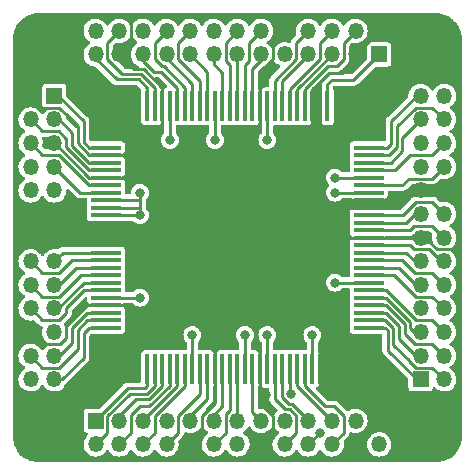
<source format=gbr>
%TF.GenerationSoftware,KiCad,Pcbnew,(6.0.2)*%
%TF.CreationDate,2026-01-28T08:29:43-08:00*%
%TF.ProjectId,i386sx-socket,69333836-7378-42d7-936f-636b65742e6b,1.0*%
%TF.SameCoordinates,Original*%
%TF.FileFunction,Copper,L1,Top*%
%TF.FilePolarity,Positive*%
%FSLAX46Y46*%
G04 Gerber Fmt 4.6, Leading zero omitted, Abs format (unit mm)*
G04 Created by KiCad (PCBNEW (6.0.2)) date 2026-01-28 08:29:43*
%MOMM*%
%LPD*%
G01*
G04 APERTURE LIST*
%TA.AperFunction,SMDPad,CuDef*%
%ADD10R,2.500000X0.380000*%
%TD*%
%TA.AperFunction,SMDPad,CuDef*%
%ADD11R,0.380000X2.500000*%
%TD*%
%TA.AperFunction,ComponentPad*%
%ADD12R,1.350000X1.350000*%
%TD*%
%TA.AperFunction,ComponentPad*%
%ADD13O,1.350000X1.350000*%
%TD*%
%TA.AperFunction,ViaPad*%
%ADD14C,0.800000*%
%TD*%
%TA.AperFunction,Conductor*%
%ADD15C,0.250000*%
%TD*%
G04 APERTURE END LIST*
D10*
%TO.P,U1,1,D0*%
%TO.N,/D0*%
X134937500Y-74930000D03*
%TO.P,U1,2,GND*%
%TO.N,GND*%
X134937500Y-75565000D03*
%TO.P,U1,3,HLDA*%
%TO.N,/HLDA*%
X134937500Y-76200000D03*
%TO.P,U1,4,HOLD*%
%TO.N,/HOLD*%
X134937500Y-76835000D03*
%TO.P,U1,5,GND*%
%TO.N,GND*%
X134937500Y-77470000D03*
%TO.P,U1,6,~{NA}*%
%TO.N,/~{NA}*%
X134937500Y-78105000D03*
%TO.P,U1,7,~{READY}*%
%TO.N,/~{READY}*%
X134937500Y-78740000D03*
%TO.P,U1,8,VCC*%
%TO.N,/VCC_CORE*%
X134937500Y-79375000D03*
%TO.P,U1,9,VCC*%
X134937500Y-80010000D03*
%TO.P,U1,10,VCC*%
X134937500Y-80645000D03*
%TO.P,U1,11,GND*%
%TO.N,GND*%
X134937500Y-81280000D03*
%TO.P,U1,12,GND*%
X134937500Y-81915000D03*
%TO.P,U1,13,GND*%
X134937500Y-82550000D03*
%TO.P,U1,14,GND*%
X134937500Y-83185000D03*
%TO.P,U1,15,CLK2*%
%TO.N,/CLK2*%
X134937500Y-83820000D03*
%TO.P,U1,16,~{ADS}*%
%TO.N,/~{ADS}*%
X134937500Y-84455000D03*
%TO.P,U1,17,~{BLE}*%
%TO.N,/~{BLE}*%
X134937500Y-85090000D03*
%TO.P,U1,18,A1*%
%TO.N,/A1*%
X134937500Y-85725000D03*
%TO.P,U1,19,~{BHE}*%
%TO.N,/~{BHE}*%
X134937500Y-86360000D03*
%TO.P,U1,20,NC/~{SMADS}*%
%TO.N,/~{SMADS}*%
X134937500Y-86995000D03*
%TO.P,U1,21,VCC*%
%TO.N,/VCC_CORE*%
X134937500Y-87630000D03*
%TO.P,U1,22,GND*%
%TO.N,GND*%
X134937500Y-88265000D03*
%TO.P,U1,23,M/~{IO}*%
%TO.N,/M{slash}~{IO}*%
X134937500Y-88900000D03*
%TO.P,U1,24,D/~{C}*%
%TO.N,/D{slash}~{C}*%
X134937500Y-89535000D03*
%TO.P,U1,25,W/~{R}*%
%TO.N,/W{slash}~{R}*%
X134937500Y-90170000D03*
D11*
%TO.P,U1,26,~{LOCK}*%
%TO.N,/~{LOCK}*%
X138430000Y-93662500D03*
%TO.P,U1,27,NC*%
%TO.N,/NC*%
X139065000Y-93662500D03*
%TO.P,U1,28,~{FLT}*%
%TO.N,/~{FLT}*%
X139700000Y-93662500D03*
%TO.P,U1,29,NC/~{IIBEN}/~{KEN}*%
%TO.N,/~{KEN}*%
X140335000Y-93662500D03*
%TO.P,U1,30,NC/~{SMIRDY}/~{FLUSH}*%
%TO.N,/~{FLUSH}*%
X140970000Y-93662500D03*
%TO.P,U1,31,NC/~{SMIADS}/~{A20M}*%
%TO.N,/~{A20M}*%
X141605000Y-93662500D03*
%TO.P,U1,32,VCC*%
%TO.N,/VCC_CORE*%
X142240000Y-93662500D03*
%TO.P,U1,33,RESET*%
%TO.N,/RESET*%
X142875000Y-93662500D03*
%TO.P,U1,34,~{BUSY}*%
%TO.N,/~{BUSY}*%
X143510000Y-93662500D03*
%TO.P,U1,35,GND*%
%TO.N,GND*%
X144145000Y-93662500D03*
%TO.P,U1,36,~{ERROR}*%
%TO.N,/~{ERROR}*%
X144780000Y-93662500D03*
%TO.P,U1,37,PEREQ*%
%TO.N,/PEREQ*%
X145415000Y-93662500D03*
%TO.P,U1,38,NMI*%
%TO.N,/NMI*%
X146050000Y-93662500D03*
%TO.P,U1,39,VCC*%
%TO.N,/VCC_CORE*%
X146685000Y-93662500D03*
%TO.P,U1,40,INTR*%
%TO.N,/INTR*%
X147320000Y-93662500D03*
%TO.P,U1,41,GND*%
%TO.N,GND*%
X147955000Y-93662500D03*
%TO.P,U1,42,VCC*%
%TO.N,/VCC_CORE*%
X148590000Y-93662500D03*
%TO.P,U1,43,NC/~{SMI}/~{SUSP}*%
%TO.N,/~{SUSP}*%
X149225000Y-93662500D03*
%TO.P,U1,44,~{SUSPA}*%
%TO.N,/~{SUSPA}*%
X149860000Y-93662500D03*
%TO.P,U1,45,NC/VCC5/RPLSET*%
%TO.N,/~{RPLSET}{slash}VCC5*%
X150495000Y-93662500D03*
%TO.P,U1,46,NC/~{RPLVAL}*%
%TO.N,/~{RPLVAL}*%
X151130000Y-93662500D03*
%TO.P,U1,47,NC/~{SMI}*%
%TO.N,/~{SMI}*%
X151765000Y-93662500D03*
%TO.P,U1,48,VCC*%
%TO.N,/VCC_CORE*%
X152400000Y-93662500D03*
%TO.P,U1,49,GND*%
%TO.N,GND*%
X153035000Y-93662500D03*
%TO.P,U1,50,GND*%
X153670000Y-93662500D03*
D10*
%TO.P,U1,51,A2*%
%TO.N,/A2*%
X157162500Y-90170000D03*
%TO.P,U1,52,A3*%
%TO.N,/A3*%
X157162500Y-89535000D03*
%TO.P,U1,53,A4*%
%TO.N,/A4*%
X157162500Y-88900000D03*
%TO.P,U1,54,A5*%
%TO.N,/A5*%
X157162500Y-88265000D03*
%TO.P,U1,55,A6*%
%TO.N,/A6*%
X157162500Y-87630000D03*
%TO.P,U1,56,A7*%
%TO.N,/A7*%
X157162500Y-86995000D03*
%TO.P,U1,57,VCC*%
%TO.N,/VCC_CORE*%
X157162500Y-86360000D03*
%TO.P,U1,58,A8*%
%TO.N,/A8*%
X157162500Y-85725000D03*
%TO.P,U1,59,A9*%
%TO.N,/A9*%
X157162500Y-85090000D03*
%TO.P,U1,60,A10*%
%TO.N,/A10*%
X157162500Y-84455000D03*
%TO.P,U1,61,A11*%
%TO.N,/A11*%
X157162500Y-83820000D03*
%TO.P,U1,62,A12*%
%TO.N,/A12*%
X157162500Y-83185000D03*
%TO.P,U1,63,GND*%
%TO.N,GND*%
X157162500Y-82550000D03*
%TO.P,U1,64,A13*%
%TO.N,/A13*%
X157162500Y-81915000D03*
%TO.P,U1,65,A14*%
%TO.N,/A14*%
X157162500Y-81280000D03*
%TO.P,U1,66,A15*%
%TO.N,/A15*%
X157162500Y-80645000D03*
%TO.P,U1,67,GND*%
%TO.N,GND*%
X157162500Y-80010000D03*
%TO.P,U1,68,GND*%
X157162500Y-79375000D03*
%TO.P,U1,69,VCC*%
%TO.N,/VCC_CORE*%
X157162500Y-78740000D03*
%TO.P,U1,70,A16*%
%TO.N,/A16*%
X157162500Y-78105000D03*
%TO.P,U1,71,VCC*%
%TO.N,/VCC_CORE*%
X157162500Y-77470000D03*
%TO.P,U1,72,A17*%
%TO.N,/A17*%
X157162500Y-76835000D03*
%TO.P,U1,73,A18*%
%TO.N,/A18*%
X157162500Y-76200000D03*
%TO.P,U1,74,A19*%
%TO.N,/A19*%
X157162500Y-75565000D03*
%TO.P,U1,75,A20*%
%TO.N,/A20*%
X157162500Y-74930000D03*
D11*
%TO.P,U1,76,A21*%
%TO.N,/A21*%
X153670000Y-71437500D03*
%TO.P,U1,77,GND*%
%TO.N,GND*%
X153035000Y-71437500D03*
%TO.P,U1,78,GND*%
X152400000Y-71437500D03*
%TO.P,U1,79,A22*%
%TO.N,/A22*%
X151765000Y-71437500D03*
%TO.P,U1,80,A23*%
%TO.N,/A23*%
X151130000Y-71437500D03*
%TO.P,U1,81,D15*%
%TO.N,/D15*%
X150495000Y-71437500D03*
%TO.P,U1,82,D14*%
%TO.N,/D14*%
X149860000Y-71437500D03*
%TO.P,U1,83,D13*%
%TO.N,/D13*%
X149225000Y-71437500D03*
%TO.P,U1,84,VCC*%
%TO.N,/VCC_CORE*%
X148590000Y-71437500D03*
%TO.P,U1,85,GND*%
%TO.N,GND*%
X147955000Y-71437500D03*
%TO.P,U1,86,D12*%
%TO.N,/D12*%
X147320000Y-71437500D03*
%TO.P,U1,87,D11*%
%TO.N,/D11*%
X146685000Y-71437500D03*
%TO.P,U1,88,D10*%
%TO.N,/D10*%
X146050000Y-71437500D03*
%TO.P,U1,89,D9*%
%TO.N,/D9*%
X145415000Y-71437500D03*
%TO.P,U1,90,D8*%
%TO.N,/D8*%
X144780000Y-71437500D03*
%TO.P,U1,91,VCC*%
%TO.N,/VCC_CORE*%
X144145000Y-71437500D03*
%TO.P,U1,92,D7*%
%TO.N,/D7*%
X143510000Y-71437500D03*
%TO.P,U1,93,D6*%
%TO.N,/D6*%
X142875000Y-71437500D03*
%TO.P,U1,94,D5*%
%TO.N,/D5*%
X142240000Y-71437500D03*
%TO.P,U1,95,D4*%
%TO.N,/D4*%
X141605000Y-71437500D03*
%TO.P,U1,96,D3*%
%TO.N,/D3*%
X140970000Y-71437500D03*
%TO.P,U1,97,VCC*%
%TO.N,/VCC_CORE*%
X140335000Y-71437500D03*
%TO.P,U1,98,GND*%
%TO.N,GND*%
X139700000Y-71437500D03*
%TO.P,U1,99,D2*%
%TO.N,/D2*%
X139065000Y-71437500D03*
%TO.P,U1,100,D1*%
%TO.N,/D1*%
X138430000Y-71437500D03*
%TD*%
D12*
%TO.P,J4,1,Pin_1*%
%TO.N,/A21*%
X158050000Y-67040000D03*
D13*
%TO.P,J4,2,Pin_2*%
%TO.N,GND*%
X158050000Y-65040000D03*
%TO.P,J4,3,Pin_3*%
X156050000Y-67040000D03*
%TO.P,J4,4,Pin_4*%
%TO.N,/A22*%
X156050000Y-65040000D03*
%TO.P,J4,5,Pin_5*%
%TO.N,/A23*%
X154050000Y-67040000D03*
%TO.P,J4,6,Pin_6*%
%TO.N,/D15*%
X154050000Y-65040000D03*
%TO.P,J4,7,Pin_7*%
%TO.N,/D14*%
X152050000Y-67040000D03*
%TO.P,J4,8,Pin_8*%
%TO.N,/D13*%
X152050000Y-65040000D03*
%TO.P,J4,9,Pin_9*%
%TO.N,VCC*%
X150050000Y-67040000D03*
%TO.P,J4,10,Pin_10*%
%TO.N,GND*%
X150050000Y-65040000D03*
%TO.P,J4,11,Pin_11*%
%TO.N,/D12*%
X148050000Y-67040000D03*
%TO.P,J4,12,Pin_12*%
%TO.N,/D11*%
X148050000Y-65040000D03*
%TO.P,J4,13,Pin_13*%
%TO.N,/D10*%
X146050000Y-67040000D03*
%TO.P,J4,14,Pin_14*%
%TO.N,/D9*%
X146050000Y-65040000D03*
%TO.P,J4,15,Pin_15*%
%TO.N,/D8*%
X144050000Y-67040000D03*
%TO.P,J4,16,Pin_16*%
%TO.N,VCC*%
X144050000Y-65040000D03*
%TO.P,J4,17,Pin_17*%
%TO.N,/D7*%
X142050000Y-67040000D03*
%TO.P,J4,18,Pin_18*%
%TO.N,/D6*%
X142050000Y-65040000D03*
%TO.P,J4,19,Pin_19*%
%TO.N,/D5*%
X140050000Y-67040000D03*
%TO.P,J4,20,Pin_20*%
%TO.N,/D4*%
X140050000Y-65040000D03*
%TO.P,J4,21,Pin_21*%
%TO.N,/D3*%
X138050000Y-67040000D03*
%TO.P,J4,22,Pin_22*%
%TO.N,VCC*%
X138050000Y-65040000D03*
%TO.P,J4,23,Pin_23*%
%TO.N,GND*%
X136050000Y-67040000D03*
%TO.P,J4,24,Pin_24*%
%TO.N,/D2*%
X136050000Y-65040000D03*
%TO.P,J4,25,Pin_25*%
%TO.N,/D1*%
X134050000Y-67040000D03*
%TO.P,J4,26,Pin_26*%
%TO.N,unconnected-(J4-Pad26)*%
X134050000Y-65040000D03*
%TD*%
D12*
%TO.P,J2,1,Pin_1*%
%TO.N,/~{LOCK}*%
X134050000Y-98060000D03*
D13*
%TO.P,J2,2,Pin_2*%
%TO.N,/NC*%
X134050000Y-100060000D03*
%TO.P,J2,3,Pin_3*%
%TO.N,/~{FLT}*%
X136050000Y-98060000D03*
%TO.P,J2,4,Pin_4*%
%TO.N,/~{KEN}*%
X136050000Y-100060000D03*
%TO.P,J2,5,Pin_5*%
%TO.N,/~{FLUSH}*%
X138050000Y-98060000D03*
%TO.P,J2,6,Pin_6*%
%TO.N,/~{A20M}*%
X138050000Y-100060000D03*
%TO.P,J2,7,Pin_7*%
%TO.N,VCC*%
X140050000Y-98060000D03*
%TO.P,J2,8,Pin_8*%
%TO.N,/RESET*%
X140050000Y-100060000D03*
%TO.P,J2,9,Pin_9*%
%TO.N,/~{BUSY}*%
X142050000Y-98060000D03*
%TO.P,J2,10,Pin_10*%
%TO.N,GND*%
X142050000Y-100060000D03*
%TO.P,J2,11,Pin_11*%
%TO.N,/~{ERROR}*%
X144050000Y-98060000D03*
%TO.P,J2,12,Pin_12*%
%TO.N,/PEREQ*%
X144050000Y-100060000D03*
%TO.P,J2,13,Pin_13*%
%TO.N,/NMI*%
X146050000Y-98060000D03*
%TO.P,J2,14,Pin_14*%
%TO.N,VCC*%
X146050000Y-100060000D03*
%TO.P,J2,15,Pin_15*%
%TO.N,/INTR*%
X148050000Y-98060000D03*
%TO.P,J2,16,Pin_16*%
%TO.N,GND*%
X148050000Y-100060000D03*
%TO.P,J2,17,Pin_17*%
%TO.N,VCC*%
X150050000Y-98060000D03*
%TO.P,J2,18,Pin_18*%
%TO.N,/~{SUSP}*%
X150050000Y-100060000D03*
%TO.P,J2,19,Pin_19*%
%TO.N,/~{SUSPA}*%
X152050000Y-98060000D03*
%TO.P,J2,20,Pin_20*%
%TO.N,/~{RPLSET}*%
X152050000Y-100060000D03*
%TO.P,J2,21,Pin_21*%
%TO.N,/~{RPLVAL}*%
X154050000Y-98060000D03*
%TO.P,J2,22,Pin_22*%
%TO.N,/~{SMI}*%
X154050000Y-100060000D03*
%TO.P,J2,23,Pin_23*%
%TO.N,VCC*%
X156050000Y-98060000D03*
%TO.P,J2,24,Pin_24*%
%TO.N,GND*%
X156050000Y-100060000D03*
%TO.P,J2,25,Pin_25*%
X158050000Y-98060000D03*
%TO.P,J2,26,Pin_26*%
%TO.N,unconnected-(J2-Pad26)*%
X158050000Y-100060000D03*
%TD*%
D12*
%TO.P,J3,1,Pin_1*%
%TO.N,/A2*%
X161560000Y-94550000D03*
D13*
%TO.P,J3,2,Pin_2*%
%TO.N,/A3*%
X163560000Y-94550000D03*
%TO.P,J3,3,Pin_3*%
%TO.N,/A4*%
X161560000Y-92550000D03*
%TO.P,J3,4,Pin_4*%
%TO.N,/A5*%
X163560000Y-92550000D03*
%TO.P,J3,5,Pin_5*%
%TO.N,/A6*%
X161560000Y-90550000D03*
%TO.P,J3,6,Pin_6*%
%TO.N,/A7*%
X163560000Y-90550000D03*
%TO.P,J3,7,Pin_7*%
%TO.N,VCC*%
X161560000Y-88550000D03*
%TO.P,J3,8,Pin_8*%
%TO.N,/A8*%
X163560000Y-88550000D03*
%TO.P,J3,9,Pin_9*%
%TO.N,/A9*%
X161560000Y-86550000D03*
%TO.P,J3,10,Pin_10*%
%TO.N,/A10*%
X163560000Y-86550000D03*
%TO.P,J3,11,Pin_11*%
%TO.N,/A11*%
X161560000Y-84550000D03*
%TO.P,J3,12,Pin_12*%
%TO.N,/A12*%
X163560000Y-84550000D03*
%TO.P,J3,13,Pin_13*%
%TO.N,GND*%
X161560000Y-82550000D03*
%TO.P,J3,14,Pin_14*%
%TO.N,/A13*%
X163560000Y-82550000D03*
%TO.P,J3,15,Pin_15*%
%TO.N,/A14*%
X161560000Y-80550000D03*
%TO.P,J3,16,Pin_16*%
%TO.N,/A15*%
X163560000Y-80550000D03*
%TO.P,J3,17,Pin_17*%
%TO.N,GND*%
X161560000Y-78550000D03*
%TO.P,J3,18,Pin_18*%
X163560000Y-78550000D03*
%TO.P,J3,19,Pin_19*%
%TO.N,VCC*%
X161560000Y-76550000D03*
%TO.P,J3,20,Pin_20*%
%TO.N,/A16*%
X163560000Y-76550000D03*
%TO.P,J3,21,Pin_21*%
%TO.N,VCC*%
X161560000Y-74550000D03*
%TO.P,J3,22,Pin_22*%
%TO.N,/A17*%
X163560000Y-74550000D03*
%TO.P,J3,23,Pin_23*%
%TO.N,/A18*%
X161560000Y-72550000D03*
%TO.P,J3,24,Pin_24*%
%TO.N,/A19*%
X163560000Y-72550000D03*
%TO.P,J3,25,Pin_25*%
%TO.N,/A20*%
X161560000Y-70550000D03*
%TO.P,J3,26,Pin_26*%
%TO.N,unconnected-(J3-Pad26)*%
X163560000Y-70550000D03*
%TD*%
D12*
%TO.P,J1,1,Pin_1*%
%TO.N,/D0*%
X130540000Y-70550000D03*
D13*
%TO.P,J1,2,Pin_2*%
%TO.N,GND*%
X128540000Y-70550000D03*
%TO.P,J1,3,Pin_3*%
%TO.N,/HLDA*%
X130540000Y-72550000D03*
%TO.P,J1,4,Pin_4*%
%TO.N,/HOLD*%
X128540000Y-72550000D03*
%TO.P,J1,5,Pin_5*%
%TO.N,GND*%
X130540000Y-74550000D03*
%TO.P,J1,6,Pin_6*%
%TO.N,/~{NA}*%
X128540000Y-74550000D03*
%TO.P,J1,7,Pin_7*%
%TO.N,/~{READY}*%
X130540000Y-76550000D03*
%TO.P,J1,8,Pin_8*%
%TO.N,VCC*%
X128540000Y-76550000D03*
%TO.P,J1,9,Pin_9*%
X130540000Y-78550000D03*
%TO.P,J1,10,Pin_10*%
X128540000Y-78550000D03*
%TO.P,J1,11,Pin_11*%
%TO.N,GND*%
X130540000Y-80550000D03*
%TO.P,J1,12,Pin_12*%
X128540000Y-80550000D03*
%TO.P,J1,13,Pin_13*%
X130540000Y-82550000D03*
%TO.P,J1,14,Pin_14*%
X128540000Y-82550000D03*
%TO.P,J1,15,Pin_15*%
%TO.N,/CLK2*%
X130540000Y-84550000D03*
%TO.P,J1,16,Pin_16*%
%TO.N,/~{ADS}*%
X128540000Y-84550000D03*
%TO.P,J1,17,Pin_17*%
%TO.N,/~{BLE}*%
X130540000Y-86550000D03*
%TO.P,J1,18,Pin_18*%
%TO.N,/A1*%
X128540000Y-86550000D03*
%TO.P,J1,19,Pin_19*%
%TO.N,/~{BHE}*%
X130540000Y-88550000D03*
%TO.P,J1,20,Pin_20*%
%TO.N,/~{SMADS}*%
X128540000Y-88550000D03*
%TO.P,J1,21,Pin_21*%
%TO.N,VCC*%
X130540000Y-90550000D03*
%TO.P,J1,22,Pin_22*%
%TO.N,GND*%
X128540000Y-90550000D03*
%TO.P,J1,23,Pin_23*%
%TO.N,/M{slash}~{IO}*%
X130540000Y-92550000D03*
%TO.P,J1,24,Pin_24*%
%TO.N,/D{slash}~{C}*%
X128540000Y-92550000D03*
%TO.P,J1,25,Pin_25*%
%TO.N,/W{slash}~{R}*%
X130540000Y-94550000D03*
%TO.P,J1,26,Pin_26*%
%TO.N,unconnected-(J1-Pad26)*%
X128540000Y-94550000D03*
%TD*%
D14*
%TO.N,/VCC_CORE*%
X154305000Y-86360000D03*
X140335000Y-74295000D03*
X154305000Y-77470000D03*
X152400000Y-90805000D03*
X137795000Y-80645000D03*
X137795000Y-87630000D03*
X137795000Y-78740000D03*
X142240000Y-90805000D03*
X148590000Y-74295000D03*
X146685000Y-90805000D03*
X144145000Y-74295000D03*
X154305000Y-78740000D03*
X148590000Y-90805000D03*
%TO.N,GND*%
X140335000Y-89535000D03*
X149225000Y-81915000D03*
X132715000Y-79692500D03*
X148500500Y-95885000D03*
X159067500Y-79692500D03*
X146050000Y-89535000D03*
X151511000Y-81915000D03*
X150368000Y-81915000D03*
%TO.N,/~{RPLSET}{slash}VCC5*%
X150610604Y-95769397D03*
%TO.N,/~{RPLSET}*%
X153035000Y-99060000D03*
%TD*%
D15*
%TO.N,/VCC_CORE*%
X144145000Y-74295000D02*
X144145000Y-71437500D01*
X137795000Y-80010000D02*
X137795000Y-80645000D01*
X137795000Y-80010000D02*
X134937500Y-80010000D01*
X148590000Y-74295000D02*
X148590000Y-71437500D01*
X140335000Y-71437500D02*
X140335000Y-74295000D01*
X137795000Y-79375000D02*
X137795000Y-78740000D01*
X148590000Y-90805000D02*
X148590000Y-93662500D01*
X134937500Y-87630000D02*
X137795000Y-87630000D01*
X137795000Y-78740000D02*
X137795000Y-80010000D01*
X134937500Y-79375000D02*
X137795000Y-79375000D01*
X142240000Y-93662500D02*
X142240000Y-90805000D01*
X146685000Y-90805000D02*
X146685000Y-93662500D01*
X154305000Y-78740000D02*
X157162500Y-78740000D01*
X137795000Y-80645000D02*
X134937500Y-80645000D01*
X157162500Y-77470000D02*
X154305000Y-77470000D01*
X152400000Y-90805000D02*
X152400000Y-93662500D01*
X157162500Y-86360000D02*
X154305000Y-86360000D01*
%TO.N,GND*%
X147955000Y-93662500D02*
X147955000Y-96520000D01*
X139382500Y-89852500D02*
X140335000Y-89852500D01*
X139382500Y-89852500D02*
X144145000Y-89852500D01*
X152717500Y-73660000D02*
X152400000Y-73342500D01*
X138747500Y-75247500D02*
X138747500Y-75565000D01*
X143050489Y-99059511D02*
X143050489Y-97614511D01*
X147637500Y-91440000D02*
X147955000Y-91757500D01*
X158050000Y-98060000D02*
X155875000Y-95885000D01*
X138747500Y-82550000D02*
X134937500Y-82550000D01*
X129539511Y-91549511D02*
X131017989Y-91549511D01*
X137477500Y-63817500D02*
X148907500Y-63817500D01*
X136842500Y-81280000D02*
X137477500Y-81915000D01*
X164782500Y-83185000D02*
X164782500Y-79772500D01*
X130589241Y-74550000D02*
X130540000Y-74550000D01*
X131175000Y-83185000D02*
X130540000Y-82550000D01*
X164417989Y-83549511D02*
X164782500Y-83185000D01*
X137049511Y-66040489D02*
X137049511Y-64245489D01*
X138747500Y-83185000D02*
X134937500Y-83185000D01*
X147637500Y-75247500D02*
X147637500Y-73660000D01*
X137477500Y-81915000D02*
X134937500Y-81915000D01*
X133511396Y-75565000D02*
X132529520Y-74583124D01*
X153035000Y-71437500D02*
X153035000Y-69375678D01*
X138747500Y-88582500D02*
X138747500Y-83185000D01*
X131539511Y-90075489D02*
X133350000Y-88265000D01*
X144145000Y-96520000D02*
X144145000Y-93662500D01*
X134937500Y-75565000D02*
X133511396Y-75565000D01*
X153035000Y-73342500D02*
X153035000Y-71437500D01*
X152400000Y-73342500D02*
X152400000Y-71437500D01*
X157162500Y-80010000D02*
X159702500Y-80010000D01*
X154940000Y-68580000D02*
X156050000Y-67470000D01*
X132529520Y-73125997D02*
X130953034Y-71549511D01*
X147955000Y-71437500D02*
X147955000Y-68548523D01*
X131270000Y-81280000D02*
X130540000Y-80550000D01*
X134937500Y-81280000D02*
X131270000Y-81280000D01*
X153352500Y-79692500D02*
X154940000Y-79692500D01*
X162925229Y-83549511D02*
X164417989Y-83549511D01*
X148500500Y-95974500D02*
X147955000Y-96520000D01*
X149049511Y-97614511D02*
X149049511Y-99060489D01*
X161560000Y-78550000D02*
X163560000Y-78550000D01*
X153352500Y-95885000D02*
X153035000Y-95567500D01*
X138747500Y-75565000D02*
X134937500Y-75565000D01*
X140335000Y-89852500D02*
X140335000Y-89535000D01*
X153035000Y-95567500D02*
X153035000Y-93662500D01*
X155875000Y-95885000D02*
X153670000Y-95885000D01*
X131539511Y-91027989D02*
X131539511Y-90075489D01*
X138747500Y-77470000D02*
X134937500Y-77470000D01*
X149049511Y-67454012D02*
X149049511Y-66040489D01*
X134937500Y-88265000D02*
X136842500Y-88265000D01*
X149049511Y-99060489D02*
X148050000Y-100060000D01*
X138111782Y-68262500D02*
X137272500Y-68262500D01*
X134937500Y-81280000D02*
X136842500Y-81280000D01*
X139700000Y-69850718D02*
X138111782Y-68262500D01*
X142050000Y-100060000D02*
X143050489Y-99059511D01*
X147955000Y-73342500D02*
X147955000Y-71437500D01*
X147955000Y-68548523D02*
X149049511Y-67454012D01*
X137049511Y-64245489D02*
X137477500Y-63817500D01*
X157162500Y-79375000D02*
X160337500Y-79375000D01*
X132529520Y-74583124D02*
X132529520Y-73125997D01*
X153352500Y-91440000D02*
X153035000Y-91757500D01*
X128540000Y-90550000D02*
X129539511Y-91549511D01*
X153670000Y-91757500D02*
X153352500Y-91440000D01*
X131017989Y-91549511D02*
X131539511Y-91027989D01*
X138747500Y-81915000D02*
X137477500Y-81915000D01*
X148907500Y-63817500D02*
X148907500Y-63897500D01*
X139700000Y-71437500D02*
X139700000Y-69850718D01*
X147955000Y-96520000D02*
X149049511Y-97614511D01*
X157162500Y-82550000D02*
X161560000Y-82550000D01*
X147637500Y-89852500D02*
X147637500Y-91440000D01*
X144145000Y-89852500D02*
X147637500Y-89852500D01*
X154940000Y-79692500D02*
X155257500Y-79375000D01*
X161560000Y-82550000D02*
X161925718Y-82550000D01*
X139382500Y-73660000D02*
X139382500Y-75247500D01*
X152717500Y-75247500D02*
X153352500Y-75247500D01*
X155257500Y-79375000D02*
X157162500Y-79375000D01*
X153035000Y-69375678D02*
X153115339Y-69295339D01*
X152400000Y-70010677D02*
X153115339Y-69295339D01*
X137272500Y-68262500D02*
X136050000Y-67040000D01*
X138747500Y-83185000D02*
X138747500Y-82550000D01*
X131397500Y-79692500D02*
X132715000Y-79692500D01*
X146367500Y-89852500D02*
X146050000Y-89535000D01*
X147637500Y-75247500D02*
X152717500Y-75247500D01*
X147637500Y-89852500D02*
X153352500Y-89852500D01*
X130540000Y-80550000D02*
X131397500Y-79692500D01*
X147637500Y-89852500D02*
X146367500Y-89852500D01*
X143050489Y-97614511D02*
X144145000Y-96520000D01*
X153352500Y-89852500D02*
X153352500Y-91440000D01*
X152717500Y-75247500D02*
X152717500Y-73660000D01*
X147637500Y-73660000D02*
X147955000Y-73342500D01*
X138747500Y-81915000D02*
X138747500Y-77470000D01*
X134937500Y-82550000D02*
X130540000Y-82550000D01*
X148907500Y-63897500D02*
X150050000Y-65040000D01*
X156050000Y-67040000D02*
X158050000Y-65040000D01*
X164782500Y-79772500D02*
X163560000Y-78550000D01*
X133350000Y-88265000D02*
X134937500Y-88265000D01*
X156050000Y-100060000D02*
X158050000Y-98060000D01*
X130540000Y-80550000D02*
X128540000Y-80550000D01*
X149049511Y-66040489D02*
X150050000Y-65040000D01*
X134937500Y-83185000D02*
X131175000Y-83185000D01*
X152400000Y-71437500D02*
X152400000Y-70010677D01*
X136842500Y-88265000D02*
X137160000Y-88582500D01*
X153035000Y-91757500D02*
X153035000Y-93662500D01*
X134937500Y-77470000D02*
X133509242Y-77470000D01*
X129539511Y-71549511D02*
X128540000Y-70550000D01*
X134937500Y-81915000D02*
X131175000Y-81915000D01*
X153830678Y-68580000D02*
X154940000Y-68580000D01*
X131175000Y-81915000D02*
X130540000Y-82550000D01*
X161925718Y-82550000D02*
X162925229Y-83549511D01*
X159702500Y-80010000D02*
X161162500Y-78550000D01*
X153670000Y-95885000D02*
X153352500Y-95885000D01*
X153352500Y-75247500D02*
X153352500Y-79692500D01*
X138747500Y-82550000D02*
X138747500Y-81915000D01*
X138747500Y-88582500D02*
X138747500Y-89852500D01*
X157162500Y-80010000D02*
X155257500Y-80010000D01*
X153352500Y-82550000D02*
X153352500Y-89852500D01*
X130540000Y-82550000D02*
X128540000Y-82550000D01*
X153115339Y-69295339D02*
X153830678Y-68580000D01*
X153352500Y-79692500D02*
X153352500Y-82550000D01*
X153670000Y-95885000D02*
X153670000Y-93662500D01*
X148500500Y-95885000D02*
X148500500Y-95974500D01*
X156050000Y-67470000D02*
X156050000Y-67040000D01*
X138747500Y-77470000D02*
X138747500Y-75565000D01*
X139382500Y-75247500D02*
X147637500Y-75247500D01*
X136050000Y-67040000D02*
X137049511Y-66040489D01*
X152717500Y-73660000D02*
X153035000Y-73342500D01*
X138747500Y-89852500D02*
X139382500Y-89852500D01*
X153670000Y-93662500D02*
X153670000Y-91757500D01*
X144145000Y-93662500D02*
X144145000Y-89852500D01*
X139700000Y-73342500D02*
X139382500Y-73660000D01*
X155257500Y-80010000D02*
X154940000Y-79692500D01*
X147955000Y-91757500D02*
X147955000Y-93662500D01*
X139382500Y-75247500D02*
X138747500Y-75247500D01*
X137160000Y-88582500D02*
X138747500Y-88582500D01*
X139700000Y-71437500D02*
X139700000Y-73342500D01*
X133509242Y-77470000D02*
X130589241Y-74550000D01*
X130953034Y-71549511D02*
X129539511Y-71549511D01*
X153352500Y-82550000D02*
X157162500Y-82550000D01*
%TO.N,/~{RPLSET}{slash}VCC5*%
X150610604Y-95769397D02*
X150495000Y-95653793D01*
X150495000Y-95653793D02*
X150495000Y-93662500D01*
%TO.N,/D0*%
X133512113Y-74930000D02*
X133032500Y-74450387D01*
X130875000Y-70550000D02*
X130540000Y-70550000D01*
X133032500Y-72707500D02*
X130875000Y-70550000D01*
X133032500Y-74450387D02*
X133032500Y-72707500D01*
X134937500Y-74930000D02*
X133512113Y-74930000D01*
%TO.N,/HOLD*%
X131571762Y-74168238D02*
X130954012Y-73550489D01*
X133509960Y-76835000D02*
X131571762Y-74896803D01*
X129540489Y-73550489D02*
X128540000Y-72550000D01*
X134937500Y-76835000D02*
X133509960Y-76835000D01*
X130954012Y-73550489D02*
X129540489Y-73550489D01*
X131571762Y-74896803D02*
X131571762Y-74168238D01*
%TO.N,/HLDA*%
X134937500Y-76200000D02*
X133510678Y-76200000D01*
X130970000Y-72550000D02*
X130540000Y-72550000D01*
X132080000Y-73660000D02*
X130970000Y-72550000D01*
X132080000Y-74769323D02*
X132080000Y-73660000D01*
X133510678Y-76200000D02*
X132080000Y-74769323D01*
%TO.N,/~{NA}*%
X134937500Y-78105000D02*
X133508524Y-78105000D01*
X129540489Y-75550489D02*
X128540000Y-74550000D01*
X130954012Y-75550489D02*
X129540489Y-75550489D01*
X133508524Y-78105000D02*
X130954012Y-75550489D01*
%TO.N,/~{READY}*%
X132730000Y-78740000D02*
X130540000Y-76550000D01*
X134937500Y-78740000D02*
X132730000Y-78740000D01*
%TO.N,/~{ADS}*%
X132080000Y-84455000D02*
X130985489Y-85549511D01*
X130985489Y-85549511D02*
X129539511Y-85549511D01*
X134937500Y-84455000D02*
X132080000Y-84455000D01*
X129539511Y-85549511D02*
X128540000Y-84550000D01*
%TO.N,/CLK2*%
X134937500Y-83820000D02*
X131270000Y-83820000D01*
X131270000Y-83820000D02*
X130540000Y-84550000D01*
%TO.N,/A1*%
X129539511Y-87549511D02*
X128540000Y-86550000D01*
X134937500Y-85725000D02*
X132778523Y-85725000D01*
X130954012Y-87549511D02*
X129539511Y-87549511D01*
X132778523Y-85725000D02*
X130954012Y-87549511D01*
%TO.N,/~{BLE}*%
X132397500Y-85090000D02*
X130937500Y-86550000D01*
X134937500Y-85090000D02*
X132397500Y-85090000D01*
X130937500Y-86550000D02*
X130540000Y-86550000D01*
%TO.N,/~{SMADS}*%
X129539511Y-89549511D02*
X128540000Y-88550000D01*
X133033218Y-86995000D02*
X131539511Y-88488707D01*
X131539511Y-88964012D02*
X130954012Y-89549511D01*
X130954012Y-89549511D02*
X129539511Y-89549511D01*
X134937500Y-86995000D02*
X133033218Y-86995000D01*
X131539511Y-88488707D02*
X131539511Y-88964012D01*
%TO.N,/~{BHE}*%
X130842500Y-88550000D02*
X130540000Y-88550000D01*
X134937500Y-86360000D02*
X133032500Y-86360000D01*
X133032500Y-86360000D02*
X130842500Y-88550000D01*
%TO.N,/D{slash}~{C}*%
X132529879Y-90356557D02*
X133351436Y-89535000D01*
X133351436Y-89535000D02*
X134937500Y-89535000D01*
X130953034Y-93550489D02*
X132529879Y-91973644D01*
X129540489Y-93550489D02*
X130953034Y-93550489D01*
X132529879Y-91973644D02*
X132529879Y-90356557D01*
X128540000Y-92550000D02*
X129540489Y-93550489D01*
%TO.N,/M{slash}~{IO}*%
X132080359Y-91439641D02*
X132080359Y-90170359D01*
X132080359Y-90170359D02*
X133350718Y-88900000D01*
X130540000Y-92550000D02*
X130970000Y-92550000D01*
X130970000Y-92550000D02*
X132080359Y-91439641D01*
X133350718Y-88900000D02*
X134937500Y-88900000D01*
%TO.N,/W{slash}~{R}*%
X133032500Y-92710000D02*
X133032500Y-90646250D01*
X130540000Y-94550000D02*
X131192500Y-94550000D01*
X133032500Y-90646250D02*
X133508750Y-90170000D01*
X133508750Y-90170000D02*
X134937500Y-90170000D01*
X131192500Y-94550000D02*
X133032500Y-92710000D01*
%TO.N,/NC*%
X138400806Y-95752800D02*
X136943677Y-95752800D01*
X139065000Y-95088606D02*
X139065000Y-93662500D01*
X138400806Y-95752800D02*
X139065000Y-95088606D01*
X135050489Y-99059511D02*
X134050000Y-100060000D01*
X136943677Y-95752800D02*
X135050489Y-97645988D01*
X135050489Y-97645988D02*
X135050489Y-99059511D01*
%TO.N,/~{LOCK}*%
X138430000Y-95087888D02*
X138430000Y-93662500D01*
X134050000Y-98060000D02*
X134050000Y-98010760D01*
X136757480Y-95303280D02*
X138214608Y-95303280D01*
X134050000Y-98010760D02*
X136757480Y-95303280D01*
X138214608Y-95303280D02*
X138430000Y-95087888D01*
%TO.N,/~{KEN}*%
X140335000Y-93662500D02*
X140335000Y-95090042D01*
X138587542Y-96837500D02*
X137795000Y-96837500D01*
X140335000Y-95090042D02*
X138587542Y-96837500D01*
X137050489Y-99059511D02*
X136050000Y-100060000D01*
X137795000Y-96837500D02*
X137050489Y-97582011D01*
X137050489Y-97582011D02*
X137050489Y-99059511D01*
%TO.N,/~{FLT}*%
X137477320Y-96202320D02*
X136050000Y-97629641D01*
X139700000Y-95089324D02*
X138587004Y-96202320D01*
X139700000Y-93662500D02*
X139700000Y-95089324D01*
X136050000Y-97629641D02*
X136050000Y-98060000D01*
X138587004Y-96202320D02*
X137477320Y-96202320D01*
%TO.N,/~{A20M}*%
X139050489Y-99059511D02*
X138050000Y-100060000D01*
X139050489Y-97645988D02*
X139050489Y-99059511D01*
X141605000Y-93662500D02*
X141605000Y-95091477D01*
X141605000Y-95091477D02*
X139050489Y-97645988D01*
%TO.N,/~{FLUSH}*%
X140970000Y-95090760D02*
X140970000Y-93662500D01*
X138050000Y-98010760D02*
X140970000Y-95090760D01*
X138050000Y-98060000D02*
X138050000Y-98010760D01*
%TO.N,/RESET*%
X141049511Y-99060489D02*
X140050000Y-100060000D01*
X142875000Y-93662500D02*
X142875000Y-95821477D01*
X141049511Y-97646966D02*
X141049511Y-99060489D01*
X142875000Y-95821477D02*
X141049511Y-97646966D01*
%TO.N,/~{BUSY}*%
X143510000Y-96202500D02*
X142050000Y-97662500D01*
X142050000Y-97662500D02*
X142050000Y-98060000D01*
X143510000Y-93662500D02*
X143510000Y-96202500D01*
%TO.N,/PEREQ*%
X145049511Y-99060489D02*
X145049511Y-97520489D01*
X145415000Y-97155000D02*
X145415000Y-93662500D01*
X144050000Y-100060000D02*
X145049511Y-99060489D01*
X145049511Y-97520489D02*
X145415000Y-97155000D01*
%TO.N,/~{ERROR}*%
X144050000Y-98060000D02*
X144050000Y-97567500D01*
X144050000Y-97567500D02*
X144780000Y-96837500D01*
X144780000Y-96837500D02*
X144780000Y-93662500D01*
%TO.N,/NMI*%
X146050000Y-98060000D02*
X146050000Y-93662500D01*
%TO.N,/INTR*%
X147320000Y-97330000D02*
X147320000Y-93662500D01*
X148050000Y-98060000D02*
X147320000Y-97330000D01*
%TO.N,/~{SUSP}*%
X149225000Y-96202500D02*
X149225000Y-93662500D01*
X151050489Y-97646966D02*
X150464012Y-97060489D01*
X150050000Y-100060000D02*
X151050489Y-99059511D01*
X150082989Y-97060489D02*
X149225000Y-96202500D01*
X151050489Y-99059511D02*
X151050489Y-97646966D01*
X150464012Y-97060489D02*
X150082989Y-97060489D01*
%TO.N,/~{RPLSET}*%
X153035000Y-99075000D02*
X152050000Y-100060000D01*
X153035000Y-99060000D02*
X153035000Y-99075000D01*
%TO.N,/~{SUSPA}*%
X150650209Y-96610969D02*
X150427578Y-96610969D01*
X152050000Y-98060000D02*
X152050000Y-98010760D01*
X149860000Y-96043391D02*
X149860000Y-93662500D01*
X150427578Y-96610969D02*
X149860000Y-96043391D01*
X152050000Y-98010760D02*
X150650209Y-96610969D01*
%TO.N,/~{SMI}*%
X153463218Y-96837500D02*
X151765000Y-95139282D01*
X154241023Y-96837500D02*
X153463218Y-96837500D01*
X155050489Y-97646966D02*
X154241023Y-96837500D01*
X155050489Y-99059511D02*
X155050489Y-97646966D01*
X154050000Y-100060000D02*
X155050489Y-99059511D01*
X151765000Y-95139282D02*
X151765000Y-93662500D01*
%TO.N,/~{RPLVAL}*%
X151130000Y-95140000D02*
X151130000Y-93662500D01*
X154050000Y-98060000D02*
X151130000Y-95140000D01*
%TO.N,/A3*%
X160560489Y-92932989D02*
X159252980Y-91625480D01*
X159252980Y-90199375D02*
X158588605Y-89535000D01*
X159252980Y-91625480D02*
X159252980Y-90199375D01*
X160560489Y-92964012D02*
X160560489Y-92932989D01*
X158588605Y-89535000D02*
X157162500Y-89535000D01*
X161145988Y-93549511D02*
X160560489Y-92964012D01*
X163560000Y-94550000D02*
X162559511Y-93549511D01*
X162559511Y-93549511D02*
X161145988Y-93549511D01*
%TO.N,/A2*%
X158587887Y-90170000D02*
X157162500Y-90170000D01*
X161225000Y-94550000D02*
X158803460Y-92128460D01*
X158803460Y-92128460D02*
X158803460Y-90385573D01*
X158803460Y-90385573D02*
X158587887Y-90170000D01*
X161560000Y-94550000D02*
X161225000Y-94550000D01*
%TO.N,/A5*%
X160205480Y-90672980D02*
X160205480Y-89880439D01*
X162559511Y-91549511D02*
X161082011Y-91549511D01*
X158590041Y-88265000D02*
X157162500Y-88265000D01*
X161082011Y-91549511D02*
X160205480Y-90672980D01*
X163560000Y-92550000D02*
X162559511Y-91549511D01*
X160205480Y-89880439D02*
X158590041Y-88265000D01*
%TO.N,/A4*%
X159702500Y-90013177D02*
X158589323Y-88900000D01*
X161560000Y-92550000D02*
X161130000Y-92550000D01*
X158589323Y-88900000D02*
X157162500Y-88900000D01*
X161130000Y-92550000D02*
X159702500Y-91122500D01*
X159702500Y-91122500D02*
X159702500Y-90013177D01*
%TO.N,/A7*%
X162560489Y-89550489D02*
X161146966Y-89550489D01*
X161146966Y-89550489D02*
X158591477Y-86995000D01*
X163560000Y-90550000D02*
X162560489Y-89550489D01*
X158591477Y-86995000D02*
X157162500Y-86995000D01*
%TO.N,/A6*%
X160655000Y-89694241D02*
X158590759Y-87630000D01*
X161035000Y-90550000D02*
X160655000Y-90170000D01*
X161560000Y-90550000D02*
X161035000Y-90550000D01*
X158590759Y-87630000D02*
X157162500Y-87630000D01*
X160655000Y-90170000D02*
X160655000Y-89694241D01*
%TO.N,/A8*%
X159321477Y-85725000D02*
X157162500Y-85725000D01*
X163560000Y-88550000D02*
X162560489Y-87550489D01*
X162560489Y-87550489D02*
X161146966Y-87550489D01*
X161146966Y-87550489D02*
X159321477Y-85725000D01*
%TO.N,/A10*%
X162560489Y-85550489D02*
X161114771Y-85550489D01*
X160019282Y-84455000D02*
X157162500Y-84455000D01*
X163560000Y-86550000D02*
X162560489Y-85550489D01*
X161114771Y-85550489D02*
X160019282Y-84455000D01*
%TO.N,/A9*%
X159701782Y-85090000D02*
X157162500Y-85090000D01*
X161560000Y-86550000D02*
X161161782Y-86550000D01*
X161161782Y-86550000D02*
X159701782Y-85090000D01*
%TO.N,/A12*%
X163290000Y-84550000D02*
X163560000Y-84550000D01*
X161019511Y-83549511D02*
X162289511Y-83549511D01*
X162289511Y-83549511D02*
X163290000Y-84550000D01*
X157162500Y-83185000D02*
X160655000Y-83185000D01*
X160655000Y-83185000D02*
X161019511Y-83549511D01*
%TO.N,/A11*%
X161067500Y-84550000D02*
X161560000Y-84550000D01*
X157162500Y-83820000D02*
X160337500Y-83820000D01*
X160337500Y-83820000D02*
X161067500Y-84550000D01*
%TO.N,/A13*%
X160655000Y-81915000D02*
X161019511Y-81550489D01*
X161019511Y-81550489D02*
X162560489Y-81550489D01*
X162560489Y-81550489D02*
X163560000Y-82550000D01*
X157162500Y-81915000D02*
X160655000Y-81915000D01*
%TO.N,/A15*%
X162560489Y-79550489D02*
X163560000Y-80550000D01*
X161145988Y-79550489D02*
X162560489Y-79550489D01*
X160051477Y-80645000D02*
X161145988Y-79550489D01*
X157162500Y-80645000D02*
X160051477Y-80645000D01*
%TO.N,/A14*%
X157162500Y-81280000D02*
X160337500Y-81280000D01*
X161067500Y-80550000D02*
X161560000Y-80550000D01*
X160337500Y-81280000D02*
X161067500Y-80550000D01*
%TO.N,/A16*%
X157162500Y-78105000D02*
X160020000Y-78105000D01*
X160020000Y-78105000D02*
X160574511Y-77550489D01*
X160574511Y-77550489D02*
X162559511Y-77550489D01*
X162559511Y-77550489D02*
X163560000Y-76550000D01*
%TO.N,/A17*%
X157162500Y-76835000D02*
X159385000Y-76835000D01*
X160669511Y-75550489D02*
X162559511Y-75550489D01*
X159385000Y-76835000D02*
X160669511Y-75550489D01*
X162559511Y-75550489D02*
X163560000Y-74550000D01*
%TO.N,/A19*%
X159570480Y-74856302D02*
X159570480Y-73125997D01*
X161145988Y-71550489D02*
X162560489Y-71550489D01*
X158861782Y-75565000D02*
X159570480Y-74856302D01*
X159570480Y-73125997D02*
X161145988Y-71550489D01*
X157162500Y-75565000D02*
X158861782Y-75565000D01*
X162560489Y-71550489D02*
X163560000Y-72550000D01*
%TO.N,/A18*%
X157162500Y-76200000D02*
X159023750Y-76200000D01*
X160020000Y-74090000D02*
X161560000Y-72550000D01*
X159023750Y-76200000D02*
X160020000Y-75203750D01*
X160020000Y-75203750D02*
X160020000Y-74090000D01*
%TO.N,/A20*%
X159067500Y-74612500D02*
X159067500Y-72707500D01*
X159067500Y-72707500D02*
X161225000Y-70550000D01*
X157162500Y-74930000D02*
X158750000Y-74930000D01*
X158750000Y-74930000D02*
X159067500Y-74612500D01*
X161225000Y-70550000D02*
X161560000Y-70550000D01*
%TO.N,/A21*%
X153670000Y-71437500D02*
X153670000Y-69573551D01*
X153670000Y-69573551D02*
X154028551Y-69215000D01*
X155875000Y-69215000D02*
X158050000Y-67040000D01*
X154028551Y-69215000D02*
X155875000Y-69215000D01*
%TO.N,/A22*%
X151765000Y-70009959D02*
X153735448Y-68039511D01*
X155049511Y-67454012D02*
X155049511Y-66040489D01*
X151765000Y-71437500D02*
X151765000Y-70009959D01*
X153735448Y-68039511D02*
X154464012Y-68039511D01*
X154464012Y-68039511D02*
X155049511Y-67454012D01*
X155049511Y-66040489D02*
X156050000Y-65040000D01*
%TO.N,/D15*%
X150495000Y-70008523D02*
X153049511Y-67454012D01*
X153049511Y-66040489D02*
X154050000Y-65040000D01*
X153049511Y-67454012D02*
X153049511Y-66040489D01*
X150495000Y-71437500D02*
X150495000Y-70008523D01*
%TO.N,/A23*%
X151130000Y-70009241D02*
X154050000Y-67089241D01*
X151130000Y-71437500D02*
X151130000Y-70009241D01*
X154050000Y-67089241D02*
X154050000Y-67040000D01*
%TO.N,/D13*%
X151050489Y-66039511D02*
X152050000Y-65040000D01*
X149225000Y-71437500D02*
X149225000Y-69278523D01*
X151050489Y-67453034D02*
X151050489Y-66039511D01*
X149225000Y-69278523D02*
X151050489Y-67453034D01*
%TO.N,/D14*%
X149860000Y-71437500D02*
X149860000Y-69279241D01*
X149860000Y-69279241D02*
X152050000Y-67089241D01*
X152050000Y-67089241D02*
X152050000Y-67040000D01*
%TO.N,/D11*%
X146685000Y-71437500D02*
X146685000Y-67945000D01*
X146685000Y-67945000D02*
X147049511Y-67580489D01*
X147049511Y-66040489D02*
X148050000Y-65040000D01*
X147049511Y-67580489D02*
X147049511Y-66040489D01*
%TO.N,/D12*%
X147320000Y-68262500D02*
X148050000Y-67532500D01*
X147320000Y-71437500D02*
X147320000Y-68262500D01*
X148050000Y-67532500D02*
X148050000Y-67040000D01*
%TO.N,/D9*%
X145415000Y-67945000D02*
X145049511Y-67579511D01*
X145415000Y-71437500D02*
X145415000Y-67945000D01*
X145049511Y-66040489D02*
X146050000Y-65040000D01*
X145049511Y-67579511D02*
X145049511Y-66040489D01*
%TO.N,/D10*%
X146050000Y-71437500D02*
X146050000Y-67040000D01*
%TO.N,/D8*%
X144780000Y-71437500D02*
X144780000Y-68580000D01*
X144050000Y-67850000D02*
X144050000Y-67040000D01*
X144780000Y-68580000D02*
X144050000Y-67850000D01*
%TO.N,/D6*%
X141049511Y-66040489D02*
X142050000Y-65040000D01*
X141049511Y-67453034D02*
X141049511Y-66040489D01*
X142875000Y-69278523D02*
X141049511Y-67453034D01*
X142875000Y-71437500D02*
X142875000Y-69278523D01*
%TO.N,/D7*%
X143510000Y-71437500D02*
X143510000Y-68500000D01*
X143510000Y-68500000D02*
X142050000Y-67040000D01*
%TO.N,/D4*%
X141605000Y-71437500D02*
X141605000Y-69849282D01*
X139795229Y-68039511D02*
X139635988Y-68039511D01*
X139050489Y-66039511D02*
X140050000Y-65040000D01*
X141605000Y-69849282D02*
X139795229Y-68039511D01*
X139050489Y-67454012D02*
X139050489Y-66039511D01*
X139635988Y-68039511D02*
X139050489Y-67454012D01*
%TO.N,/D5*%
X140050000Y-67342500D02*
X140050000Y-67040000D01*
X142240000Y-71437500D02*
X142240000Y-69532500D01*
X142240000Y-69532500D02*
X140050000Y-67342500D01*
%TO.N,/D3*%
X138974031Y-68489031D02*
X138050000Y-67565000D01*
X140970000Y-69850000D02*
X139609031Y-68489031D01*
X140970000Y-71437500D02*
X140970000Y-69850000D01*
X138050000Y-67565000D02*
X138050000Y-67040000D01*
X139609031Y-68489031D02*
X138974031Y-68489031D01*
%TO.N,/D2*%
X139065000Y-69851436D02*
X137925584Y-68712020D01*
X139065000Y-71437500D02*
X139065000Y-69851436D01*
X135049511Y-66040489D02*
X136050000Y-65040000D01*
X136308497Y-68712020D02*
X135049511Y-67453034D01*
X135049511Y-67453034D02*
X135049511Y-66040489D01*
X137925584Y-68712020D02*
X136308497Y-68712020D01*
%TO.N,/D1*%
X138430000Y-69852154D02*
X137739386Y-69161540D01*
X138430000Y-71437500D02*
X138430000Y-69852154D01*
X135820669Y-69161540D02*
X134050000Y-67390871D01*
X134050000Y-67390871D02*
X134050000Y-67040000D01*
X137739386Y-69161540D02*
X135820669Y-69161540D01*
%TD*%
%TA.AperFunction,Conductor*%
%TO.N,GND*%
G36*
X162859747Y-63534051D02*
G01*
X162877500Y-63536863D01*
X162887293Y-63535312D01*
X162895130Y-63535312D01*
X162911165Y-63534537D01*
X163133868Y-63548008D01*
X163148972Y-63549842D01*
X163394103Y-63594764D01*
X163408876Y-63598405D01*
X163646815Y-63672550D01*
X163661033Y-63677942D01*
X163888301Y-63780227D01*
X163901757Y-63787289D01*
X164115038Y-63916222D01*
X164127558Y-63924864D01*
X164258220Y-64027231D01*
X164323744Y-64078566D01*
X164335132Y-64088656D01*
X164511344Y-64264868D01*
X164521434Y-64276256D01*
X164670560Y-64466600D01*
X164675135Y-64472440D01*
X164683777Y-64484961D01*
X164812711Y-64698243D01*
X164819773Y-64711699D01*
X164922056Y-64938963D01*
X164927450Y-64953185D01*
X164963469Y-65068772D01*
X165001595Y-65191124D01*
X165005236Y-65205897D01*
X165050158Y-65451028D01*
X165051992Y-65466132D01*
X165065463Y-65688835D01*
X165064688Y-65704870D01*
X165064688Y-65712707D01*
X165063137Y-65722500D01*
X165064688Y-65732292D01*
X165065949Y-65740254D01*
X165067500Y-65759965D01*
X165067500Y-99340035D01*
X165065949Y-99359746D01*
X165063137Y-99377500D01*
X165064688Y-99387293D01*
X165064688Y-99395130D01*
X165065463Y-99411165D01*
X165051992Y-99633868D01*
X165050158Y-99648972D01*
X165005236Y-99894103D01*
X165001595Y-99908876D01*
X164944446Y-100092275D01*
X164927452Y-100146810D01*
X164922058Y-100161033D01*
X164819773Y-100388301D01*
X164812711Y-100401757D01*
X164708234Y-100574583D01*
X164683778Y-100615038D01*
X164675136Y-100627558D01*
X164562766Y-100770988D01*
X164521434Y-100823744D01*
X164511344Y-100835132D01*
X164335132Y-101011344D01*
X164323744Y-101021434D01*
X164236528Y-101089764D01*
X164127560Y-101175135D01*
X164115039Y-101183777D01*
X163901757Y-101312711D01*
X163888301Y-101319773D01*
X163661033Y-101422058D01*
X163646815Y-101427450D01*
X163419320Y-101498340D01*
X163408876Y-101501595D01*
X163394103Y-101505236D01*
X163148972Y-101550158D01*
X163133868Y-101551992D01*
X162911165Y-101565463D01*
X162895130Y-101564688D01*
X162887293Y-101564688D01*
X162877500Y-101563137D01*
X162867708Y-101564688D01*
X162859746Y-101565949D01*
X162840035Y-101567500D01*
X129259965Y-101567500D01*
X129240254Y-101565949D01*
X129232292Y-101564688D01*
X129222500Y-101563137D01*
X129212707Y-101564688D01*
X129204870Y-101564688D01*
X129188835Y-101565463D01*
X128966132Y-101551992D01*
X128951028Y-101550158D01*
X128705897Y-101505236D01*
X128691124Y-101501595D01*
X128680680Y-101498340D01*
X128453185Y-101427450D01*
X128438967Y-101422058D01*
X128211699Y-101319773D01*
X128198243Y-101312711D01*
X127984961Y-101183777D01*
X127972440Y-101175135D01*
X127863473Y-101089764D01*
X127776256Y-101021434D01*
X127764868Y-101011344D01*
X127588656Y-100835132D01*
X127578566Y-100823744D01*
X127537234Y-100770988D01*
X127424864Y-100627558D01*
X127416222Y-100615038D01*
X127391766Y-100574583D01*
X127287289Y-100401757D01*
X127280227Y-100388301D01*
X127177942Y-100161033D01*
X127172548Y-100146810D01*
X127155555Y-100092275D01*
X127141014Y-100045613D01*
X133019638Y-100045613D01*
X133036467Y-100246018D01*
X133091901Y-100439338D01*
X133183828Y-100618210D01*
X133187651Y-100623034D01*
X133187654Y-100623038D01*
X133215888Y-100658660D01*
X133308748Y-100775819D01*
X133461901Y-100906163D01*
X133467279Y-100909169D01*
X133467281Y-100909170D01*
X133549679Y-100955220D01*
X133637456Y-101004277D01*
X133828723Y-101066424D01*
X134028420Y-101090236D01*
X134034555Y-101089764D01*
X134034557Y-101089764D01*
X134222796Y-101075280D01*
X134222800Y-101075279D01*
X134228938Y-101074807D01*
X134265782Y-101064520D01*
X134416696Y-101022384D01*
X134416700Y-101022383D01*
X134422640Y-101020724D01*
X134428144Y-101017944D01*
X134428146Y-101017943D01*
X134596646Y-100932828D01*
X134596648Y-100932827D01*
X134602149Y-100930048D01*
X134760627Y-100806232D01*
X134892037Y-100653992D01*
X134939785Y-100569940D01*
X134990822Y-100520591D01*
X135060440Y-100506668D01*
X135126534Y-100532594D01*
X135161406Y-100574583D01*
X135181010Y-100612729D01*
X135181013Y-100612733D01*
X135183828Y-100618210D01*
X135187651Y-100623034D01*
X135187654Y-100623038D01*
X135215888Y-100658660D01*
X135308748Y-100775819D01*
X135461901Y-100906163D01*
X135467279Y-100909169D01*
X135467281Y-100909170D01*
X135549679Y-100955220D01*
X135637456Y-101004277D01*
X135828723Y-101066424D01*
X136028420Y-101090236D01*
X136034555Y-101089764D01*
X136034557Y-101089764D01*
X136222796Y-101075280D01*
X136222800Y-101075279D01*
X136228938Y-101074807D01*
X136265782Y-101064520D01*
X136416696Y-101022384D01*
X136416700Y-101022383D01*
X136422640Y-101020724D01*
X136428144Y-101017944D01*
X136428146Y-101017943D01*
X136596646Y-100932828D01*
X136596648Y-100932827D01*
X136602149Y-100930048D01*
X136760627Y-100806232D01*
X136892037Y-100653992D01*
X136939785Y-100569940D01*
X136990822Y-100520591D01*
X137060440Y-100506668D01*
X137126534Y-100532594D01*
X137161406Y-100574583D01*
X137181010Y-100612729D01*
X137181013Y-100612733D01*
X137183828Y-100618210D01*
X137187651Y-100623034D01*
X137187654Y-100623038D01*
X137215888Y-100658660D01*
X137308748Y-100775819D01*
X137461901Y-100906163D01*
X137467279Y-100909169D01*
X137467281Y-100909170D01*
X137549679Y-100955220D01*
X137637456Y-101004277D01*
X137828723Y-101066424D01*
X138028420Y-101090236D01*
X138034555Y-101089764D01*
X138034557Y-101089764D01*
X138222796Y-101075280D01*
X138222800Y-101075279D01*
X138228938Y-101074807D01*
X138265782Y-101064520D01*
X138416696Y-101022384D01*
X138416700Y-101022383D01*
X138422640Y-101020724D01*
X138428144Y-101017944D01*
X138428146Y-101017943D01*
X138596646Y-100932828D01*
X138596648Y-100932827D01*
X138602149Y-100930048D01*
X138760627Y-100806232D01*
X138892037Y-100653992D01*
X138939785Y-100569940D01*
X138990822Y-100520591D01*
X139060440Y-100506668D01*
X139126534Y-100532594D01*
X139161406Y-100574583D01*
X139181010Y-100612729D01*
X139181013Y-100612733D01*
X139183828Y-100618210D01*
X139187651Y-100623034D01*
X139187654Y-100623038D01*
X139215888Y-100658660D01*
X139308748Y-100775819D01*
X139461901Y-100906163D01*
X139467279Y-100909169D01*
X139467281Y-100909170D01*
X139549679Y-100955220D01*
X139637456Y-101004277D01*
X139828723Y-101066424D01*
X140028420Y-101090236D01*
X140034555Y-101089764D01*
X140034557Y-101089764D01*
X140222796Y-101075280D01*
X140222800Y-101075279D01*
X140228938Y-101074807D01*
X140265782Y-101064520D01*
X140416696Y-101022384D01*
X140416700Y-101022383D01*
X140422640Y-101020724D01*
X140428144Y-101017944D01*
X140428146Y-101017943D01*
X140596646Y-100932828D01*
X140596648Y-100932827D01*
X140602149Y-100930048D01*
X140760627Y-100806232D01*
X140892037Y-100653992D01*
X140903735Y-100633400D01*
X140988329Y-100484488D01*
X140988331Y-100484484D01*
X140991374Y-100479127D01*
X141023114Y-100383712D01*
X141052909Y-100294145D01*
X141052910Y-100294142D01*
X141054854Y-100288297D01*
X141080060Y-100088772D01*
X141080462Y-100060000D01*
X141060837Y-99859849D01*
X141050577Y-99825866D01*
X141050036Y-99754872D01*
X141082104Y-99700354D01*
X141338097Y-99444361D01*
X141346823Y-99437389D01*
X141346434Y-99436931D01*
X141353268Y-99431115D01*
X141360861Y-99426324D01*
X141394017Y-99388782D01*
X141399363Y-99383095D01*
X141409884Y-99372574D01*
X141415559Y-99365002D01*
X141421935Y-99357171D01*
X141445081Y-99330963D01*
X141451024Y-99324234D01*
X141454840Y-99316107D01*
X141458345Y-99310770D01*
X141462441Y-99303952D01*
X141465498Y-99298369D01*
X141470883Y-99291184D01*
X141474402Y-99281799D01*
X141486309Y-99250035D01*
X141490236Y-99240715D01*
X141504827Y-99209637D01*
X141508910Y-99200941D01*
X141510291Y-99192071D01*
X141512150Y-99185991D01*
X141514176Y-99178270D01*
X141515542Y-99172057D01*
X141518695Y-99163646D01*
X141521160Y-99130467D01*
X141546154Y-99064015D01*
X141603107Y-99021625D01*
X141673936Y-99016756D01*
X141685750Y-99019969D01*
X141739797Y-99037530D01*
X141828723Y-99066424D01*
X142028420Y-99090236D01*
X142034555Y-99089764D01*
X142034557Y-99089764D01*
X142222796Y-99075280D01*
X142222800Y-99075279D01*
X142228938Y-99074807D01*
X142281970Y-99060000D01*
X142416696Y-99022384D01*
X142416700Y-99022383D01*
X142422640Y-99020724D01*
X142428144Y-99017944D01*
X142428146Y-99017943D01*
X142596646Y-98932828D01*
X142596648Y-98932827D01*
X142602149Y-98930048D01*
X142681388Y-98868140D01*
X142755771Y-98810026D01*
X142755772Y-98810025D01*
X142760627Y-98806232D01*
X142892037Y-98653992D01*
X142939785Y-98569940D01*
X142990822Y-98520591D01*
X143060440Y-98506668D01*
X143126534Y-98532594D01*
X143161406Y-98574583D01*
X143181010Y-98612729D01*
X143181016Y-98612738D01*
X143183828Y-98618210D01*
X143187651Y-98623034D01*
X143187654Y-98623038D01*
X143215888Y-98658660D01*
X143308748Y-98775819D01*
X143461901Y-98906163D01*
X143538929Y-98949212D01*
X143539580Y-98949576D01*
X143589286Y-99000269D01*
X143603694Y-99069788D01*
X143578231Y-99136061D01*
X143536485Y-99171226D01*
X143511504Y-99184286D01*
X143485757Y-99197746D01*
X143329024Y-99323763D01*
X143199752Y-99477823D01*
X143196788Y-99483215D01*
X143196785Y-99483219D01*
X143117082Y-99628200D01*
X143102866Y-99654058D01*
X143101005Y-99659925D01*
X143101004Y-99659927D01*
X143096787Y-99673221D01*
X143042056Y-99845755D01*
X143019638Y-100045613D01*
X143036467Y-100246018D01*
X143091901Y-100439338D01*
X143183828Y-100618210D01*
X143187651Y-100623034D01*
X143187654Y-100623038D01*
X143215888Y-100658660D01*
X143308748Y-100775819D01*
X143461901Y-100906163D01*
X143467279Y-100909169D01*
X143467281Y-100909170D01*
X143549679Y-100955220D01*
X143637456Y-101004277D01*
X143828723Y-101066424D01*
X144028420Y-101090236D01*
X144034555Y-101089764D01*
X144034557Y-101089764D01*
X144222796Y-101075280D01*
X144222800Y-101075279D01*
X144228938Y-101074807D01*
X144265782Y-101064520D01*
X144416696Y-101022384D01*
X144416700Y-101022383D01*
X144422640Y-101020724D01*
X144428144Y-101017944D01*
X144428146Y-101017943D01*
X144596646Y-100932828D01*
X144596648Y-100932827D01*
X144602149Y-100930048D01*
X144760627Y-100806232D01*
X144892037Y-100653992D01*
X144939785Y-100569940D01*
X144990822Y-100520591D01*
X145060440Y-100506668D01*
X145126534Y-100532594D01*
X145161406Y-100574583D01*
X145181010Y-100612729D01*
X145181013Y-100612733D01*
X145183828Y-100618210D01*
X145187651Y-100623034D01*
X145187654Y-100623038D01*
X145215888Y-100658660D01*
X145308748Y-100775819D01*
X145461901Y-100906163D01*
X145467279Y-100909169D01*
X145467281Y-100909170D01*
X145549679Y-100955220D01*
X145637456Y-101004277D01*
X145828723Y-101066424D01*
X146028420Y-101090236D01*
X146034555Y-101089764D01*
X146034557Y-101089764D01*
X146222796Y-101075280D01*
X146222800Y-101075279D01*
X146228938Y-101074807D01*
X146265782Y-101064520D01*
X146416696Y-101022384D01*
X146416700Y-101022383D01*
X146422640Y-101020724D01*
X146428144Y-101017944D01*
X146428146Y-101017943D01*
X146596646Y-100932828D01*
X146596648Y-100932827D01*
X146602149Y-100930048D01*
X146760627Y-100806232D01*
X146892037Y-100653992D01*
X146903735Y-100633400D01*
X146988329Y-100484488D01*
X146988331Y-100484484D01*
X146991374Y-100479127D01*
X147023114Y-100383712D01*
X147052909Y-100294145D01*
X147052910Y-100294142D01*
X147054854Y-100288297D01*
X147080060Y-100088772D01*
X147080462Y-100060000D01*
X147060837Y-99859849D01*
X147002710Y-99667321D01*
X146908294Y-99489751D01*
X146823565Y-99385863D01*
X146785081Y-99338676D01*
X146785078Y-99338673D01*
X146781186Y-99333901D01*
X146769501Y-99324234D01*
X146630977Y-99209637D01*
X146630974Y-99209635D01*
X146626227Y-99205708D01*
X146620806Y-99202777D01*
X146620802Y-99202774D01*
X146563028Y-99171536D01*
X146512619Y-99121541D01*
X146497241Y-99052230D01*
X146521777Y-98985608D01*
X146566145Y-98948235D01*
X146602149Y-98930048D01*
X146681388Y-98868140D01*
X146755771Y-98810026D01*
X146755772Y-98810025D01*
X146760627Y-98806232D01*
X146892037Y-98653992D01*
X146939785Y-98569940D01*
X146990822Y-98520591D01*
X147060440Y-98506668D01*
X147126534Y-98532594D01*
X147161406Y-98574583D01*
X147181010Y-98612729D01*
X147181016Y-98612738D01*
X147183828Y-98618210D01*
X147187651Y-98623034D01*
X147187654Y-98623038D01*
X147215888Y-98658660D01*
X147308748Y-98775819D01*
X147461901Y-98906163D01*
X147467279Y-98909169D01*
X147467281Y-98909170D01*
X147525988Y-98941980D01*
X147637456Y-99004277D01*
X147828723Y-99066424D01*
X148028420Y-99090236D01*
X148034555Y-99089764D01*
X148034557Y-99089764D01*
X148222796Y-99075280D01*
X148222800Y-99075279D01*
X148228938Y-99074807D01*
X148281970Y-99060000D01*
X148416696Y-99022384D01*
X148416700Y-99022383D01*
X148422640Y-99020724D01*
X148428144Y-99017944D01*
X148428146Y-99017943D01*
X148596646Y-98932828D01*
X148596648Y-98932827D01*
X148602149Y-98930048D01*
X148681388Y-98868140D01*
X148755771Y-98810026D01*
X148755772Y-98810025D01*
X148760627Y-98806232D01*
X148892037Y-98653992D01*
X148939785Y-98569940D01*
X148990822Y-98520591D01*
X149060440Y-98506668D01*
X149126534Y-98532594D01*
X149161406Y-98574583D01*
X149181010Y-98612729D01*
X149181016Y-98612738D01*
X149183828Y-98618210D01*
X149187651Y-98623034D01*
X149187654Y-98623038D01*
X149215888Y-98658660D01*
X149308748Y-98775819D01*
X149461901Y-98906163D01*
X149538929Y-98949212D01*
X149539580Y-98949576D01*
X149589286Y-99000269D01*
X149603694Y-99069788D01*
X149578231Y-99136061D01*
X149536485Y-99171226D01*
X149511504Y-99184286D01*
X149485757Y-99197746D01*
X149329024Y-99323763D01*
X149199752Y-99477823D01*
X149196788Y-99483215D01*
X149196785Y-99483219D01*
X149117082Y-99628200D01*
X149102866Y-99654058D01*
X149101005Y-99659925D01*
X149101004Y-99659927D01*
X149096787Y-99673221D01*
X149042056Y-99845755D01*
X149019638Y-100045613D01*
X149036467Y-100246018D01*
X149091901Y-100439338D01*
X149183828Y-100618210D01*
X149187651Y-100623034D01*
X149187654Y-100623038D01*
X149215888Y-100658660D01*
X149308748Y-100775819D01*
X149461901Y-100906163D01*
X149467279Y-100909169D01*
X149467281Y-100909170D01*
X149549679Y-100955220D01*
X149637456Y-101004277D01*
X149828723Y-101066424D01*
X150028420Y-101090236D01*
X150034555Y-101089764D01*
X150034557Y-101089764D01*
X150222796Y-101075280D01*
X150222800Y-101075279D01*
X150228938Y-101074807D01*
X150265782Y-101064520D01*
X150416696Y-101022384D01*
X150416700Y-101022383D01*
X150422640Y-101020724D01*
X150428144Y-101017944D01*
X150428146Y-101017943D01*
X150596646Y-100932828D01*
X150596648Y-100932827D01*
X150602149Y-100930048D01*
X150760627Y-100806232D01*
X150892037Y-100653992D01*
X150939785Y-100569940D01*
X150990822Y-100520591D01*
X151060440Y-100506668D01*
X151126534Y-100532594D01*
X151161406Y-100574583D01*
X151181010Y-100612729D01*
X151181013Y-100612733D01*
X151183828Y-100618210D01*
X151187651Y-100623034D01*
X151187654Y-100623038D01*
X151215888Y-100658660D01*
X151308748Y-100775819D01*
X151461901Y-100906163D01*
X151467279Y-100909169D01*
X151467281Y-100909170D01*
X151549679Y-100955220D01*
X151637456Y-101004277D01*
X151828723Y-101066424D01*
X152028420Y-101090236D01*
X152034555Y-101089764D01*
X152034557Y-101089764D01*
X152222796Y-101075280D01*
X152222800Y-101075279D01*
X152228938Y-101074807D01*
X152265782Y-101064520D01*
X152416696Y-101022384D01*
X152416700Y-101022383D01*
X152422640Y-101020724D01*
X152428144Y-101017944D01*
X152428146Y-101017943D01*
X152596646Y-100932828D01*
X152596648Y-100932827D01*
X152602149Y-100930048D01*
X152760627Y-100806232D01*
X152892037Y-100653992D01*
X152939785Y-100569940D01*
X152990822Y-100520591D01*
X153060440Y-100506668D01*
X153126534Y-100532594D01*
X153161406Y-100574583D01*
X153181010Y-100612729D01*
X153181013Y-100612733D01*
X153183828Y-100618210D01*
X153187651Y-100623034D01*
X153187654Y-100623038D01*
X153215888Y-100658660D01*
X153308748Y-100775819D01*
X153461901Y-100906163D01*
X153467279Y-100909169D01*
X153467281Y-100909170D01*
X153549679Y-100955220D01*
X153637456Y-101004277D01*
X153828723Y-101066424D01*
X154028420Y-101090236D01*
X154034555Y-101089764D01*
X154034557Y-101089764D01*
X154222796Y-101075280D01*
X154222800Y-101075279D01*
X154228938Y-101074807D01*
X154265782Y-101064520D01*
X154416696Y-101022384D01*
X154416700Y-101022383D01*
X154422640Y-101020724D01*
X154428144Y-101017944D01*
X154428146Y-101017943D01*
X154596646Y-100932828D01*
X154596648Y-100932827D01*
X154602149Y-100930048D01*
X154760627Y-100806232D01*
X154892037Y-100653992D01*
X154903735Y-100633400D01*
X154988329Y-100484488D01*
X154988331Y-100484484D01*
X154991374Y-100479127D01*
X155023114Y-100383712D01*
X155052909Y-100294145D01*
X155052910Y-100294142D01*
X155054854Y-100288297D01*
X155080060Y-100088772D01*
X155080462Y-100060000D01*
X155079051Y-100045613D01*
X157019638Y-100045613D01*
X157036467Y-100246018D01*
X157091901Y-100439338D01*
X157183828Y-100618210D01*
X157187651Y-100623034D01*
X157187654Y-100623038D01*
X157215888Y-100658660D01*
X157308748Y-100775819D01*
X157461901Y-100906163D01*
X157467279Y-100909169D01*
X157467281Y-100909170D01*
X157549679Y-100955220D01*
X157637456Y-101004277D01*
X157828723Y-101066424D01*
X158028420Y-101090236D01*
X158034555Y-101089764D01*
X158034557Y-101089764D01*
X158222796Y-101075280D01*
X158222800Y-101075279D01*
X158228938Y-101074807D01*
X158265782Y-101064520D01*
X158416696Y-101022384D01*
X158416700Y-101022383D01*
X158422640Y-101020724D01*
X158428144Y-101017944D01*
X158428146Y-101017943D01*
X158596646Y-100932828D01*
X158596648Y-100932827D01*
X158602149Y-100930048D01*
X158760627Y-100806232D01*
X158892037Y-100653992D01*
X158903735Y-100633400D01*
X158988329Y-100484488D01*
X158988331Y-100484484D01*
X158991374Y-100479127D01*
X159023114Y-100383712D01*
X159052909Y-100294145D01*
X159052910Y-100294142D01*
X159054854Y-100288297D01*
X159080060Y-100088772D01*
X159080462Y-100060000D01*
X159060837Y-99859849D01*
X159002710Y-99667321D01*
X158908294Y-99489751D01*
X158823565Y-99385863D01*
X158785081Y-99338676D01*
X158785078Y-99338673D01*
X158781186Y-99333901D01*
X158769501Y-99324234D01*
X158630977Y-99209637D01*
X158630974Y-99209635D01*
X158626227Y-99205708D01*
X158449320Y-99110055D01*
X158308371Y-99066424D01*
X158263090Y-99052407D01*
X158263087Y-99052406D01*
X158257203Y-99050585D01*
X158251078Y-99049941D01*
X158251077Y-99049941D01*
X158063322Y-99030207D01*
X158063321Y-99030207D01*
X158057194Y-99029563D01*
X157973056Y-99037220D01*
X157863050Y-99047231D01*
X157863047Y-99047232D01*
X157856911Y-99047790D01*
X157851005Y-99049528D01*
X157851001Y-99049529D01*
X157743203Y-99081256D01*
X157663982Y-99104572D01*
X157646336Y-99113797D01*
X157511504Y-99184286D01*
X157485757Y-99197746D01*
X157329024Y-99323763D01*
X157199752Y-99477823D01*
X157196788Y-99483215D01*
X157196785Y-99483219D01*
X157117082Y-99628200D01*
X157102866Y-99654058D01*
X157101005Y-99659925D01*
X157101004Y-99659927D01*
X157096787Y-99673221D01*
X157042056Y-99845755D01*
X157019638Y-100045613D01*
X155079051Y-100045613D01*
X155060837Y-99859849D01*
X155050577Y-99825866D01*
X155050036Y-99754872D01*
X155082104Y-99700354D01*
X155339075Y-99443383D01*
X155347801Y-99436411D01*
X155347412Y-99435953D01*
X155354246Y-99430137D01*
X155361839Y-99425346D01*
X155394995Y-99387804D01*
X155400341Y-99382117D01*
X155410862Y-99371596D01*
X155416537Y-99364024D01*
X155422913Y-99356193D01*
X155446059Y-99329985D01*
X155452002Y-99323256D01*
X155455818Y-99315129D01*
X155459323Y-99309792D01*
X155463419Y-99302974D01*
X155466476Y-99297391D01*
X155471861Y-99290206D01*
X155487287Y-99249057D01*
X155491214Y-99239737D01*
X155492724Y-99236521D01*
X155509888Y-99199963D01*
X155511269Y-99191093D01*
X155513128Y-99185013D01*
X155515154Y-99177292D01*
X155516520Y-99171079D01*
X155519673Y-99162668D01*
X155522044Y-99130754D01*
X155547038Y-99064302D01*
X155603991Y-99021912D01*
X155674820Y-99017043D01*
X155686628Y-99020254D01*
X155828723Y-99066424D01*
X156028420Y-99090236D01*
X156034555Y-99089764D01*
X156034557Y-99089764D01*
X156222796Y-99075280D01*
X156222800Y-99075279D01*
X156228938Y-99074807D01*
X156281970Y-99060000D01*
X156416696Y-99022384D01*
X156416700Y-99022383D01*
X156422640Y-99020724D01*
X156428144Y-99017944D01*
X156428146Y-99017943D01*
X156596646Y-98932828D01*
X156596648Y-98932827D01*
X156602149Y-98930048D01*
X156681388Y-98868140D01*
X156755771Y-98810026D01*
X156755772Y-98810025D01*
X156760627Y-98806232D01*
X156892037Y-98653992D01*
X156961001Y-98532594D01*
X156988329Y-98484488D01*
X156988331Y-98484484D01*
X156991374Y-98479127D01*
X157048839Y-98306379D01*
X157052909Y-98294145D01*
X157052910Y-98294142D01*
X157054854Y-98288297D01*
X157080060Y-98088772D01*
X157080462Y-98060000D01*
X157060837Y-97859849D01*
X157002710Y-97667321D01*
X156908294Y-97489751D01*
X156817574Y-97378517D01*
X156785081Y-97338676D01*
X156785078Y-97338673D01*
X156781186Y-97333901D01*
X156774638Y-97328484D01*
X156630977Y-97209637D01*
X156630974Y-97209635D01*
X156626227Y-97205708D01*
X156449320Y-97110055D01*
X156306562Y-97065864D01*
X156263090Y-97052407D01*
X156263087Y-97052406D01*
X156257203Y-97050585D01*
X156251078Y-97049941D01*
X156251077Y-97049941D01*
X156063322Y-97030207D01*
X156063321Y-97030207D01*
X156057194Y-97029563D01*
X155973056Y-97037220D01*
X155863050Y-97047231D01*
X155863047Y-97047232D01*
X155856911Y-97047790D01*
X155851005Y-97049528D01*
X155851001Y-97049529D01*
X155760606Y-97076134D01*
X155663982Y-97104572D01*
X155637312Y-97118515D01*
X155491217Y-97194891D01*
X155491213Y-97194894D01*
X155485757Y-97197746D01*
X155480957Y-97201606D01*
X155480956Y-97201606D01*
X155456331Y-97221405D01*
X155390708Y-97248501D01*
X155320854Y-97235818D01*
X155288284Y-97212303D01*
X154624895Y-96548914D01*
X154617923Y-96540188D01*
X154617465Y-96540577D01*
X154611649Y-96533743D01*
X154606858Y-96526150D01*
X154569316Y-96492994D01*
X154563629Y-96487648D01*
X154553108Y-96477127D01*
X154545536Y-96471452D01*
X154537705Y-96465076D01*
X154511497Y-96441930D01*
X154511498Y-96441930D01*
X154504768Y-96435987D01*
X154496641Y-96432171D01*
X154491304Y-96428666D01*
X154484486Y-96424570D01*
X154478903Y-96421513D01*
X154471718Y-96416128D01*
X154463313Y-96412977D01*
X154463311Y-96412976D01*
X154430569Y-96400702D01*
X154421249Y-96396775D01*
X154411990Y-96392428D01*
X154381475Y-96378101D01*
X154372605Y-96376720D01*
X154366525Y-96374861D01*
X154358804Y-96372835D01*
X154352591Y-96371469D01*
X154344180Y-96368316D01*
X154317143Y-96366307D01*
X154300347Y-96365059D01*
X154290300Y-96363905D01*
X154282878Y-96362749D01*
X154282876Y-96362749D01*
X154278067Y-96362000D01*
X154263861Y-96362000D01*
X154254524Y-96361654D01*
X154240352Y-96360601D01*
X154208349Y-96358223D01*
X154199573Y-96360096D01*
X154190616Y-96360707D01*
X154190609Y-96360601D01*
X154177356Y-96362000D01*
X153712366Y-96362000D01*
X153644245Y-96341998D01*
X153623271Y-96325095D01*
X152722053Y-95423877D01*
X152688027Y-95361565D01*
X152693092Y-95290750D01*
X152735639Y-95233914D01*
X152755617Y-95221679D01*
X152787507Y-95206022D01*
X152787509Y-95206021D01*
X152796855Y-95201432D01*
X152854195Y-95143992D01*
X152871935Y-95126221D01*
X152871935Y-95126220D01*
X152879293Y-95118850D01*
X152888470Y-95100077D01*
X152926240Y-95022806D01*
X152930536Y-95014018D01*
X152939261Y-94954210D01*
X152939840Y-94950244D01*
X152939840Y-94950240D01*
X152940500Y-94945718D01*
X152940500Y-92379282D01*
X152939081Y-92369638D01*
X152931784Y-92320074D01*
X152931784Y-92320073D01*
X152930358Y-92310388D01*
X152888397Y-92224923D01*
X152875500Y-92169392D01*
X152875500Y-91442606D01*
X152895502Y-91374485D01*
X152914608Y-91351360D01*
X152973454Y-91295322D01*
X152973455Y-91295320D01*
X152978554Y-91290465D01*
X152994934Y-91265812D01*
X153067836Y-91156085D01*
X153071731Y-91150223D01*
X153131521Y-90992823D01*
X153154955Y-90826088D01*
X153155249Y-90805000D01*
X153144972Y-90713379D01*
X153137266Y-90644672D01*
X153137265Y-90644669D01*
X153136481Y-90637676D01*
X153081108Y-90478668D01*
X152991884Y-90335879D01*
X152983723Y-90327661D01*
X152878205Y-90221403D01*
X152878201Y-90221400D01*
X152873242Y-90216406D01*
X152852170Y-90203033D01*
X152789435Y-90163221D01*
X152731079Y-90126187D01*
X152572462Y-90069706D01*
X152565474Y-90068873D01*
X152565471Y-90068872D01*
X152472300Y-90057762D01*
X152405273Y-90049769D01*
X152398270Y-90050505D01*
X152398269Y-90050505D01*
X152352712Y-90055293D01*
X152237821Y-90067369D01*
X152231155Y-90069638D01*
X152231152Y-90069639D01*
X152085098Y-90119360D01*
X152085095Y-90119361D01*
X152078431Y-90121630D01*
X152072436Y-90125318D01*
X152072432Y-90125320D01*
X151941021Y-90206165D01*
X151941019Y-90206167D01*
X151935022Y-90209856D01*
X151814724Y-90327661D01*
X151723515Y-90469190D01*
X151665927Y-90627409D01*
X151644825Y-90794455D01*
X151645512Y-90801462D01*
X151645512Y-90801465D01*
X151648043Y-90827277D01*
X151661255Y-90962025D01*
X151714402Y-91121791D01*
X151801624Y-91265812D01*
X151806513Y-91270875D01*
X151806514Y-91270876D01*
X151889137Y-91356434D01*
X151922069Y-91419330D01*
X151924500Y-91443961D01*
X151924500Y-91936000D01*
X151904498Y-92004121D01*
X151850842Y-92050614D01*
X151798500Y-92062000D01*
X151541782Y-92062000D01*
X151537232Y-92062670D01*
X151537229Y-92062670D01*
X151472888Y-92072142D01*
X151472575Y-92070017D01*
X151421796Y-92070055D01*
X151421518Y-92071964D01*
X151357744Y-92062660D01*
X151357740Y-92062660D01*
X151353218Y-92062000D01*
X150906782Y-92062000D01*
X150902232Y-92062670D01*
X150902229Y-92062670D01*
X150837888Y-92072142D01*
X150837575Y-92070017D01*
X150786796Y-92070055D01*
X150786518Y-92071964D01*
X150722744Y-92062660D01*
X150722740Y-92062660D01*
X150718218Y-92062000D01*
X150271782Y-92062000D01*
X150267232Y-92062670D01*
X150267229Y-92062670D01*
X150202888Y-92072142D01*
X150202575Y-92070017D01*
X150151796Y-92070055D01*
X150151518Y-92071964D01*
X150087744Y-92062660D01*
X150087740Y-92062660D01*
X150083218Y-92062000D01*
X149636782Y-92062000D01*
X149632232Y-92062670D01*
X149632229Y-92062670D01*
X149567888Y-92072142D01*
X149567575Y-92070017D01*
X149516796Y-92070055D01*
X149516518Y-92071964D01*
X149452744Y-92062660D01*
X149452740Y-92062660D01*
X149448218Y-92062000D01*
X149191500Y-92062000D01*
X149123379Y-92041998D01*
X149076886Y-91988342D01*
X149065500Y-91936000D01*
X149065500Y-91442606D01*
X149085502Y-91374485D01*
X149104608Y-91351360D01*
X149163454Y-91295322D01*
X149163455Y-91295320D01*
X149168554Y-91290465D01*
X149184934Y-91265812D01*
X149257836Y-91156085D01*
X149261731Y-91150223D01*
X149321521Y-90992823D01*
X149344955Y-90826088D01*
X149345249Y-90805000D01*
X149334972Y-90713379D01*
X149327266Y-90644672D01*
X149327265Y-90644669D01*
X149326481Y-90637676D01*
X149271108Y-90478668D01*
X149181884Y-90335879D01*
X149173723Y-90327661D01*
X149068205Y-90221403D01*
X149068201Y-90221400D01*
X149063242Y-90216406D01*
X149042170Y-90203033D01*
X148979435Y-90163221D01*
X148921079Y-90126187D01*
X148762462Y-90069706D01*
X148755474Y-90068873D01*
X148755471Y-90068872D01*
X148662300Y-90057762D01*
X148595273Y-90049769D01*
X148588270Y-90050505D01*
X148588269Y-90050505D01*
X148542712Y-90055293D01*
X148427821Y-90067369D01*
X148421155Y-90069638D01*
X148421152Y-90069639D01*
X148275098Y-90119360D01*
X148275095Y-90119361D01*
X148268431Y-90121630D01*
X148262436Y-90125318D01*
X148262432Y-90125320D01*
X148131021Y-90206165D01*
X148131019Y-90206167D01*
X148125022Y-90209856D01*
X148004724Y-90327661D01*
X147913515Y-90469190D01*
X147855927Y-90627409D01*
X147834825Y-90794455D01*
X147835512Y-90801462D01*
X147835512Y-90801465D01*
X147838043Y-90827277D01*
X147851255Y-90962025D01*
X147904402Y-91121791D01*
X147991624Y-91265812D01*
X147996513Y-91270875D01*
X147996514Y-91270876D01*
X148079137Y-91356434D01*
X148112069Y-91419330D01*
X148114500Y-91443961D01*
X148114500Y-92169243D01*
X148101700Y-92224576D01*
X148068238Y-92293033D01*
X148020353Y-92345449D01*
X147951731Y-92363657D01*
X147884158Y-92341873D01*
X147841935Y-92293231D01*
X147803522Y-92214993D01*
X147803521Y-92214991D01*
X147798932Y-92205645D01*
X147740888Y-92147702D01*
X147723721Y-92130565D01*
X147723720Y-92130565D01*
X147716350Y-92123207D01*
X147611518Y-92071964D01*
X147581027Y-92067516D01*
X147547744Y-92062660D01*
X147547740Y-92062660D01*
X147543218Y-92062000D01*
X147286500Y-92062000D01*
X147218379Y-92041998D01*
X147171886Y-91988342D01*
X147160500Y-91936000D01*
X147160500Y-91442606D01*
X147180502Y-91374485D01*
X147199608Y-91351360D01*
X147258454Y-91295322D01*
X147258455Y-91295320D01*
X147263554Y-91290465D01*
X147279934Y-91265812D01*
X147352836Y-91156085D01*
X147356731Y-91150223D01*
X147416521Y-90992823D01*
X147439955Y-90826088D01*
X147440249Y-90805000D01*
X147429972Y-90713379D01*
X147422266Y-90644672D01*
X147422265Y-90644669D01*
X147421481Y-90637676D01*
X147366108Y-90478668D01*
X147276884Y-90335879D01*
X147268723Y-90327661D01*
X147163205Y-90221403D01*
X147163201Y-90221400D01*
X147158242Y-90216406D01*
X147137170Y-90203033D01*
X147074435Y-90163221D01*
X147016079Y-90126187D01*
X146857462Y-90069706D01*
X146850474Y-90068873D01*
X146850471Y-90068872D01*
X146757300Y-90057762D01*
X146690273Y-90049769D01*
X146683270Y-90050505D01*
X146683269Y-90050505D01*
X146637712Y-90055293D01*
X146522821Y-90067369D01*
X146516155Y-90069638D01*
X146516152Y-90069639D01*
X146370098Y-90119360D01*
X146370095Y-90119361D01*
X146363431Y-90121630D01*
X146357436Y-90125318D01*
X146357432Y-90125320D01*
X146226021Y-90206165D01*
X146226019Y-90206167D01*
X146220022Y-90209856D01*
X146099724Y-90327661D01*
X146008515Y-90469190D01*
X145950927Y-90627409D01*
X145929825Y-90794455D01*
X145930512Y-90801462D01*
X145930512Y-90801465D01*
X145933043Y-90827277D01*
X145946255Y-90962025D01*
X145999402Y-91121791D01*
X146086624Y-91265812D01*
X146091513Y-91270875D01*
X146091514Y-91270876D01*
X146174137Y-91356434D01*
X146207069Y-91419330D01*
X146209500Y-91443961D01*
X146209500Y-91936000D01*
X146189498Y-92004121D01*
X146135842Y-92050614D01*
X146083500Y-92062000D01*
X145826782Y-92062000D01*
X145822232Y-92062670D01*
X145822229Y-92062670D01*
X145757888Y-92072142D01*
X145757575Y-92070017D01*
X145706796Y-92070055D01*
X145706518Y-92071964D01*
X145642744Y-92062660D01*
X145642740Y-92062660D01*
X145638218Y-92062000D01*
X145191782Y-92062000D01*
X145187232Y-92062670D01*
X145187229Y-92062670D01*
X145122888Y-92072142D01*
X145122575Y-92070017D01*
X145071796Y-92070055D01*
X145071518Y-92071964D01*
X145007744Y-92062660D01*
X145007740Y-92062660D01*
X145003218Y-92062000D01*
X144556782Y-92062000D01*
X144552232Y-92062670D01*
X144552229Y-92062670D01*
X144497574Y-92070716D01*
X144497573Y-92070716D01*
X144487888Y-92072142D01*
X144462441Y-92084636D01*
X144392493Y-92118978D01*
X144392491Y-92118979D01*
X144383145Y-92123568D01*
X144300707Y-92206150D01*
X144296134Y-92215506D01*
X144296133Y-92215507D01*
X144258238Y-92293033D01*
X144210353Y-92345450D01*
X144141730Y-92363657D01*
X144074158Y-92341873D01*
X144031935Y-92293231D01*
X143993522Y-92214993D01*
X143993521Y-92214991D01*
X143988932Y-92205645D01*
X143930888Y-92147702D01*
X143913721Y-92130565D01*
X143913720Y-92130565D01*
X143906350Y-92123207D01*
X143801518Y-92071964D01*
X143771027Y-92067516D01*
X143737744Y-92062660D01*
X143737740Y-92062660D01*
X143733218Y-92062000D01*
X143286782Y-92062000D01*
X143282232Y-92062670D01*
X143282229Y-92062670D01*
X143217888Y-92072142D01*
X143217575Y-92070017D01*
X143166796Y-92070055D01*
X143166518Y-92071964D01*
X143102744Y-92062660D01*
X143102740Y-92062660D01*
X143098218Y-92062000D01*
X142841500Y-92062000D01*
X142773379Y-92041998D01*
X142726886Y-91988342D01*
X142715500Y-91936000D01*
X142715500Y-91442606D01*
X142735502Y-91374485D01*
X142754608Y-91351360D01*
X142813454Y-91295322D01*
X142813455Y-91295320D01*
X142818554Y-91290465D01*
X142834934Y-91265812D01*
X142907836Y-91156085D01*
X142911731Y-91150223D01*
X142971521Y-90992823D01*
X142994955Y-90826088D01*
X142995249Y-90805000D01*
X142984972Y-90713379D01*
X142977266Y-90644672D01*
X142977265Y-90644669D01*
X142976481Y-90637676D01*
X142921108Y-90478668D01*
X142831884Y-90335879D01*
X142823723Y-90327661D01*
X142718205Y-90221403D01*
X142718201Y-90221400D01*
X142713242Y-90216406D01*
X142692170Y-90203033D01*
X142629435Y-90163221D01*
X142571079Y-90126187D01*
X142412462Y-90069706D01*
X142405474Y-90068873D01*
X142405471Y-90068872D01*
X142312300Y-90057762D01*
X142245273Y-90049769D01*
X142238270Y-90050505D01*
X142238269Y-90050505D01*
X142192712Y-90055293D01*
X142077821Y-90067369D01*
X142071155Y-90069638D01*
X142071152Y-90069639D01*
X141925098Y-90119360D01*
X141925095Y-90119361D01*
X141918431Y-90121630D01*
X141912436Y-90125318D01*
X141912432Y-90125320D01*
X141781021Y-90206165D01*
X141781019Y-90206167D01*
X141775022Y-90209856D01*
X141654724Y-90327661D01*
X141563515Y-90469190D01*
X141505927Y-90627409D01*
X141484825Y-90794455D01*
X141485512Y-90801462D01*
X141485512Y-90801465D01*
X141488043Y-90827277D01*
X141501255Y-90962025D01*
X141554402Y-91121791D01*
X141641624Y-91265812D01*
X141646513Y-91270875D01*
X141646514Y-91270876D01*
X141729137Y-91356434D01*
X141762069Y-91419330D01*
X141764500Y-91443961D01*
X141764500Y-91936000D01*
X141744498Y-92004121D01*
X141690842Y-92050614D01*
X141638500Y-92062000D01*
X141381782Y-92062000D01*
X141377232Y-92062670D01*
X141377229Y-92062670D01*
X141312888Y-92072142D01*
X141312575Y-92070017D01*
X141261796Y-92070055D01*
X141261518Y-92071964D01*
X141197744Y-92062660D01*
X141197740Y-92062660D01*
X141193218Y-92062000D01*
X140746782Y-92062000D01*
X140742232Y-92062670D01*
X140742229Y-92062670D01*
X140677888Y-92072142D01*
X140677575Y-92070017D01*
X140626796Y-92070055D01*
X140626518Y-92071964D01*
X140562744Y-92062660D01*
X140562740Y-92062660D01*
X140558218Y-92062000D01*
X140111782Y-92062000D01*
X140107232Y-92062670D01*
X140107229Y-92062670D01*
X140042888Y-92072142D01*
X140042575Y-92070017D01*
X139991796Y-92070055D01*
X139991518Y-92071964D01*
X139927744Y-92062660D01*
X139927740Y-92062660D01*
X139923218Y-92062000D01*
X139476782Y-92062000D01*
X139472232Y-92062670D01*
X139472229Y-92062670D01*
X139407888Y-92072142D01*
X139407575Y-92070017D01*
X139356796Y-92070055D01*
X139356518Y-92071964D01*
X139292744Y-92062660D01*
X139292740Y-92062660D01*
X139288218Y-92062000D01*
X138841782Y-92062000D01*
X138837232Y-92062670D01*
X138837229Y-92062670D01*
X138772888Y-92072142D01*
X138772575Y-92070017D01*
X138721796Y-92070055D01*
X138721518Y-92071964D01*
X138657744Y-92062660D01*
X138657740Y-92062660D01*
X138653218Y-92062000D01*
X138206782Y-92062000D01*
X138202232Y-92062670D01*
X138202229Y-92062670D01*
X138147574Y-92070716D01*
X138147573Y-92070716D01*
X138137888Y-92072142D01*
X138112441Y-92084636D01*
X138042493Y-92118978D01*
X138042491Y-92118979D01*
X138033145Y-92123568D01*
X137950707Y-92206150D01*
X137946134Y-92215506D01*
X137946133Y-92215507D01*
X137941064Y-92225877D01*
X137899464Y-92310982D01*
X137889500Y-92379282D01*
X137889500Y-94701780D01*
X137869498Y-94769901D01*
X137815842Y-94816394D01*
X137763500Y-94827780D01*
X136824853Y-94827780D01*
X136813757Y-94826541D01*
X136813709Y-94827139D01*
X136804763Y-94826419D01*
X136796007Y-94824438D01*
X136746040Y-94827538D01*
X136738238Y-94827780D01*
X136723335Y-94827780D01*
X136713966Y-94829122D01*
X136703914Y-94830151D01*
X136660063Y-94832872D01*
X136651618Y-94835921D01*
X136645382Y-94837212D01*
X136637631Y-94839145D01*
X136631542Y-94840926D01*
X136622651Y-94842199D01*
X136614475Y-94845916D01*
X136614476Y-94845916D01*
X136582644Y-94860388D01*
X136573279Y-94864200D01*
X136540397Y-94876071D01*
X136540394Y-94876073D01*
X136531950Y-94879121D01*
X136524703Y-94884416D01*
X136519073Y-94887409D01*
X136512223Y-94891412D01*
X136506836Y-94894857D01*
X136498660Y-94898574D01*
X136491860Y-94904434D01*
X136491859Y-94904434D01*
X136465367Y-94927261D01*
X136457451Y-94933546D01*
X136451379Y-94937982D01*
X136451372Y-94937988D01*
X136447445Y-94940857D01*
X136437404Y-94950898D01*
X136430557Y-94957256D01*
X136395476Y-94987484D01*
X136390592Y-94995019D01*
X136384693Y-95001781D01*
X136384613Y-95001711D01*
X136376228Y-95012074D01*
X134390707Y-96997595D01*
X134328395Y-97031621D01*
X134301612Y-97034500D01*
X133341782Y-97034500D01*
X133337232Y-97035170D01*
X133337229Y-97035170D01*
X133282574Y-97043216D01*
X133282573Y-97043216D01*
X133272888Y-97044642D01*
X133231344Y-97065039D01*
X133177493Y-97091478D01*
X133177491Y-97091479D01*
X133168145Y-97096068D01*
X133145737Y-97118515D01*
X133107169Y-97157151D01*
X133085707Y-97178650D01*
X133034464Y-97283482D01*
X133033052Y-97293162D01*
X133025440Y-97345341D01*
X133024500Y-97351782D01*
X133024500Y-98768218D01*
X133025170Y-98772768D01*
X133025170Y-98772771D01*
X133033216Y-98827426D01*
X133034642Y-98837112D01*
X133038958Y-98845902D01*
X133070021Y-98909170D01*
X133086068Y-98941855D01*
X133127558Y-98983273D01*
X133153474Y-99009143D01*
X133168650Y-99024293D01*
X133178006Y-99028866D01*
X133178007Y-99028867D01*
X133210460Y-99044730D01*
X133273482Y-99075536D01*
X133283161Y-99076948D01*
X133295753Y-99078785D01*
X133360272Y-99108412D01*
X133398532Y-99168218D01*
X133398384Y-99239214D01*
X133356516Y-99301659D01*
X133329024Y-99323763D01*
X133199752Y-99477823D01*
X133196788Y-99483215D01*
X133196785Y-99483219D01*
X133117082Y-99628200D01*
X133102866Y-99654058D01*
X133101005Y-99659925D01*
X133101004Y-99659927D01*
X133096787Y-99673221D01*
X133042056Y-99845755D01*
X133019638Y-100045613D01*
X127141014Y-100045613D01*
X127098405Y-99908876D01*
X127094764Y-99894103D01*
X127049842Y-99648972D01*
X127048008Y-99633868D01*
X127034537Y-99411165D01*
X127035312Y-99395130D01*
X127035312Y-99387293D01*
X127036863Y-99377500D01*
X127034051Y-99359746D01*
X127032500Y-99340035D01*
X127032500Y-94535613D01*
X127509638Y-94535613D01*
X127526467Y-94736018D01*
X127581901Y-94929338D01*
X127623659Y-95010591D01*
X127669827Y-95100424D01*
X127673828Y-95108210D01*
X127677651Y-95113034D01*
X127677654Y-95113038D01*
X127763763Y-95221679D01*
X127798748Y-95265819D01*
X127803442Y-95269814D01*
X127943485Y-95389000D01*
X127951901Y-95396163D01*
X127957279Y-95399169D01*
X127957281Y-95399170D01*
X128028050Y-95438721D01*
X128127456Y-95494277D01*
X128318723Y-95556424D01*
X128518420Y-95580236D01*
X128524555Y-95579764D01*
X128524557Y-95579764D01*
X128712796Y-95565280D01*
X128712800Y-95565279D01*
X128718938Y-95564807D01*
X128755782Y-95554520D01*
X128906696Y-95512384D01*
X128906700Y-95512383D01*
X128912640Y-95510724D01*
X128918144Y-95507944D01*
X128918146Y-95507943D01*
X129086646Y-95422828D01*
X129086648Y-95422827D01*
X129092149Y-95420048D01*
X129198884Y-95336658D01*
X129245771Y-95300026D01*
X129245772Y-95300025D01*
X129250627Y-95296232D01*
X129328494Y-95206022D01*
X129378008Y-95148660D01*
X129378009Y-95148658D01*
X129382037Y-95143992D01*
X129429785Y-95059940D01*
X129480822Y-95010591D01*
X129550440Y-94996668D01*
X129616534Y-95022594D01*
X129651406Y-95064583D01*
X129671010Y-95102729D01*
X129671013Y-95102733D01*
X129673828Y-95108210D01*
X129677651Y-95113034D01*
X129677654Y-95113038D01*
X129763763Y-95221679D01*
X129798748Y-95265819D01*
X129803442Y-95269814D01*
X129943485Y-95389000D01*
X129951901Y-95396163D01*
X129957279Y-95399169D01*
X129957281Y-95399170D01*
X130028050Y-95438721D01*
X130127456Y-95494277D01*
X130318723Y-95556424D01*
X130518420Y-95580236D01*
X130524555Y-95579764D01*
X130524557Y-95579764D01*
X130712796Y-95565280D01*
X130712800Y-95565279D01*
X130718938Y-95564807D01*
X130755782Y-95554520D01*
X130906696Y-95512384D01*
X130906700Y-95512383D01*
X130912640Y-95510724D01*
X130918144Y-95507944D01*
X130918146Y-95507943D01*
X131086646Y-95422828D01*
X131086648Y-95422827D01*
X131092149Y-95420048D01*
X131198884Y-95336658D01*
X131245771Y-95300026D01*
X131245772Y-95300025D01*
X131250627Y-95296232D01*
X131328494Y-95206022D01*
X131378008Y-95148660D01*
X131378009Y-95148658D01*
X131382037Y-95143992D01*
X131481374Y-94969127D01*
X131489201Y-94945597D01*
X131526511Y-94889917D01*
X131554504Y-94865796D01*
X131559389Y-94858260D01*
X131565287Y-94851499D01*
X131565367Y-94851569D01*
X131573752Y-94841206D01*
X133321086Y-93093872D01*
X133329812Y-93086900D01*
X133329423Y-93086442D01*
X133336257Y-93080626D01*
X133343850Y-93075835D01*
X133377006Y-93038293D01*
X133382352Y-93032606D01*
X133392873Y-93022085D01*
X133398548Y-93014513D01*
X133404924Y-93006682D01*
X133428070Y-92980474D01*
X133434013Y-92973745D01*
X133437829Y-92965618D01*
X133441334Y-92960281D01*
X133445430Y-92953463D01*
X133448487Y-92947880D01*
X133453872Y-92940695D01*
X133469298Y-92899546D01*
X133473225Y-92890226D01*
X133474735Y-92887010D01*
X133491899Y-92850452D01*
X133493280Y-92841582D01*
X133495139Y-92835502D01*
X133497165Y-92827781D01*
X133498531Y-92821568D01*
X133501684Y-92813157D01*
X133504941Y-92769324D01*
X133506095Y-92759277D01*
X133507251Y-92751855D01*
X133507251Y-92751853D01*
X133508000Y-92747044D01*
X133508000Y-92732838D01*
X133508346Y-92723501D01*
X133511112Y-92686274D01*
X133511777Y-92677326D01*
X133509904Y-92668550D01*
X133509293Y-92659593D01*
X133509399Y-92659586D01*
X133508000Y-92646333D01*
X133508000Y-90895398D01*
X133528002Y-90827277D01*
X133544905Y-90806303D01*
X133603803Y-90747405D01*
X133666115Y-90713379D01*
X133692898Y-90710500D01*
X136220718Y-90710500D01*
X136225268Y-90709830D01*
X136225271Y-90709830D01*
X136279926Y-90701784D01*
X136279927Y-90701784D01*
X136289612Y-90700358D01*
X136384304Y-90653867D01*
X136385007Y-90653522D01*
X136385009Y-90653521D01*
X136394355Y-90648932D01*
X136476793Y-90566350D01*
X136528036Y-90461518D01*
X136538000Y-90393218D01*
X136538000Y-89946782D01*
X136527858Y-89877888D01*
X136529983Y-89877575D01*
X136529945Y-89826796D01*
X136528036Y-89826518D01*
X136537340Y-89762744D01*
X136537340Y-89762740D01*
X136538000Y-89758218D01*
X136538000Y-89311782D01*
X136536270Y-89300026D01*
X136527858Y-89242888D01*
X136529983Y-89242575D01*
X136529945Y-89191796D01*
X136528036Y-89191518D01*
X136537340Y-89127744D01*
X136537340Y-89127740D01*
X136538000Y-89123218D01*
X136538000Y-88676782D01*
X136536963Y-88669734D01*
X136529284Y-88617574D01*
X136529284Y-88617573D01*
X136527858Y-88607888D01*
X136476432Y-88503145D01*
X136409341Y-88436171D01*
X136401221Y-88428065D01*
X136401220Y-88428065D01*
X136393850Y-88420707D01*
X136306966Y-88378237D01*
X136254550Y-88330353D01*
X136236343Y-88261730D01*
X136258127Y-88194158D01*
X136306769Y-88151935D01*
X136375077Y-88118397D01*
X136430608Y-88105500D01*
X137157324Y-88105500D01*
X137225445Y-88125502D01*
X137247960Y-88143973D01*
X137308687Y-88206857D01*
X137308692Y-88206861D01*
X137313586Y-88211929D01*
X137319483Y-88215788D01*
X137448577Y-88300266D01*
X137448581Y-88300268D01*
X137454475Y-88304125D01*
X137612289Y-88362815D01*
X137619270Y-88363746D01*
X137619272Y-88363747D01*
X137663456Y-88369642D01*
X137779183Y-88385083D01*
X137786194Y-88384445D01*
X137786198Y-88384445D01*
X137939843Y-88370462D01*
X137946864Y-88369823D01*
X137953566Y-88367645D01*
X137953568Y-88367645D01*
X138100298Y-88319970D01*
X138100301Y-88319969D01*
X138106997Y-88317793D01*
X138251623Y-88231578D01*
X138256717Y-88226727D01*
X138256721Y-88226724D01*
X138368454Y-88120322D01*
X138368455Y-88120320D01*
X138373554Y-88115465D01*
X138382544Y-88101935D01*
X138462836Y-87981085D01*
X138466731Y-87975223D01*
X138477240Y-87947559D01*
X138524019Y-87824409D01*
X138526521Y-87817823D01*
X138549955Y-87651088D01*
X138550249Y-87630000D01*
X138541183Y-87549171D01*
X138532266Y-87469672D01*
X138532265Y-87469669D01*
X138531481Y-87462676D01*
X138476108Y-87303668D01*
X138386884Y-87160879D01*
X138381920Y-87155880D01*
X138273205Y-87046403D01*
X138273201Y-87046400D01*
X138268242Y-87041406D01*
X138247906Y-87028500D01*
X138212953Y-87006319D01*
X138126079Y-86951187D01*
X137967462Y-86894706D01*
X137960474Y-86893873D01*
X137960471Y-86893872D01*
X137867300Y-86882762D01*
X137800273Y-86874769D01*
X137793270Y-86875505D01*
X137793269Y-86875505D01*
X137747712Y-86880293D01*
X137632821Y-86892369D01*
X137626155Y-86894638D01*
X137626152Y-86894639D01*
X137480098Y-86944360D01*
X137480095Y-86944361D01*
X137473431Y-86946630D01*
X137467436Y-86950318D01*
X137467432Y-86950320D01*
X137336021Y-87031165D01*
X137336019Y-87031167D01*
X137330022Y-87034856D01*
X137244583Y-87118525D01*
X137181918Y-87151894D01*
X137156426Y-87154500D01*
X136664000Y-87154500D01*
X136595879Y-87134498D01*
X136549386Y-87080842D01*
X136538000Y-87028500D01*
X136538000Y-86771782D01*
X136527858Y-86702888D01*
X136529983Y-86702575D01*
X136529945Y-86651796D01*
X136528036Y-86651518D01*
X136537340Y-86587744D01*
X136537340Y-86587740D01*
X136538000Y-86583218D01*
X136538000Y-86349455D01*
X153549825Y-86349455D01*
X153566255Y-86517025D01*
X153619402Y-86676791D01*
X153623049Y-86682813D01*
X153623050Y-86682815D01*
X153684418Y-86784145D01*
X153706624Y-86820812D01*
X153711513Y-86825875D01*
X153711514Y-86825876D01*
X153730431Y-86845465D01*
X153823586Y-86941929D01*
X153829483Y-86945788D01*
X153958577Y-87030266D01*
X153958581Y-87030268D01*
X153964475Y-87034125D01*
X154122289Y-87092815D01*
X154129270Y-87093746D01*
X154129272Y-87093747D01*
X154174812Y-87099823D01*
X154289183Y-87115083D01*
X154296194Y-87114445D01*
X154296198Y-87114445D01*
X154449843Y-87100462D01*
X154456864Y-87099823D01*
X154463566Y-87097645D01*
X154463568Y-87097645D01*
X154610298Y-87049970D01*
X154610301Y-87049969D01*
X154616997Y-87047793D01*
X154761623Y-86961578D01*
X154766717Y-86956727D01*
X154766721Y-86956724D01*
X154857523Y-86870254D01*
X154920648Y-86837762D01*
X154944415Y-86835500D01*
X155436000Y-86835500D01*
X155504121Y-86855502D01*
X155550614Y-86909158D01*
X155562000Y-86961500D01*
X155562000Y-87218218D01*
X155562670Y-87222768D01*
X155562670Y-87222771D01*
X155572142Y-87287112D01*
X155570017Y-87287425D01*
X155570055Y-87338204D01*
X155571964Y-87338482D01*
X155564132Y-87392170D01*
X155562000Y-87406782D01*
X155562000Y-87853218D01*
X155562670Y-87857768D01*
X155562670Y-87857771D01*
X155572142Y-87922112D01*
X155570017Y-87922425D01*
X155570055Y-87973204D01*
X155571964Y-87973482D01*
X155563896Y-88028788D01*
X155562000Y-88041782D01*
X155562000Y-88488218D01*
X155562670Y-88492768D01*
X155562670Y-88492771D01*
X155572142Y-88557112D01*
X155570017Y-88557425D01*
X155570055Y-88608204D01*
X155571964Y-88608482D01*
X155562000Y-88676782D01*
X155562000Y-89123218D01*
X155562670Y-89127768D01*
X155562670Y-89127771D01*
X155572142Y-89192112D01*
X155570017Y-89192425D01*
X155570055Y-89243204D01*
X155571964Y-89243482D01*
X155564269Y-89296232D01*
X155562000Y-89311782D01*
X155562000Y-89758218D01*
X155562670Y-89762768D01*
X155562670Y-89762771D01*
X155572142Y-89827112D01*
X155570017Y-89827425D01*
X155570055Y-89878204D01*
X155571964Y-89878482D01*
X155569322Y-89896595D01*
X155562000Y-89946782D01*
X155562000Y-90393218D01*
X155562670Y-90397768D01*
X155562670Y-90397771D01*
X155570716Y-90452426D01*
X155572142Y-90462112D01*
X155596640Y-90512008D01*
X155615293Y-90550000D01*
X155623568Y-90566855D01*
X155706150Y-90649293D01*
X155810982Y-90700536D01*
X155841473Y-90704984D01*
X155874756Y-90709840D01*
X155874760Y-90709840D01*
X155879282Y-90710500D01*
X158201960Y-90710500D01*
X158270081Y-90730502D01*
X158316574Y-90784158D01*
X158327960Y-90836500D01*
X158327960Y-92061087D01*
X158326721Y-92072183D01*
X158327319Y-92072231D01*
X158326599Y-92081177D01*
X158324618Y-92089933D01*
X158325174Y-92098893D01*
X158327718Y-92139900D01*
X158327960Y-92147702D01*
X158327960Y-92162605D01*
X158328911Y-92169243D01*
X158329301Y-92171968D01*
X158330331Y-92182026D01*
X158333052Y-92225877D01*
X158336101Y-92234322D01*
X158337392Y-92240558D01*
X158339325Y-92248309D01*
X158341106Y-92254398D01*
X158342379Y-92263289D01*
X158346096Y-92271464D01*
X158360568Y-92303296D01*
X158364380Y-92312661D01*
X158376251Y-92345543D01*
X158376253Y-92345546D01*
X158379301Y-92353990D01*
X158384596Y-92361237D01*
X158387589Y-92366867D01*
X158391592Y-92373717D01*
X158395037Y-92379104D01*
X158398754Y-92387280D01*
X158404614Y-92394080D01*
X158404614Y-92394081D01*
X158427441Y-92420573D01*
X158433726Y-92428489D01*
X158438162Y-92434561D01*
X158438168Y-92434568D01*
X158441037Y-92438495D01*
X158451078Y-92448536D01*
X158457436Y-92455383D01*
X158487664Y-92490464D01*
X158495199Y-92495348D01*
X158501961Y-92501247D01*
X158501891Y-92501327D01*
X158512254Y-92509712D01*
X160497595Y-94495054D01*
X160531621Y-94557366D01*
X160534500Y-94584149D01*
X160534500Y-95258218D01*
X160535170Y-95262768D01*
X160535170Y-95262771D01*
X160541373Y-95304906D01*
X160544642Y-95327112D01*
X160561747Y-95361951D01*
X160590135Y-95419770D01*
X160596068Y-95431855D01*
X160678650Y-95514293D01*
X160783482Y-95565536D01*
X160813973Y-95569984D01*
X160847256Y-95574840D01*
X160847260Y-95574840D01*
X160851782Y-95575500D01*
X162268218Y-95575500D01*
X162272768Y-95574830D01*
X162272771Y-95574830D01*
X162327426Y-95566784D01*
X162327427Y-95566784D01*
X162337112Y-95565358D01*
X162431804Y-95518867D01*
X162432507Y-95518522D01*
X162432509Y-95518521D01*
X162441855Y-95513932D01*
X162524293Y-95431350D01*
X162529954Y-95419770D01*
X162558216Y-95361951D01*
X162575536Y-95326518D01*
X162578689Y-95304906D01*
X162608317Y-95240386D01*
X162668123Y-95202127D01*
X162739119Y-95202275D01*
X162802115Y-95244833D01*
X162814920Y-95260990D01*
X162814923Y-95260993D01*
X162818748Y-95265819D01*
X162823442Y-95269814D01*
X162963485Y-95389000D01*
X162971901Y-95396163D01*
X162977279Y-95399169D01*
X162977281Y-95399170D01*
X163048050Y-95438721D01*
X163147456Y-95494277D01*
X163338723Y-95556424D01*
X163538420Y-95580236D01*
X163544555Y-95579764D01*
X163544557Y-95579764D01*
X163732796Y-95565280D01*
X163732800Y-95565279D01*
X163738938Y-95564807D01*
X163775782Y-95554520D01*
X163926696Y-95512384D01*
X163926700Y-95512383D01*
X163932640Y-95510724D01*
X163938144Y-95507944D01*
X163938146Y-95507943D01*
X164106646Y-95422828D01*
X164106648Y-95422827D01*
X164112149Y-95420048D01*
X164218884Y-95336658D01*
X164265771Y-95300026D01*
X164265772Y-95300025D01*
X164270627Y-95296232D01*
X164348494Y-95206022D01*
X164398008Y-95148660D01*
X164398009Y-95148658D01*
X164402037Y-95143992D01*
X164405082Y-95138632D01*
X164498329Y-94974488D01*
X164498331Y-94974484D01*
X164501374Y-94969127D01*
X164540798Y-94850612D01*
X164562909Y-94784145D01*
X164562910Y-94784142D01*
X164564854Y-94778297D01*
X164590060Y-94578772D01*
X164590462Y-94550000D01*
X164570837Y-94349849D01*
X164512710Y-94157321D01*
X164444888Y-94029766D01*
X164421190Y-93985197D01*
X164421189Y-93985195D01*
X164418294Y-93979751D01*
X164371083Y-93921865D01*
X164295081Y-93828676D01*
X164295078Y-93828673D01*
X164291186Y-93823901D01*
X164284638Y-93818484D01*
X164140977Y-93699637D01*
X164140974Y-93699635D01*
X164136227Y-93695708D01*
X164130807Y-93692778D01*
X164130802Y-93692774D01*
X164073028Y-93661536D01*
X164022619Y-93611541D01*
X164007241Y-93542230D01*
X164031777Y-93475608D01*
X164076145Y-93438235D01*
X164112149Y-93420048D01*
X164270627Y-93296232D01*
X164402037Y-93143992D01*
X164422364Y-93108210D01*
X164498329Y-92974488D01*
X164498331Y-92974484D01*
X164501374Y-92969127D01*
X164538869Y-92856411D01*
X164562909Y-92784145D01*
X164562910Y-92784142D01*
X164564854Y-92778297D01*
X164590060Y-92578772D01*
X164590462Y-92550000D01*
X164570837Y-92349849D01*
X164512710Y-92157321D01*
X164508779Y-92149927D01*
X164421190Y-91985197D01*
X164421189Y-91985195D01*
X164418294Y-91979751D01*
X164371083Y-91921865D01*
X164295081Y-91828676D01*
X164295078Y-91828673D01*
X164291186Y-91823901D01*
X164284638Y-91818484D01*
X164140977Y-91699637D01*
X164140974Y-91699635D01*
X164136227Y-91695708D01*
X164130806Y-91692777D01*
X164130802Y-91692774D01*
X164073028Y-91661536D01*
X164022619Y-91611541D01*
X164007241Y-91542230D01*
X164031777Y-91475608D01*
X164076145Y-91438235D01*
X164112149Y-91420048D01*
X164270627Y-91296232D01*
X164402037Y-91143992D01*
X164414649Y-91121791D01*
X164498329Y-90974488D01*
X164498331Y-90974484D01*
X164501374Y-90969127D01*
X164559479Y-90794455D01*
X164562909Y-90784145D01*
X164562910Y-90784142D01*
X164564854Y-90778297D01*
X164590060Y-90578772D01*
X164590462Y-90550000D01*
X164570837Y-90349849D01*
X164512710Y-90157321D01*
X164466124Y-90069706D01*
X164421190Y-89985197D01*
X164421189Y-89985195D01*
X164418294Y-89979751D01*
X164335701Y-89878482D01*
X164295081Y-89828676D01*
X164295078Y-89828673D01*
X164291186Y-89823901D01*
X164286437Y-89819972D01*
X164140977Y-89699637D01*
X164140974Y-89699635D01*
X164136227Y-89695708D01*
X164130807Y-89692778D01*
X164130802Y-89692774D01*
X164073028Y-89661536D01*
X164022619Y-89611541D01*
X164007241Y-89542230D01*
X164031777Y-89475608D01*
X164076145Y-89438235D01*
X164112149Y-89420048D01*
X164256517Y-89307256D01*
X164265771Y-89300026D01*
X164265772Y-89300025D01*
X164270627Y-89296232D01*
X164402037Y-89143992D01*
X164424492Y-89104464D01*
X164498329Y-88974488D01*
X164498331Y-88974484D01*
X164501374Y-88969127D01*
X164538869Y-88856411D01*
X164562909Y-88784145D01*
X164562910Y-88784142D01*
X164564854Y-88778297D01*
X164590060Y-88578772D01*
X164590363Y-88557112D01*
X164590413Y-88553523D01*
X164590413Y-88553519D01*
X164590462Y-88550000D01*
X164570837Y-88349849D01*
X164512710Y-88157321D01*
X164496041Y-88125971D01*
X164421190Y-87985197D01*
X164421189Y-87985195D01*
X164418294Y-87979751D01*
X164363385Y-87912426D01*
X164295081Y-87828676D01*
X164295078Y-87828673D01*
X164291186Y-87823901D01*
X164283839Y-87817823D01*
X164140977Y-87699637D01*
X164140974Y-87699635D01*
X164136227Y-87695708D01*
X164130807Y-87692778D01*
X164130802Y-87692774D01*
X164073028Y-87661536D01*
X164022619Y-87611541D01*
X164007241Y-87542230D01*
X164031777Y-87475608D01*
X164076145Y-87438235D01*
X164112149Y-87420048D01*
X164270627Y-87296232D01*
X164402037Y-87143992D01*
X164422364Y-87108210D01*
X164498329Y-86974488D01*
X164498331Y-86974484D01*
X164501374Y-86969127D01*
X164539172Y-86855502D01*
X164562909Y-86784145D01*
X164562910Y-86784142D01*
X164564854Y-86778297D01*
X164590060Y-86578772D01*
X164590462Y-86550000D01*
X164570837Y-86349849D01*
X164512710Y-86157321D01*
X164499368Y-86132229D01*
X164421190Y-85985197D01*
X164421189Y-85985195D01*
X164418294Y-85979751D01*
X164371083Y-85921865D01*
X164295081Y-85828676D01*
X164295078Y-85828673D01*
X164291186Y-85823901D01*
X164284638Y-85818484D01*
X164140977Y-85699637D01*
X164140974Y-85699635D01*
X164136227Y-85695708D01*
X164130807Y-85692778D01*
X164130802Y-85692774D01*
X164073028Y-85661536D01*
X164022619Y-85611541D01*
X164007241Y-85542230D01*
X164031777Y-85475608D01*
X164076145Y-85438235D01*
X164112149Y-85420048D01*
X164270627Y-85296232D01*
X164402037Y-85143992D01*
X164422364Y-85108210D01*
X164498329Y-84974488D01*
X164498331Y-84974484D01*
X164501374Y-84969127D01*
X164538869Y-84856411D01*
X164562909Y-84784145D01*
X164562910Y-84784142D01*
X164564854Y-84778297D01*
X164590060Y-84578772D01*
X164590462Y-84550000D01*
X164570837Y-84349849D01*
X164512710Y-84157321D01*
X164418294Y-83979751D01*
X164371083Y-83921865D01*
X164295081Y-83828676D01*
X164295078Y-83828673D01*
X164291186Y-83823901D01*
X164284638Y-83818484D01*
X164140977Y-83699637D01*
X164140974Y-83699635D01*
X164136227Y-83695708D01*
X164130806Y-83692777D01*
X164130802Y-83692774D01*
X164073028Y-83661536D01*
X164022619Y-83611541D01*
X164007241Y-83542230D01*
X164031777Y-83475608D01*
X164076145Y-83438235D01*
X164112149Y-83420048D01*
X164208034Y-83345135D01*
X164265771Y-83300026D01*
X164265772Y-83300025D01*
X164270627Y-83296232D01*
X164363068Y-83189138D01*
X164398008Y-83148660D01*
X164398009Y-83148658D01*
X164402037Y-83143992D01*
X164432645Y-83090112D01*
X164498329Y-82974488D01*
X164498331Y-82974484D01*
X164501374Y-82969127D01*
X164545022Y-82837916D01*
X164562909Y-82784145D01*
X164562910Y-82784142D01*
X164564854Y-82778297D01*
X164590060Y-82578772D01*
X164590462Y-82550000D01*
X164570837Y-82349849D01*
X164512710Y-82157321D01*
X164444410Y-82028868D01*
X164421190Y-81985197D01*
X164421189Y-81985195D01*
X164418294Y-81979751D01*
X164371083Y-81921865D01*
X164295081Y-81828676D01*
X164295078Y-81828673D01*
X164291186Y-81823901D01*
X164286437Y-81819972D01*
X164140977Y-81699637D01*
X164140974Y-81699635D01*
X164136227Y-81695708D01*
X164130807Y-81692778D01*
X164130802Y-81692774D01*
X164073028Y-81661536D01*
X164022619Y-81611541D01*
X164007241Y-81542230D01*
X164031777Y-81475608D01*
X164076145Y-81438235D01*
X164112149Y-81420048D01*
X164241325Y-81319125D01*
X164265771Y-81300026D01*
X164265772Y-81300025D01*
X164270627Y-81296232D01*
X164402037Y-81143992D01*
X164408056Y-81133397D01*
X164498329Y-80974488D01*
X164498331Y-80974484D01*
X164501374Y-80969127D01*
X164549036Y-80825848D01*
X164562909Y-80784145D01*
X164562910Y-80784142D01*
X164564854Y-80778297D01*
X164590060Y-80578772D01*
X164590462Y-80550000D01*
X164570837Y-80349849D01*
X164512710Y-80157321D01*
X164490017Y-80114642D01*
X164421190Y-79985197D01*
X164421189Y-79985195D01*
X164418294Y-79979751D01*
X164371083Y-79921865D01*
X164295081Y-79828676D01*
X164295078Y-79828673D01*
X164291186Y-79823901D01*
X164240846Y-79782256D01*
X164140977Y-79699637D01*
X164140974Y-79699635D01*
X164136227Y-79695708D01*
X163959320Y-79600055D01*
X163812220Y-79554520D01*
X163773090Y-79542407D01*
X163773087Y-79542406D01*
X163767203Y-79540585D01*
X163761078Y-79539941D01*
X163761077Y-79539941D01*
X163573322Y-79520207D01*
X163573321Y-79520207D01*
X163567194Y-79519563D01*
X163483056Y-79527220D01*
X163373050Y-79537231D01*
X163373047Y-79537232D01*
X163366911Y-79537790D01*
X163361001Y-79539529D01*
X163360998Y-79539530D01*
X163325365Y-79550017D01*
X163254368Y-79550061D01*
X163200696Y-79518238D01*
X162944361Y-79261903D01*
X162937389Y-79253177D01*
X162936931Y-79253566D01*
X162931115Y-79246732D01*
X162926324Y-79239139D01*
X162888782Y-79205983D01*
X162883095Y-79200637D01*
X162872574Y-79190116D01*
X162865002Y-79184441D01*
X162857171Y-79178065D01*
X162830963Y-79154919D01*
X162830964Y-79154919D01*
X162824234Y-79148976D01*
X162816107Y-79145160D01*
X162810770Y-79141655D01*
X162803952Y-79137559D01*
X162798369Y-79134502D01*
X162791184Y-79129117D01*
X162782779Y-79125966D01*
X162782777Y-79125965D01*
X162750035Y-79113691D01*
X162740715Y-79109764D01*
X162725739Y-79102733D01*
X162700941Y-79091090D01*
X162692071Y-79089709D01*
X162685991Y-79087850D01*
X162678270Y-79085824D01*
X162672057Y-79084458D01*
X162663646Y-79081305D01*
X162636609Y-79079296D01*
X162619813Y-79078048D01*
X162609766Y-79076894D01*
X162602344Y-79075738D01*
X162602342Y-79075738D01*
X162597533Y-79074989D01*
X162583327Y-79074989D01*
X162573990Y-79074643D01*
X162559818Y-79073590D01*
X162527815Y-79071212D01*
X162519039Y-79073085D01*
X162510082Y-79073696D01*
X162510075Y-79073590D01*
X162496822Y-79074989D01*
X161213361Y-79074989D01*
X161202265Y-79073750D01*
X161202217Y-79074348D01*
X161193271Y-79073628D01*
X161184515Y-79071647D01*
X161136224Y-79074643D01*
X161134548Y-79074747D01*
X161126746Y-79074989D01*
X161111843Y-79074989D01*
X161102474Y-79076331D01*
X161092422Y-79077360D01*
X161073811Y-79078515D01*
X161057528Y-79079525D01*
X161057526Y-79079525D01*
X161048571Y-79080081D01*
X161040131Y-79083128D01*
X161033906Y-79084417D01*
X161026140Y-79086353D01*
X161020044Y-79088135D01*
X161011159Y-79089408D01*
X161002988Y-79093123D01*
X161002985Y-79093124D01*
X160971147Y-79107600D01*
X160961784Y-79111412D01*
X160920458Y-79126331D01*
X160913208Y-79131627D01*
X160907581Y-79134619D01*
X160900674Y-79138655D01*
X160895336Y-79142069D01*
X160887168Y-79145783D01*
X160865418Y-79164524D01*
X160853879Y-79174467D01*
X160845964Y-79180753D01*
X160835953Y-79188066D01*
X160825912Y-79198107D01*
X160819065Y-79204465D01*
X160783984Y-79234693D01*
X160779100Y-79242228D01*
X160773201Y-79248990D01*
X160773121Y-79248920D01*
X160764736Y-79259283D01*
X159891424Y-80132595D01*
X159829112Y-80166621D01*
X159802329Y-80169500D01*
X158655757Y-80169500D01*
X158600424Y-80156700D01*
X158551110Y-80132595D01*
X158514018Y-80114464D01*
X158483527Y-80110016D01*
X158450244Y-80105160D01*
X158450240Y-80105160D01*
X158445718Y-80104500D01*
X155879282Y-80104500D01*
X155874732Y-80105170D01*
X155874729Y-80105170D01*
X155820074Y-80113216D01*
X155820073Y-80113216D01*
X155810388Y-80114642D01*
X155773822Y-80132595D01*
X155714993Y-80161478D01*
X155714991Y-80161479D01*
X155705645Y-80166068D01*
X155623207Y-80248650D01*
X155571964Y-80353482D01*
X155562000Y-80421782D01*
X155562000Y-80868218D01*
X155562670Y-80872768D01*
X155562670Y-80872771D01*
X155572142Y-80937112D01*
X155570017Y-80937425D01*
X155570055Y-80988204D01*
X155571964Y-80988482D01*
X155564178Y-81041855D01*
X155562000Y-81056782D01*
X155562000Y-81503218D01*
X155562670Y-81507768D01*
X155562670Y-81507771D01*
X155572142Y-81572112D01*
X155570017Y-81572425D01*
X155570055Y-81623204D01*
X155571964Y-81623482D01*
X155562000Y-81691782D01*
X155562000Y-82138218D01*
X155572142Y-82207112D01*
X155623568Y-82311855D01*
X155642617Y-82330871D01*
X155690966Y-82379135D01*
X155706150Y-82394293D01*
X155793034Y-82436763D01*
X155845450Y-82484647D01*
X155863657Y-82553270D01*
X155841873Y-82620842D01*
X155793231Y-82663065D01*
X155714993Y-82701478D01*
X155714991Y-82701479D01*
X155705645Y-82706068D01*
X155623207Y-82788650D01*
X155571964Y-82893482D01*
X155562000Y-82961782D01*
X155562000Y-83408218D01*
X155562670Y-83412768D01*
X155562670Y-83412771D01*
X155572142Y-83477112D01*
X155570017Y-83477425D01*
X155570055Y-83528204D01*
X155571964Y-83528482D01*
X155569933Y-83542407D01*
X155562000Y-83596782D01*
X155562000Y-84043218D01*
X155562670Y-84047768D01*
X155562670Y-84047771D01*
X155572142Y-84112112D01*
X155570017Y-84112425D01*
X155570055Y-84163204D01*
X155571964Y-84163482D01*
X155562000Y-84231782D01*
X155562000Y-84678218D01*
X155562670Y-84682768D01*
X155562670Y-84682771D01*
X155572142Y-84747112D01*
X155570017Y-84747425D01*
X155570055Y-84798204D01*
X155571964Y-84798482D01*
X155562000Y-84866782D01*
X155562000Y-85313218D01*
X155562670Y-85317768D01*
X155562670Y-85317771D01*
X155572142Y-85382112D01*
X155570017Y-85382425D01*
X155570055Y-85433204D01*
X155571964Y-85433482D01*
X155563680Y-85490269D01*
X155562000Y-85501782D01*
X155562000Y-85758500D01*
X155541998Y-85826621D01*
X155488342Y-85873114D01*
X155436000Y-85884500D01*
X154942998Y-85884500D01*
X154874877Y-85864498D01*
X154853592Y-85847284D01*
X154783204Y-85776403D01*
X154778242Y-85771406D01*
X154757906Y-85758500D01*
X154722953Y-85736319D01*
X154636079Y-85681187D01*
X154477462Y-85624706D01*
X154470474Y-85623873D01*
X154470471Y-85623872D01*
X154367062Y-85611541D01*
X154310273Y-85604769D01*
X154303270Y-85605505D01*
X154303269Y-85605505D01*
X154257712Y-85610293D01*
X154142821Y-85622369D01*
X154136155Y-85624638D01*
X154136152Y-85624639D01*
X153990098Y-85674360D01*
X153990095Y-85674361D01*
X153983431Y-85676630D01*
X153977436Y-85680318D01*
X153977432Y-85680320D01*
X153846021Y-85761165D01*
X153846019Y-85761167D01*
X153840022Y-85764856D01*
X153719724Y-85882661D01*
X153628515Y-86024190D01*
X153570927Y-86182409D01*
X153549825Y-86349455D01*
X136538000Y-86349455D01*
X136538000Y-86136782D01*
X136527858Y-86067888D01*
X136529983Y-86067575D01*
X136529945Y-86016796D01*
X136528036Y-86016518D01*
X136537340Y-85952744D01*
X136537340Y-85952740D01*
X136538000Y-85948218D01*
X136538000Y-85501782D01*
X136527858Y-85432888D01*
X136529983Y-85432575D01*
X136529945Y-85381796D01*
X136528036Y-85381518D01*
X136537340Y-85317744D01*
X136537340Y-85317740D01*
X136538000Y-85313218D01*
X136538000Y-84866782D01*
X136527858Y-84797888D01*
X136529983Y-84797575D01*
X136529945Y-84746796D01*
X136528036Y-84746518D01*
X136537340Y-84682744D01*
X136537340Y-84682740D01*
X136538000Y-84678218D01*
X136538000Y-84231782D01*
X136527858Y-84162888D01*
X136529983Y-84162575D01*
X136529945Y-84111796D01*
X136528036Y-84111518D01*
X136537340Y-84047744D01*
X136537340Y-84047740D01*
X136538000Y-84043218D01*
X136538000Y-83596782D01*
X136530850Y-83548209D01*
X136529284Y-83537574D01*
X136529284Y-83537573D01*
X136527858Y-83527888D01*
X136486662Y-83443981D01*
X136481022Y-83432493D01*
X136481021Y-83432491D01*
X136476432Y-83423145D01*
X136409342Y-83356172D01*
X136401221Y-83348065D01*
X136401220Y-83348065D01*
X136393850Y-83340707D01*
X136289018Y-83289464D01*
X136258527Y-83285016D01*
X136225244Y-83280160D01*
X136225240Y-83280160D01*
X136220718Y-83279500D01*
X133654282Y-83279500D01*
X133649732Y-83280170D01*
X133649729Y-83280170D01*
X133595074Y-83288216D01*
X133595073Y-83288216D01*
X133585388Y-83289642D01*
X133504059Y-83329572D01*
X133499923Y-83331603D01*
X133444392Y-83344500D01*
X131337373Y-83344500D01*
X131326277Y-83343261D01*
X131326229Y-83343859D01*
X131317283Y-83343139D01*
X131308527Y-83341158D01*
X131260865Y-83344115D01*
X131258553Y-83344258D01*
X131250752Y-83344500D01*
X131235855Y-83344500D01*
X131231423Y-83345135D01*
X131231419Y-83345135D01*
X131226491Y-83345841D01*
X131216431Y-83346871D01*
X131172583Y-83349591D01*
X131164135Y-83352641D01*
X131157896Y-83353933D01*
X131150158Y-83355862D01*
X131144054Y-83357647D01*
X131135171Y-83358919D01*
X131127000Y-83362634D01*
X131095165Y-83377108D01*
X131085805Y-83380918D01*
X131044470Y-83395841D01*
X131037220Y-83401138D01*
X131031583Y-83404135D01*
X131024743Y-83408132D01*
X131019356Y-83411577D01*
X131011180Y-83415294D01*
X131004380Y-83421154D01*
X131004379Y-83421154D01*
X130977887Y-83443981D01*
X130969971Y-83450266D01*
X130963899Y-83454702D01*
X130963892Y-83454708D01*
X130959965Y-83457577D01*
X130949924Y-83467618D01*
X130943077Y-83473976D01*
X130907996Y-83504204D01*
X130903634Y-83510934D01*
X130844187Y-83548858D01*
X130771834Y-83548209D01*
X130753093Y-83542408D01*
X130753091Y-83542408D01*
X130747203Y-83540585D01*
X130741078Y-83539941D01*
X130741077Y-83539941D01*
X130553322Y-83520207D01*
X130553321Y-83520207D01*
X130547194Y-83519563D01*
X130463056Y-83527220D01*
X130353050Y-83537231D01*
X130353047Y-83537232D01*
X130346911Y-83537790D01*
X130341005Y-83539528D01*
X130341001Y-83539529D01*
X130233203Y-83571256D01*
X130153982Y-83594572D01*
X129975757Y-83687746D01*
X129819024Y-83813763D01*
X129689752Y-83967823D01*
X129686786Y-83973219D01*
X129686783Y-83973223D01*
X129650632Y-84038982D01*
X129600287Y-84089041D01*
X129530870Y-84103935D01*
X129464421Y-84078935D01*
X129428966Y-84037436D01*
X129401190Y-83985197D01*
X129401189Y-83985195D01*
X129398294Y-83979751D01*
X129351083Y-83921865D01*
X129275081Y-83828676D01*
X129275078Y-83828673D01*
X129271186Y-83823901D01*
X129264638Y-83818484D01*
X129120977Y-83699637D01*
X129120974Y-83699635D01*
X129116227Y-83695708D01*
X128939320Y-83600055D01*
X128780849Y-83551000D01*
X128753090Y-83542407D01*
X128753087Y-83542406D01*
X128747203Y-83540585D01*
X128741078Y-83539941D01*
X128741077Y-83539941D01*
X128553322Y-83520207D01*
X128553321Y-83520207D01*
X128547194Y-83519563D01*
X128463056Y-83527220D01*
X128353050Y-83537231D01*
X128353047Y-83537232D01*
X128346911Y-83537790D01*
X128341005Y-83539528D01*
X128341001Y-83539529D01*
X128233203Y-83571256D01*
X128153982Y-83594572D01*
X127975757Y-83687746D01*
X127819024Y-83813763D01*
X127689752Y-83967823D01*
X127686788Y-83973215D01*
X127686785Y-83973219D01*
X127651482Y-84037436D01*
X127592866Y-84144058D01*
X127591005Y-84149925D01*
X127591004Y-84149927D01*
X127563577Y-84236388D01*
X127532056Y-84335755D01*
X127509638Y-84535613D01*
X127510154Y-84541756D01*
X127521996Y-84682771D01*
X127526467Y-84736018D01*
X127528165Y-84741939D01*
X127528165Y-84741940D01*
X127529648Y-84747112D01*
X127581901Y-84929338D01*
X127584716Y-84934815D01*
X127663646Y-85088397D01*
X127673828Y-85108210D01*
X127677651Y-85113034D01*
X127677654Y-85113038D01*
X127705888Y-85148660D01*
X127798748Y-85265819D01*
X127951901Y-85396163D01*
X127957279Y-85399169D01*
X127957281Y-85399170D01*
X127972292Y-85407559D01*
X128027179Y-85438234D01*
X128029580Y-85439576D01*
X128079286Y-85490269D01*
X128093694Y-85559788D01*
X128068231Y-85626061D01*
X128026485Y-85661226D01*
X127989962Y-85680320D01*
X127975757Y-85687746D01*
X127819024Y-85813763D01*
X127689752Y-85967823D01*
X127686788Y-85973215D01*
X127686785Y-85973219D01*
X127656236Y-86028788D01*
X127592866Y-86144058D01*
X127591005Y-86149925D01*
X127591004Y-86149927D01*
X127561254Y-86243712D01*
X127532056Y-86335755D01*
X127509638Y-86535613D01*
X127512966Y-86575248D01*
X127523659Y-86702575D01*
X127526467Y-86736018D01*
X127581901Y-86929338D01*
X127598430Y-86961500D01*
X127669518Y-87099823D01*
X127673828Y-87108210D01*
X127677651Y-87113034D01*
X127677654Y-87113038D01*
X127710517Y-87154500D01*
X127798748Y-87265819D01*
X127803442Y-87269814D01*
X127851039Y-87310322D01*
X127951901Y-87396163D01*
X127957279Y-87399169D01*
X127957281Y-87399170D01*
X127979084Y-87411355D01*
X128027179Y-87438234D01*
X128029580Y-87439576D01*
X128079286Y-87490269D01*
X128093694Y-87559788D01*
X128068231Y-87626061D01*
X128026485Y-87661226D01*
X127975757Y-87687746D01*
X127819024Y-87813763D01*
X127689752Y-87967823D01*
X127686788Y-87973215D01*
X127686785Y-87973219D01*
X127616023Y-88101935D01*
X127592866Y-88144058D01*
X127591005Y-88149925D01*
X127591004Y-88149927D01*
X127539499Y-88312293D01*
X127532056Y-88335755D01*
X127509638Y-88535613D01*
X127510154Y-88541756D01*
X127522239Y-88685665D01*
X127526467Y-88736018D01*
X127581901Y-88929338D01*
X127618759Y-89001056D01*
X127664220Y-89089514D01*
X127673828Y-89108210D01*
X127677651Y-89113034D01*
X127677654Y-89113038D01*
X127735721Y-89186299D01*
X127798748Y-89265819D01*
X127803442Y-89269814D01*
X127866073Y-89323117D01*
X127951901Y-89396163D01*
X127957279Y-89399169D01*
X127957281Y-89399170D01*
X127994638Y-89420048D01*
X128127456Y-89494277D01*
X128318723Y-89556424D01*
X128518420Y-89580236D01*
X128524555Y-89579764D01*
X128524557Y-89579764D01*
X128712796Y-89565280D01*
X128712800Y-89565279D01*
X128718938Y-89564807D01*
X128775767Y-89548940D01*
X128846756Y-89549886D01*
X128898745Y-89581203D01*
X129155639Y-89838097D01*
X129162611Y-89846823D01*
X129163069Y-89846434D01*
X129168885Y-89853268D01*
X129173676Y-89860861D01*
X129180405Y-89866803D01*
X129180405Y-89866804D01*
X129211218Y-89894017D01*
X129216905Y-89899363D01*
X129227426Y-89909884D01*
X129234998Y-89915559D01*
X129242829Y-89921935D01*
X129275766Y-89951024D01*
X129283893Y-89954840D01*
X129289230Y-89958345D01*
X129296048Y-89962441D01*
X129301631Y-89965498D01*
X129308816Y-89970883D01*
X129317221Y-89974034D01*
X129317223Y-89974035D01*
X129349965Y-89986309D01*
X129359285Y-89990236D01*
X129399059Y-90008910D01*
X129407929Y-90010291D01*
X129414009Y-90012150D01*
X129421730Y-90014176D01*
X129427943Y-90015542D01*
X129436354Y-90018695D01*
X129457244Y-90020247D01*
X129469150Y-90021132D01*
X129535601Y-90046128D01*
X129577990Y-90103081D01*
X129582859Y-90173911D01*
X129579916Y-90184883D01*
X129571994Y-90209856D01*
X129534624Y-90327661D01*
X129532056Y-90335755D01*
X129509638Y-90535613D01*
X129510154Y-90541756D01*
X129524269Y-90709840D01*
X129526467Y-90736018D01*
X129581901Y-90929338D01*
X129584716Y-90934815D01*
X129663185Y-91087500D01*
X129673828Y-91108210D01*
X129677651Y-91113034D01*
X129677654Y-91113038D01*
X129705888Y-91148660D01*
X129798748Y-91265819D01*
X129803442Y-91269814D01*
X129926430Y-91374485D01*
X129951901Y-91396163D01*
X130027179Y-91438234D01*
X130029580Y-91439576D01*
X130079286Y-91490269D01*
X130093694Y-91559788D01*
X130068231Y-91626061D01*
X130026485Y-91661226D01*
X129975757Y-91687746D01*
X129819024Y-91813763D01*
X129689752Y-91967823D01*
X129686786Y-91973219D01*
X129686783Y-91973223D01*
X129650632Y-92038982D01*
X129600287Y-92089041D01*
X129530870Y-92103935D01*
X129464421Y-92078935D01*
X129428966Y-92037436D01*
X129401190Y-91985197D01*
X129401189Y-91985195D01*
X129398294Y-91979751D01*
X129351083Y-91921865D01*
X129275081Y-91828676D01*
X129275078Y-91828673D01*
X129271186Y-91823901D01*
X129264638Y-91818484D01*
X129120977Y-91699637D01*
X129120974Y-91699635D01*
X129116227Y-91695708D01*
X128939320Y-91600055D01*
X128780849Y-91551000D01*
X128753090Y-91542407D01*
X128753087Y-91542406D01*
X128747203Y-91540585D01*
X128741078Y-91539941D01*
X128741077Y-91539941D01*
X128553322Y-91520207D01*
X128553321Y-91520207D01*
X128547194Y-91519563D01*
X128463056Y-91527220D01*
X128353050Y-91537231D01*
X128353047Y-91537232D01*
X128346911Y-91537790D01*
X128341005Y-91539528D01*
X128341001Y-91539529D01*
X128233597Y-91571140D01*
X128153982Y-91594572D01*
X128121548Y-91611528D01*
X128022084Y-91663527D01*
X127975757Y-91687746D01*
X127819024Y-91813763D01*
X127689752Y-91967823D01*
X127686788Y-91973215D01*
X127686785Y-91973219D01*
X127623112Y-92089041D01*
X127592866Y-92144058D01*
X127591005Y-92149925D01*
X127591004Y-92149927D01*
X127540103Y-92310388D01*
X127532056Y-92335755D01*
X127509638Y-92535613D01*
X127510154Y-92541756D01*
X127525807Y-92728157D01*
X127526467Y-92736018D01*
X127528165Y-92741939D01*
X127528165Y-92741940D01*
X127529629Y-92747044D01*
X127581901Y-92929338D01*
X127599344Y-92963279D01*
X127663185Y-93087500D01*
X127673828Y-93108210D01*
X127677651Y-93113034D01*
X127677654Y-93113038D01*
X127705888Y-93148660D01*
X127798748Y-93265819D01*
X127951901Y-93396163D01*
X128027179Y-93438234D01*
X128029580Y-93439576D01*
X128079286Y-93490269D01*
X128093694Y-93559788D01*
X128068231Y-93626061D01*
X128026485Y-93661226D01*
X127975757Y-93687746D01*
X127819024Y-93813763D01*
X127689752Y-93967823D01*
X127686788Y-93973215D01*
X127686785Y-93973219D01*
X127607082Y-94118200D01*
X127592866Y-94144058D01*
X127591005Y-94149925D01*
X127591004Y-94149927D01*
X127586787Y-94163221D01*
X127532056Y-94335755D01*
X127509638Y-94535613D01*
X127032500Y-94535613D01*
X127032500Y-78535613D01*
X127509638Y-78535613D01*
X127513208Y-78578128D01*
X127525916Y-78729455D01*
X127526467Y-78736018D01*
X127581901Y-78929338D01*
X127584716Y-78934815D01*
X127668169Y-79097198D01*
X127673828Y-79108210D01*
X127677651Y-79113034D01*
X127677654Y-79113038D01*
X127766764Y-79225465D01*
X127798748Y-79265819D01*
X127803442Y-79269814D01*
X127936026Y-79382652D01*
X127951901Y-79396163D01*
X127957279Y-79399169D01*
X127957281Y-79399170D01*
X128002044Y-79424187D01*
X128127456Y-79494277D01*
X128318723Y-79556424D01*
X128518420Y-79580236D01*
X128524555Y-79579764D01*
X128524557Y-79579764D01*
X128712796Y-79565280D01*
X128712800Y-79565279D01*
X128718938Y-79564807D01*
X128771752Y-79550061D01*
X128906696Y-79512384D01*
X128906700Y-79512383D01*
X128912640Y-79510724D01*
X128918144Y-79507944D01*
X128918146Y-79507943D01*
X129086646Y-79422828D01*
X129086648Y-79422827D01*
X129092149Y-79420048D01*
X129187974Y-79345182D01*
X129245771Y-79300026D01*
X129245772Y-79300025D01*
X129250627Y-79296232D01*
X129328620Y-79205876D01*
X129378008Y-79148660D01*
X129378009Y-79148658D01*
X129382037Y-79143992D01*
X129429785Y-79059940D01*
X129480822Y-79010591D01*
X129550440Y-78996668D01*
X129616534Y-79022594D01*
X129651406Y-79064583D01*
X129671010Y-79102729D01*
X129671013Y-79102733D01*
X129673828Y-79108210D01*
X129677651Y-79113034D01*
X129677654Y-79113038D01*
X129766764Y-79225465D01*
X129798748Y-79265819D01*
X129803442Y-79269814D01*
X129936026Y-79382652D01*
X129951901Y-79396163D01*
X129957279Y-79399169D01*
X129957281Y-79399170D01*
X130002044Y-79424187D01*
X130127456Y-79494277D01*
X130318723Y-79556424D01*
X130518420Y-79580236D01*
X130524555Y-79579764D01*
X130524557Y-79579764D01*
X130712796Y-79565280D01*
X130712800Y-79565279D01*
X130718938Y-79564807D01*
X130771752Y-79550061D01*
X130906696Y-79512384D01*
X130906700Y-79512383D01*
X130912640Y-79510724D01*
X130918144Y-79507944D01*
X130918146Y-79507943D01*
X131086646Y-79422828D01*
X131086648Y-79422827D01*
X131092149Y-79420048D01*
X131187974Y-79345182D01*
X131245771Y-79300026D01*
X131245772Y-79300025D01*
X131250627Y-79296232D01*
X131328620Y-79205876D01*
X131378008Y-79148660D01*
X131378009Y-79148658D01*
X131382037Y-79143992D01*
X131385577Y-79137760D01*
X131478329Y-78974488D01*
X131478331Y-78974484D01*
X131481374Y-78969127D01*
X131529038Y-78825842D01*
X131542909Y-78784145D01*
X131542910Y-78784142D01*
X131544854Y-78778297D01*
X131570060Y-78578772D01*
X131570388Y-78555267D01*
X131591339Y-78487433D01*
X131645638Y-78441693D01*
X131716046Y-78432571D01*
X131780209Y-78462962D01*
X131785471Y-78467931D01*
X132346129Y-79028589D01*
X132353098Y-79037311D01*
X132353556Y-79036921D01*
X132359375Y-79043758D01*
X132364165Y-79051350D01*
X132370894Y-79057293D01*
X132370895Y-79057294D01*
X132401699Y-79084499D01*
X132407386Y-79089845D01*
X132417915Y-79100374D01*
X132421502Y-79103062D01*
X132425485Y-79106047D01*
X132433327Y-79112432D01*
X132448650Y-79125965D01*
X132466255Y-79141513D01*
X132474381Y-79145328D01*
X132479706Y-79148826D01*
X132486546Y-79152936D01*
X132492122Y-79155988D01*
X132499305Y-79161372D01*
X132507713Y-79164524D01*
X132540454Y-79176798D01*
X132549774Y-79180725D01*
X132589548Y-79199399D01*
X132598418Y-79200780D01*
X132604498Y-79202639D01*
X132612219Y-79204665D01*
X132618432Y-79206031D01*
X132626843Y-79209184D01*
X132653880Y-79211193D01*
X132670676Y-79212441D01*
X132680723Y-79213595D01*
X132688145Y-79214751D01*
X132688147Y-79214751D01*
X132692956Y-79215500D01*
X132707162Y-79215500D01*
X132716500Y-79215846D01*
X132762674Y-79219277D01*
X132771450Y-79217404D01*
X132780407Y-79216793D01*
X132780414Y-79216899D01*
X132793667Y-79215500D01*
X133211000Y-79215500D01*
X133279121Y-79235502D01*
X133325614Y-79289158D01*
X133337000Y-79341500D01*
X133337000Y-79598218D01*
X133337670Y-79602768D01*
X133337670Y-79602771D01*
X133347142Y-79667112D01*
X133345017Y-79667425D01*
X133345055Y-79718204D01*
X133346964Y-79718482D01*
X133337000Y-79786782D01*
X133337000Y-80233218D01*
X133337670Y-80237768D01*
X133337670Y-80237771D01*
X133347142Y-80302112D01*
X133345017Y-80302425D01*
X133345055Y-80353204D01*
X133346964Y-80353482D01*
X133337000Y-80421782D01*
X133337000Y-80868218D01*
X133347142Y-80937112D01*
X133398568Y-81041855D01*
X133481150Y-81124293D01*
X133490506Y-81128866D01*
X133490507Y-81128867D01*
X133499775Y-81133397D01*
X133585982Y-81175536D01*
X133616473Y-81179984D01*
X133649756Y-81184840D01*
X133649760Y-81184840D01*
X133654282Y-81185500D01*
X136220718Y-81185500D01*
X136225268Y-81184830D01*
X136225271Y-81184830D01*
X136279926Y-81176784D01*
X136279927Y-81176784D01*
X136289612Y-81175358D01*
X136375077Y-81133397D01*
X136430608Y-81120500D01*
X137157324Y-81120500D01*
X137225445Y-81140502D01*
X137247960Y-81158973D01*
X137308687Y-81221857D01*
X137308692Y-81221861D01*
X137313586Y-81226929D01*
X137319483Y-81230788D01*
X137448577Y-81315266D01*
X137448581Y-81315268D01*
X137454475Y-81319125D01*
X137612289Y-81377815D01*
X137619270Y-81378746D01*
X137619272Y-81378747D01*
X137664812Y-81384823D01*
X137779183Y-81400083D01*
X137786194Y-81399445D01*
X137786198Y-81399445D01*
X137939843Y-81385462D01*
X137946864Y-81384823D01*
X137953566Y-81382645D01*
X137953568Y-81382645D01*
X138100298Y-81334970D01*
X138100301Y-81334969D01*
X138106997Y-81332793D01*
X138251623Y-81246578D01*
X138256717Y-81241727D01*
X138256721Y-81241724D01*
X138368454Y-81135322D01*
X138368455Y-81135320D01*
X138373554Y-81130465D01*
X138382544Y-81116935D01*
X138462836Y-80996085D01*
X138466731Y-80990223D01*
X138477240Y-80962559D01*
X138524019Y-80839409D01*
X138526521Y-80832823D01*
X138549955Y-80666088D01*
X138550249Y-80645000D01*
X138549809Y-80641077D01*
X138532266Y-80484672D01*
X138532265Y-80484669D01*
X138531481Y-80477676D01*
X138476108Y-80318668D01*
X138386884Y-80175879D01*
X138307163Y-80095599D01*
X138273356Y-80033170D01*
X138270571Y-80006047D01*
X138270698Y-79985197D01*
X138270945Y-79944804D01*
X138270581Y-79943531D01*
X138270500Y-79942340D01*
X138270500Y-79383095D01*
X138270502Y-79382319D01*
X138270536Y-79376798D01*
X138290958Y-79308802D01*
X138309642Y-79286329D01*
X138368450Y-79230327D01*
X138368456Y-79230319D01*
X138373554Y-79225465D01*
X138377666Y-79219277D01*
X138447817Y-79113691D01*
X138466731Y-79085223D01*
X138469457Y-79078048D01*
X138495081Y-79010591D01*
X138526521Y-78927823D01*
X138546115Y-78788409D01*
X138549404Y-78765010D01*
X138549404Y-78765006D01*
X138549955Y-78761088D01*
X138550249Y-78740000D01*
X138549067Y-78729455D01*
X153549825Y-78729455D01*
X153550512Y-78736462D01*
X153550512Y-78736465D01*
X153554614Y-78778297D01*
X153566255Y-78897025D01*
X153619402Y-79056791D01*
X153623049Y-79062813D01*
X153623050Y-79062815D01*
X153700994Y-79191515D01*
X153706624Y-79200812D01*
X153711513Y-79205875D01*
X153711514Y-79205876D01*
X153757568Y-79253566D01*
X153823586Y-79321929D01*
X153829483Y-79325788D01*
X153958577Y-79410266D01*
X153958581Y-79410268D01*
X153964475Y-79414125D01*
X154122289Y-79472815D01*
X154129270Y-79473746D01*
X154129272Y-79473747D01*
X154174812Y-79479823D01*
X154289183Y-79495083D01*
X154296194Y-79494445D01*
X154296198Y-79494445D01*
X154449843Y-79480462D01*
X154456864Y-79479823D01*
X154463566Y-79477645D01*
X154463568Y-79477645D01*
X154610298Y-79429970D01*
X154610301Y-79429969D01*
X154616997Y-79427793D01*
X154761623Y-79341578D01*
X154766717Y-79336727D01*
X154766721Y-79336724D01*
X154857523Y-79250254D01*
X154920648Y-79217762D01*
X154944415Y-79215500D01*
X155669243Y-79215500D01*
X155724576Y-79228300D01*
X155737655Y-79234693D01*
X155810982Y-79270536D01*
X155841473Y-79274984D01*
X155874756Y-79279840D01*
X155874760Y-79279840D01*
X155879282Y-79280500D01*
X158445718Y-79280500D01*
X158450268Y-79279830D01*
X158450271Y-79279830D01*
X158504926Y-79271784D01*
X158504927Y-79271784D01*
X158514612Y-79270358D01*
X158585606Y-79235502D01*
X158610007Y-79223522D01*
X158610009Y-79223521D01*
X158619355Y-79218932D01*
X158689339Y-79148826D01*
X158694435Y-79143721D01*
X158694435Y-79143720D01*
X158701793Y-79136350D01*
X158706691Y-79126331D01*
X158732100Y-79074348D01*
X158753036Y-79031518D01*
X158763000Y-78963218D01*
X158763000Y-78706500D01*
X158783002Y-78638379D01*
X158836658Y-78591886D01*
X158889000Y-78580500D01*
X159952627Y-78580500D01*
X159963723Y-78581739D01*
X159963771Y-78581141D01*
X159972717Y-78581861D01*
X159981473Y-78583842D01*
X160031441Y-78580742D01*
X160039242Y-78580500D01*
X160054145Y-78580500D01*
X160063514Y-78579158D01*
X160073566Y-78578129D01*
X160117417Y-78575408D01*
X160125862Y-78572359D01*
X160132098Y-78571068D01*
X160139849Y-78569135D01*
X160145938Y-78567354D01*
X160154829Y-78566081D01*
X160166751Y-78560660D01*
X160194836Y-78547892D01*
X160204201Y-78544080D01*
X160237083Y-78532209D01*
X160237086Y-78532207D01*
X160245530Y-78529159D01*
X160252777Y-78523864D01*
X160258407Y-78520871D01*
X160265257Y-78516868D01*
X160270644Y-78513423D01*
X160278820Y-78509706D01*
X160312113Y-78481019D01*
X160320029Y-78474734D01*
X160326101Y-78470298D01*
X160326108Y-78470292D01*
X160330035Y-78467423D01*
X160340076Y-78457382D01*
X160346923Y-78451024D01*
X160375202Y-78426657D01*
X160382004Y-78420796D01*
X160386888Y-78413261D01*
X160392787Y-78406499D01*
X160392867Y-78406569D01*
X160401252Y-78396206D01*
X160734564Y-78062894D01*
X160796876Y-78028868D01*
X160823659Y-78025989D01*
X162492138Y-78025989D01*
X162503234Y-78027228D01*
X162503282Y-78026630D01*
X162512228Y-78027350D01*
X162520984Y-78029331D01*
X162570952Y-78026231D01*
X162578753Y-78025989D01*
X162593656Y-78025989D01*
X162603025Y-78024647D01*
X162613077Y-78023618D01*
X162656928Y-78020897D01*
X162665373Y-78017848D01*
X162671609Y-78016557D01*
X162679360Y-78014624D01*
X162685449Y-78012843D01*
X162694340Y-78011570D01*
X162716196Y-78001633D01*
X162734347Y-77993381D01*
X162743712Y-77989569D01*
X162776594Y-77977698D01*
X162776597Y-77977696D01*
X162785041Y-77974648D01*
X162792288Y-77969353D01*
X162797918Y-77966360D01*
X162804768Y-77962357D01*
X162810155Y-77958912D01*
X162818331Y-77955195D01*
X162825132Y-77949335D01*
X162851624Y-77926508D01*
X162859540Y-77920223D01*
X162865612Y-77915787D01*
X162865619Y-77915781D01*
X162869546Y-77912912D01*
X162872983Y-77909475D01*
X162872990Y-77909469D01*
X162879587Y-77902871D01*
X162886434Y-77896513D01*
X162914713Y-77872146D01*
X162921515Y-77866285D01*
X162926399Y-77858750D01*
X162932298Y-77851988D01*
X162932378Y-77852058D01*
X162940763Y-77841695D01*
X163199071Y-77583387D01*
X163261383Y-77549361D01*
X163327097Y-77552647D01*
X163332865Y-77554521D01*
X163332869Y-77554522D01*
X163338723Y-77556424D01*
X163344833Y-77557153D01*
X163344835Y-77557153D01*
X163409026Y-77564807D01*
X163538420Y-77580236D01*
X163544555Y-77579764D01*
X163544557Y-77579764D01*
X163732796Y-77565280D01*
X163732800Y-77565279D01*
X163738938Y-77564807D01*
X163794259Y-77549361D01*
X163926696Y-77512384D01*
X163926700Y-77512383D01*
X163932640Y-77510724D01*
X163938144Y-77507944D01*
X163938146Y-77507943D01*
X164106646Y-77422828D01*
X164106648Y-77422827D01*
X164112149Y-77420048D01*
X164270627Y-77296232D01*
X164402037Y-77143992D01*
X164411964Y-77126518D01*
X164498329Y-76974488D01*
X164498331Y-76974484D01*
X164501374Y-76969127D01*
X164538869Y-76856411D01*
X164562909Y-76784145D01*
X164562910Y-76784142D01*
X164564854Y-76778297D01*
X164590060Y-76578772D01*
X164590462Y-76550000D01*
X164570837Y-76349849D01*
X164512710Y-76157321D01*
X164444656Y-76029331D01*
X164421190Y-75985197D01*
X164421189Y-75985195D01*
X164418294Y-75979751D01*
X164367584Y-75917574D01*
X164295081Y-75828676D01*
X164295078Y-75828673D01*
X164291186Y-75823901D01*
X164284638Y-75818484D01*
X164140977Y-75699637D01*
X164140974Y-75699635D01*
X164136227Y-75695708D01*
X164130807Y-75692778D01*
X164130802Y-75692774D01*
X164073028Y-75661536D01*
X164022619Y-75611541D01*
X164007241Y-75542230D01*
X164031777Y-75475608D01*
X164076145Y-75438235D01*
X164112149Y-75420048D01*
X164270627Y-75296232D01*
X164347535Y-75207133D01*
X164398008Y-75148660D01*
X164398009Y-75148658D01*
X164402037Y-75143992D01*
X164419621Y-75113038D01*
X164498329Y-74974488D01*
X164498331Y-74974484D01*
X164501374Y-74969127D01*
X164543162Y-74843506D01*
X164562909Y-74784145D01*
X164562910Y-74784142D01*
X164564854Y-74778297D01*
X164590060Y-74578772D01*
X164590462Y-74550000D01*
X164570837Y-74349849D01*
X164512710Y-74157321D01*
X164443636Y-74027412D01*
X164421190Y-73985197D01*
X164421189Y-73985195D01*
X164418294Y-73979751D01*
X164371083Y-73921865D01*
X164295081Y-73828676D01*
X164295078Y-73828673D01*
X164291186Y-73823901D01*
X164283643Y-73817661D01*
X164140977Y-73699637D01*
X164140974Y-73699635D01*
X164136227Y-73695708D01*
X164130807Y-73692778D01*
X164130802Y-73692774D01*
X164073028Y-73661536D01*
X164022619Y-73611541D01*
X164007241Y-73542230D01*
X164031777Y-73475608D01*
X164076145Y-73438235D01*
X164112149Y-73420048D01*
X164270627Y-73296232D01*
X164384767Y-73164000D01*
X164398008Y-73148660D01*
X164398009Y-73148658D01*
X164402037Y-73143992D01*
X164422364Y-73108210D01*
X164498329Y-72974488D01*
X164498331Y-72974484D01*
X164501374Y-72969127D01*
X164558166Y-72798402D01*
X164562909Y-72784145D01*
X164562910Y-72784142D01*
X164564854Y-72778297D01*
X164590060Y-72578772D01*
X164590462Y-72550000D01*
X164570837Y-72349849D01*
X164512710Y-72157321D01*
X164445964Y-72031790D01*
X164421190Y-71985197D01*
X164421189Y-71985195D01*
X164418294Y-71979751D01*
X164371083Y-71921865D01*
X164295081Y-71828676D01*
X164295078Y-71828673D01*
X164291186Y-71823901D01*
X164284638Y-71818484D01*
X164140977Y-71699637D01*
X164140974Y-71699635D01*
X164136227Y-71695708D01*
X164130806Y-71692777D01*
X164130802Y-71692774D01*
X164073028Y-71661536D01*
X164022619Y-71611541D01*
X164007241Y-71542230D01*
X164031777Y-71475608D01*
X164076145Y-71438235D01*
X164112149Y-71420048D01*
X164191388Y-71358140D01*
X164265771Y-71300026D01*
X164265772Y-71300025D01*
X164270627Y-71296232D01*
X164402037Y-71143992D01*
X164405082Y-71138632D01*
X164498329Y-70974488D01*
X164498331Y-70974484D01*
X164501374Y-70969127D01*
X164533114Y-70873712D01*
X164562909Y-70784145D01*
X164562910Y-70784142D01*
X164564854Y-70778297D01*
X164590060Y-70578772D01*
X164590462Y-70550000D01*
X164570837Y-70349849D01*
X164512710Y-70157321D01*
X164474778Y-70085982D01*
X164421190Y-69985197D01*
X164421189Y-69985195D01*
X164418294Y-69979751D01*
X164352083Y-69898568D01*
X164295081Y-69828676D01*
X164295078Y-69828673D01*
X164291186Y-69823901D01*
X164282842Y-69816998D01*
X164140977Y-69699637D01*
X164140974Y-69699635D01*
X164136227Y-69695708D01*
X163959320Y-69600055D01*
X163853770Y-69567382D01*
X163773090Y-69542407D01*
X163773087Y-69542406D01*
X163767203Y-69540585D01*
X163761078Y-69539941D01*
X163761077Y-69539941D01*
X163573322Y-69520207D01*
X163573321Y-69520207D01*
X163567194Y-69519563D01*
X163483056Y-69527220D01*
X163373050Y-69537231D01*
X163373047Y-69537232D01*
X163366911Y-69537790D01*
X163361005Y-69539528D01*
X163361001Y-69539529D01*
X163242283Y-69574470D01*
X163173982Y-69594572D01*
X163104830Y-69630724D01*
X163012814Y-69678829D01*
X162995757Y-69687746D01*
X162839024Y-69813763D01*
X162709752Y-69967823D01*
X162706786Y-69973219D01*
X162706783Y-69973223D01*
X162670632Y-70038982D01*
X162620287Y-70089041D01*
X162550870Y-70103935D01*
X162484421Y-70078935D01*
X162448966Y-70037436D01*
X162421190Y-69985197D01*
X162421189Y-69985195D01*
X162418294Y-69979751D01*
X162352083Y-69898568D01*
X162295081Y-69828676D01*
X162295078Y-69828673D01*
X162291186Y-69823901D01*
X162282842Y-69816998D01*
X162140977Y-69699637D01*
X162140974Y-69699635D01*
X162136227Y-69695708D01*
X161959320Y-69600055D01*
X161853770Y-69567382D01*
X161773090Y-69542407D01*
X161773087Y-69542406D01*
X161767203Y-69540585D01*
X161761078Y-69539941D01*
X161761077Y-69539941D01*
X161573322Y-69520207D01*
X161573321Y-69520207D01*
X161567194Y-69519563D01*
X161483056Y-69527220D01*
X161373050Y-69537231D01*
X161373047Y-69537232D01*
X161366911Y-69537790D01*
X161361005Y-69539528D01*
X161361001Y-69539529D01*
X161242283Y-69574470D01*
X161173982Y-69594572D01*
X161104830Y-69630724D01*
X161012814Y-69678829D01*
X160995757Y-69687746D01*
X160839024Y-69813763D01*
X160709752Y-69967823D01*
X160706788Y-69973215D01*
X160706785Y-69973219D01*
X160643112Y-70089041D01*
X160612866Y-70144058D01*
X160611005Y-70149925D01*
X160611004Y-70149927D01*
X160606787Y-70163221D01*
X160552056Y-70335755D01*
X160551370Y-70341874D01*
X160529845Y-70533766D01*
X160502374Y-70599233D01*
X160493725Y-70608816D01*
X158778914Y-72323628D01*
X158770188Y-72330600D01*
X158770577Y-72331058D01*
X158763743Y-72336874D01*
X158756150Y-72341665D01*
X158750208Y-72348394D01*
X158750207Y-72348394D01*
X158722994Y-72379207D01*
X158717648Y-72384894D01*
X158707127Y-72395415D01*
X158701452Y-72402987D01*
X158695076Y-72410818D01*
X158665987Y-72443755D01*
X158662171Y-72451882D01*
X158658666Y-72457219D01*
X158654570Y-72464037D01*
X158651513Y-72469620D01*
X158646128Y-72476805D01*
X158642977Y-72485210D01*
X158642976Y-72485212D01*
X158630702Y-72517954D01*
X158626775Y-72527274D01*
X158608101Y-72567048D01*
X158606720Y-72575918D01*
X158604861Y-72581998D01*
X158602835Y-72589719D01*
X158601469Y-72595932D01*
X158598316Y-72604343D01*
X158597651Y-72613298D01*
X158595059Y-72648176D01*
X158593905Y-72658222D01*
X158592000Y-72670456D01*
X158592000Y-72684662D01*
X158591654Y-72693999D01*
X158588223Y-72740174D01*
X158590096Y-72748950D01*
X158590707Y-72757907D01*
X158590601Y-72757914D01*
X158592000Y-72771167D01*
X158592000Y-74265125D01*
X158571998Y-74333246D01*
X158518342Y-74379739D01*
X158454910Y-74388797D01*
X158454787Y-74390490D01*
X158450244Y-74390160D01*
X158445718Y-74389500D01*
X155879282Y-74389500D01*
X155874732Y-74390170D01*
X155874729Y-74390170D01*
X155820074Y-74398216D01*
X155820073Y-74398216D01*
X155810388Y-74399642D01*
X155760492Y-74424140D01*
X155714993Y-74446478D01*
X155714991Y-74446479D01*
X155705645Y-74451068D01*
X155623207Y-74533650D01*
X155571964Y-74638482D01*
X155562000Y-74706782D01*
X155562000Y-75153218D01*
X155562670Y-75157768D01*
X155562670Y-75157771D01*
X155572142Y-75222112D01*
X155570017Y-75222425D01*
X155570055Y-75273204D01*
X155571964Y-75273482D01*
X155568092Y-75300026D01*
X155562000Y-75341782D01*
X155562000Y-75788218D01*
X155562670Y-75792768D01*
X155562670Y-75792771D01*
X155572142Y-75857112D01*
X155570017Y-75857425D01*
X155570055Y-75908204D01*
X155571964Y-75908482D01*
X155562000Y-75976782D01*
X155562000Y-76423218D01*
X155562670Y-76427768D01*
X155562670Y-76427771D01*
X155572142Y-76492112D01*
X155570017Y-76492425D01*
X155570055Y-76543204D01*
X155571964Y-76543482D01*
X155566305Y-76582275D01*
X155562000Y-76611782D01*
X155562000Y-76868500D01*
X155541998Y-76936621D01*
X155488342Y-76983114D01*
X155436000Y-76994500D01*
X154942998Y-76994500D01*
X154874877Y-76974498D01*
X154853592Y-76957284D01*
X154783204Y-76886403D01*
X154778242Y-76881406D01*
X154757906Y-76868500D01*
X154722953Y-76846319D01*
X154636079Y-76791187D01*
X154477462Y-76734706D01*
X154470474Y-76733873D01*
X154470471Y-76733872D01*
X154377300Y-76722762D01*
X154310273Y-76714769D01*
X154303270Y-76715505D01*
X154303269Y-76715505D01*
X154257712Y-76720293D01*
X154142821Y-76732369D01*
X154136155Y-76734638D01*
X154136152Y-76734639D01*
X153990098Y-76784360D01*
X153990095Y-76784361D01*
X153983431Y-76786630D01*
X153977436Y-76790318D01*
X153977432Y-76790320D01*
X153846021Y-76871165D01*
X153846019Y-76871167D01*
X153840022Y-76874856D01*
X153794189Y-76919739D01*
X153738282Y-76974488D01*
X153719724Y-76992661D01*
X153628515Y-77134190D01*
X153626105Y-77140810D01*
X153626104Y-77140813D01*
X153610360Y-77184070D01*
X153570927Y-77292409D01*
X153549825Y-77459455D01*
X153550512Y-77466462D01*
X153550512Y-77466465D01*
X153558640Y-77549361D01*
X153566255Y-77627025D01*
X153619402Y-77786791D01*
X153623049Y-77792813D01*
X153623050Y-77792815D01*
X153697525Y-77915787D01*
X153706624Y-77930812D01*
X153711513Y-77935875D01*
X153711514Y-77935876D01*
X153730431Y-77955465D01*
X153789428Y-78016557D01*
X153790778Y-78017955D01*
X153823711Y-78080852D01*
X153817411Y-78151568D01*
X153788300Y-78195506D01*
X153755850Y-78227284D01*
X153719724Y-78262661D01*
X153628515Y-78404190D01*
X153626105Y-78410810D01*
X153626104Y-78410813D01*
X153610360Y-78454070D01*
X153570927Y-78562409D01*
X153549825Y-78729455D01*
X138549067Y-78729455D01*
X138548283Y-78722468D01*
X138532266Y-78579672D01*
X138532265Y-78579669D01*
X138531481Y-78572676D01*
X138476108Y-78413668D01*
X138386884Y-78270879D01*
X138381920Y-78265880D01*
X138273205Y-78156403D01*
X138273201Y-78156400D01*
X138268242Y-78151406D01*
X138256664Y-78144058D01*
X138154045Y-78078935D01*
X138126079Y-78061187D01*
X137967462Y-78004706D01*
X137960474Y-78003873D01*
X137960471Y-78003872D01*
X137867300Y-77992762D01*
X137800273Y-77984769D01*
X137793270Y-77985505D01*
X137793269Y-77985505D01*
X137754604Y-77989569D01*
X137632821Y-78002369D01*
X137626155Y-78004638D01*
X137626152Y-78004639D01*
X137480098Y-78054360D01*
X137480095Y-78054361D01*
X137473431Y-78056630D01*
X137467436Y-78060318D01*
X137467432Y-78060320D01*
X137336021Y-78141165D01*
X137336019Y-78141167D01*
X137330022Y-78144856D01*
X137209724Y-78262661D01*
X137118515Y-78404190D01*
X137116105Y-78410810D01*
X137116104Y-78410813D01*
X137100360Y-78454070D01*
X137060927Y-78562409D01*
X137039825Y-78729455D01*
X137040512Y-78736462D01*
X137040512Y-78736465D01*
X137042938Y-78761205D01*
X137029678Y-78830952D01*
X136980815Y-78882459D01*
X136917539Y-78899500D01*
X136664000Y-78899500D01*
X136595879Y-78879498D01*
X136549386Y-78825842D01*
X136538000Y-78773500D01*
X136538000Y-78516782D01*
X136536959Y-78509706D01*
X136527858Y-78447888D01*
X136529983Y-78447575D01*
X136529945Y-78396796D01*
X136528036Y-78396518D01*
X136537340Y-78332744D01*
X136537340Y-78332740D01*
X136538000Y-78328218D01*
X136538000Y-77881782D01*
X136536582Y-77872146D01*
X136529284Y-77822574D01*
X136529284Y-77822573D01*
X136527858Y-77812888D01*
X136476432Y-77708145D01*
X136393850Y-77625707D01*
X136382208Y-77620016D01*
X136355765Y-77607091D01*
X136306966Y-77583237D01*
X136254550Y-77535353D01*
X136236343Y-77466730D01*
X136258127Y-77399158D01*
X136306769Y-77356935D01*
X136385007Y-77318522D01*
X136385009Y-77318521D01*
X136394355Y-77313932D01*
X136448909Y-77259283D01*
X136469435Y-77238721D01*
X136469435Y-77238720D01*
X136476793Y-77231350D01*
X136528036Y-77126518D01*
X136534177Y-77084421D01*
X136537340Y-77062744D01*
X136537340Y-77062740D01*
X136538000Y-77058218D01*
X136538000Y-76611782D01*
X136527858Y-76542888D01*
X136529983Y-76542575D01*
X136529945Y-76491796D01*
X136528036Y-76491518D01*
X136537340Y-76427744D01*
X136537340Y-76427740D01*
X136538000Y-76423218D01*
X136538000Y-75976782D01*
X136527858Y-75907888D01*
X136483963Y-75818484D01*
X136481022Y-75812493D01*
X136481021Y-75812491D01*
X136476432Y-75803145D01*
X136393850Y-75720707D01*
X136306966Y-75678237D01*
X136254550Y-75630353D01*
X136236343Y-75561730D01*
X136258127Y-75494158D01*
X136306769Y-75451935D01*
X136385007Y-75413522D01*
X136385009Y-75413521D01*
X136394355Y-75408932D01*
X136476793Y-75326350D01*
X136489661Y-75300026D01*
X136506381Y-75265819D01*
X136528036Y-75221518D01*
X136538000Y-75153218D01*
X136538000Y-74706782D01*
X136529371Y-74648162D01*
X136529284Y-74647574D01*
X136529284Y-74647573D01*
X136527858Y-74637888D01*
X136498834Y-74578772D01*
X136481022Y-74542493D01*
X136481021Y-74542491D01*
X136476432Y-74533145D01*
X136393850Y-74450707D01*
X136382208Y-74445016D01*
X136352040Y-74430270D01*
X136289018Y-74399464D01*
X136258527Y-74395016D01*
X136225244Y-74390160D01*
X136225240Y-74390160D01*
X136220718Y-74389500D01*
X133696261Y-74389500D01*
X133628140Y-74369498D01*
X133607166Y-74352595D01*
X133544905Y-74290334D01*
X133510879Y-74228022D01*
X133508000Y-74201239D01*
X133508000Y-72774873D01*
X133509239Y-72763777D01*
X133508641Y-72763729D01*
X133509361Y-72754783D01*
X133511342Y-72746027D01*
X133508242Y-72696053D01*
X133508000Y-72688252D01*
X133508000Y-72673355D01*
X133506659Y-72663990D01*
X133505629Y-72653930D01*
X133503465Y-72619046D01*
X133502909Y-72610083D01*
X133499859Y-72601635D01*
X133498567Y-72595396D01*
X133496638Y-72587658D01*
X133494853Y-72581554D01*
X133493581Y-72572671D01*
X133484875Y-72553523D01*
X133475393Y-72532667D01*
X133471581Y-72523303D01*
X133459708Y-72490416D01*
X133459707Y-72490415D01*
X133456659Y-72481971D01*
X133451363Y-72474721D01*
X133448362Y-72469078D01*
X133444363Y-72462235D01*
X133440923Y-72456856D01*
X133437206Y-72448680D01*
X133408522Y-72415390D01*
X133402245Y-72407487D01*
X133394924Y-72397465D01*
X133384876Y-72387417D01*
X133378518Y-72380570D01*
X133354157Y-72352298D01*
X133348296Y-72345496D01*
X133340761Y-72340612D01*
X133333999Y-72334713D01*
X133334069Y-72334633D01*
X133323709Y-72326250D01*
X131602405Y-70604947D01*
X131568380Y-70542635D01*
X131565500Y-70515852D01*
X131565500Y-69841782D01*
X131563929Y-69831106D01*
X131556784Y-69782574D01*
X131556784Y-69782573D01*
X131555358Y-69772888D01*
X131515452Y-69691608D01*
X131508522Y-69677493D01*
X131508521Y-69677491D01*
X131503932Y-69668145D01*
X131433898Y-69598233D01*
X131428721Y-69593065D01*
X131428720Y-69593065D01*
X131421350Y-69585707D01*
X131410285Y-69580298D01*
X131359336Y-69555394D01*
X131316518Y-69534464D01*
X131286027Y-69530016D01*
X131252744Y-69525160D01*
X131252740Y-69525160D01*
X131248218Y-69524500D01*
X129831782Y-69524500D01*
X129827232Y-69525170D01*
X129827229Y-69525170D01*
X129772574Y-69533216D01*
X129772573Y-69533216D01*
X129762888Y-69534642D01*
X129734396Y-69548631D01*
X129667493Y-69581478D01*
X129667491Y-69581479D01*
X129658145Y-69586068D01*
X129638077Y-69606171D01*
X129588538Y-69655797D01*
X129575707Y-69668650D01*
X129571134Y-69678006D01*
X129571133Y-69678007D01*
X129567244Y-69685964D01*
X129524464Y-69773482D01*
X129523052Y-69783162D01*
X129515198Y-69837000D01*
X129514500Y-69841782D01*
X129514500Y-71258218D01*
X129515170Y-71262768D01*
X129515170Y-71262771D01*
X129523216Y-71317426D01*
X129524642Y-71327112D01*
X129576068Y-71431855D01*
X129658650Y-71514293D01*
X129668006Y-71518866D01*
X129668007Y-71518867D01*
X129700460Y-71534730D01*
X129763482Y-71565536D01*
X129773161Y-71566948D01*
X129785753Y-71568785D01*
X129850272Y-71598412D01*
X129888532Y-71658218D01*
X129888384Y-71729214D01*
X129846516Y-71791659D01*
X129819024Y-71813763D01*
X129689752Y-71967823D01*
X129686786Y-71973219D01*
X129686783Y-71973223D01*
X129650632Y-72038982D01*
X129600287Y-72089041D01*
X129530870Y-72103935D01*
X129464421Y-72078935D01*
X129428966Y-72037436D01*
X129401190Y-71985197D01*
X129401189Y-71985195D01*
X129398294Y-71979751D01*
X129351083Y-71921865D01*
X129275081Y-71828676D01*
X129275078Y-71828673D01*
X129271186Y-71823901D01*
X129264638Y-71818484D01*
X129120977Y-71699637D01*
X129120974Y-71699635D01*
X129116227Y-71695708D01*
X128939320Y-71600055D01*
X128780849Y-71551000D01*
X128753090Y-71542407D01*
X128753087Y-71542406D01*
X128747203Y-71540585D01*
X128741078Y-71539941D01*
X128741077Y-71539941D01*
X128553322Y-71520207D01*
X128553321Y-71520207D01*
X128547194Y-71519563D01*
X128463056Y-71527220D01*
X128353050Y-71537231D01*
X128353047Y-71537232D01*
X128346911Y-71537790D01*
X128341005Y-71539528D01*
X128341001Y-71539529D01*
X128233597Y-71571140D01*
X128153982Y-71594572D01*
X127975757Y-71687746D01*
X127819024Y-71813763D01*
X127689752Y-71967823D01*
X127686788Y-71973215D01*
X127686785Y-71973219D01*
X127628668Y-72078935D01*
X127592866Y-72144058D01*
X127591005Y-72149925D01*
X127591004Y-72149927D01*
X127580444Y-72183217D01*
X127532056Y-72335755D01*
X127509638Y-72535613D01*
X127510154Y-72541756D01*
X127525565Y-72725271D01*
X127526467Y-72736018D01*
X127581901Y-72929338D01*
X127673828Y-73108210D01*
X127677651Y-73113034D01*
X127677654Y-73113038D01*
X127769148Y-73228473D01*
X127798748Y-73265819D01*
X127951901Y-73396163D01*
X128027179Y-73438234D01*
X128029580Y-73439576D01*
X128079286Y-73490269D01*
X128093694Y-73559788D01*
X128068231Y-73626061D01*
X128026485Y-73661226D01*
X127975757Y-73687746D01*
X127819024Y-73813763D01*
X127689752Y-73967823D01*
X127686788Y-73973215D01*
X127686785Y-73973219D01*
X127651482Y-74037436D01*
X127592866Y-74144058D01*
X127591005Y-74149925D01*
X127591004Y-74149927D01*
X127574727Y-74201239D01*
X127532056Y-74335755D01*
X127509638Y-74535613D01*
X127510154Y-74541756D01*
X127524399Y-74711388D01*
X127526467Y-74736018D01*
X127581901Y-74929338D01*
X127590115Y-74945320D01*
X127665030Y-75091090D01*
X127673828Y-75108210D01*
X127677651Y-75113034D01*
X127677654Y-75113038D01*
X127784275Y-75247559D01*
X127798748Y-75265819D01*
X127803442Y-75269814D01*
X127944143Y-75389560D01*
X127951901Y-75396163D01*
X127957279Y-75399169D01*
X127957281Y-75399170D01*
X127975394Y-75409293D01*
X128027179Y-75438234D01*
X128029580Y-75439576D01*
X128079286Y-75490269D01*
X128093694Y-75559788D01*
X128068231Y-75626061D01*
X128026485Y-75661226D01*
X127975757Y-75687746D01*
X127819024Y-75813763D01*
X127689752Y-75967823D01*
X127686788Y-75973215D01*
X127686785Y-75973219D01*
X127607082Y-76118200D01*
X127592866Y-76144058D01*
X127591005Y-76149925D01*
X127591004Y-76149927D01*
X127586787Y-76163221D01*
X127532056Y-76335755D01*
X127509638Y-76535613D01*
X127510299Y-76543482D01*
X127524753Y-76715603D01*
X127526467Y-76736018D01*
X127581901Y-76929338D01*
X127616504Y-76996668D01*
X127662596Y-77086354D01*
X127673828Y-77108210D01*
X127677651Y-77113034D01*
X127677654Y-77113038D01*
X127745080Y-77198107D01*
X127798748Y-77265819D01*
X127803442Y-77269814D01*
X127915915Y-77365536D01*
X127951901Y-77396163D01*
X128027179Y-77438234D01*
X128029580Y-77439576D01*
X128079286Y-77490269D01*
X128093694Y-77559788D01*
X128068231Y-77626061D01*
X128026485Y-77661226D01*
X127975757Y-77687746D01*
X127819024Y-77813763D01*
X127689752Y-77967823D01*
X127686788Y-77973215D01*
X127686785Y-77973219D01*
X127651482Y-78037436D01*
X127592866Y-78144058D01*
X127591005Y-78149925D01*
X127591004Y-78149927D01*
X127534447Y-78328218D01*
X127532056Y-78335755D01*
X127509638Y-78535613D01*
X127032500Y-78535613D01*
X127032500Y-67025613D01*
X133019638Y-67025613D01*
X133036467Y-67226018D01*
X133091901Y-67419338D01*
X133126504Y-67486668D01*
X133174220Y-67579514D01*
X133183828Y-67598210D01*
X133187651Y-67603034D01*
X133187654Y-67603038D01*
X133245721Y-67676299D01*
X133308748Y-67755819D01*
X133313442Y-67759814D01*
X133390395Y-67825306D01*
X133461901Y-67886163D01*
X133467279Y-67889169D01*
X133467281Y-67889170D01*
X133524861Y-67921350D01*
X133637456Y-67984277D01*
X133828723Y-68046424D01*
X133903647Y-68055358D01*
X134017441Y-68068927D01*
X134082714Y-68096854D01*
X134091617Y-68104946D01*
X135436797Y-69450126D01*
X135443769Y-69458852D01*
X135444227Y-69458463D01*
X135450043Y-69465297D01*
X135454834Y-69472890D01*
X135461563Y-69478832D01*
X135461563Y-69478833D01*
X135492376Y-69506046D01*
X135498063Y-69511392D01*
X135508584Y-69521913D01*
X135516156Y-69527588D01*
X135523987Y-69533964D01*
X135556924Y-69563053D01*
X135565051Y-69566869D01*
X135570388Y-69570374D01*
X135577206Y-69574470D01*
X135582789Y-69577527D01*
X135589974Y-69582912D01*
X135598379Y-69586063D01*
X135598381Y-69586064D01*
X135631123Y-69598338D01*
X135640443Y-69602265D01*
X135680217Y-69620939D01*
X135689087Y-69622320D01*
X135695167Y-69624179D01*
X135702888Y-69626205D01*
X135709101Y-69627571D01*
X135717512Y-69630724D01*
X135744549Y-69632733D01*
X135761345Y-69633981D01*
X135771392Y-69635135D01*
X135778814Y-69636291D01*
X135778816Y-69636291D01*
X135783625Y-69637040D01*
X135797831Y-69637040D01*
X135807169Y-69637386D01*
X135853343Y-69640817D01*
X135862119Y-69638944D01*
X135871076Y-69638333D01*
X135871083Y-69638439D01*
X135884336Y-69637040D01*
X137490238Y-69637040D01*
X137558359Y-69657042D01*
X137579333Y-69673945D01*
X137868650Y-69963262D01*
X137902676Y-70025574D01*
X137900149Y-70084580D01*
X137899464Y-70085982D01*
X137898052Y-70095659D01*
X137898052Y-70095660D01*
X137890992Y-70144058D01*
X137889500Y-70154282D01*
X137889500Y-72720718D01*
X137890170Y-72725268D01*
X137890170Y-72725271D01*
X137898216Y-72779926D01*
X137899642Y-72789612D01*
X137903958Y-72798402D01*
X137932493Y-72856521D01*
X137951068Y-72894355D01*
X137958438Y-72901712D01*
X138025971Y-72969127D01*
X138033650Y-72976793D01*
X138138482Y-73028036D01*
X138168973Y-73032484D01*
X138202256Y-73037340D01*
X138202260Y-73037340D01*
X138206782Y-73038000D01*
X138653218Y-73038000D01*
X138657768Y-73037330D01*
X138657771Y-73037330D01*
X138722112Y-73027858D01*
X138722425Y-73029983D01*
X138773204Y-73029945D01*
X138773482Y-73028036D01*
X138837256Y-73037340D01*
X138837260Y-73037340D01*
X138841782Y-73038000D01*
X139288218Y-73038000D01*
X139292768Y-73037330D01*
X139292771Y-73037330D01*
X139347426Y-73029284D01*
X139347427Y-73029284D01*
X139357112Y-73027858D01*
X139451804Y-72981367D01*
X139452507Y-72981022D01*
X139452509Y-72981021D01*
X139461855Y-72976432D01*
X139522716Y-72915465D01*
X139536935Y-72901221D01*
X139536935Y-72901220D01*
X139544293Y-72893850D01*
X139553470Y-72875077D01*
X139586762Y-72806967D01*
X139634647Y-72754550D01*
X139703270Y-72736343D01*
X139770842Y-72758127D01*
X139813065Y-72806769D01*
X139846603Y-72875077D01*
X139859500Y-72930608D01*
X139859500Y-73657195D01*
X139839498Y-73725316D01*
X139821663Y-73747213D01*
X139749724Y-73817661D01*
X139658515Y-73959190D01*
X139656105Y-73965810D01*
X139656104Y-73965813D01*
X139652643Y-73975322D01*
X139600927Y-74117409D01*
X139579825Y-74284455D01*
X139580512Y-74291462D01*
X139580512Y-74291465D01*
X139583311Y-74320010D01*
X139596255Y-74452025D01*
X139649402Y-74611791D01*
X139653049Y-74617813D01*
X139653050Y-74617815D01*
X139728223Y-74741940D01*
X139736624Y-74755812D01*
X139741513Y-74760875D01*
X139741514Y-74760876D01*
X139768103Y-74788409D01*
X139853586Y-74876929D01*
X139859483Y-74880788D01*
X139988577Y-74965266D01*
X139988581Y-74965268D01*
X139994475Y-74969125D01*
X140152289Y-75027815D01*
X140159270Y-75028746D01*
X140159272Y-75028747D01*
X140204812Y-75034823D01*
X140319183Y-75050083D01*
X140326194Y-75049445D01*
X140326198Y-75049445D01*
X140479843Y-75035462D01*
X140486864Y-75034823D01*
X140493566Y-75032645D01*
X140493568Y-75032645D01*
X140640298Y-74984970D01*
X140640301Y-74984969D01*
X140646997Y-74982793D01*
X140791623Y-74896578D01*
X140796717Y-74891727D01*
X140796721Y-74891724D01*
X140908454Y-74785322D01*
X140908455Y-74785320D01*
X140913554Y-74780465D01*
X140929934Y-74755812D01*
X141002836Y-74646085D01*
X141006731Y-74640223D01*
X141066521Y-74482823D01*
X141089955Y-74316088D01*
X141090249Y-74295000D01*
X141085586Y-74253429D01*
X141072266Y-74134672D01*
X141072265Y-74134669D01*
X141071481Y-74127676D01*
X141016108Y-73968668D01*
X140926884Y-73825879D01*
X140921018Y-73819972D01*
X140847094Y-73745530D01*
X140813287Y-73683099D01*
X140810500Y-73656746D01*
X140810500Y-73164000D01*
X140830502Y-73095879D01*
X140884158Y-73049386D01*
X140936500Y-73038000D01*
X141193218Y-73038000D01*
X141197768Y-73037330D01*
X141197771Y-73037330D01*
X141262112Y-73027858D01*
X141262425Y-73029983D01*
X141313204Y-73029945D01*
X141313482Y-73028036D01*
X141377256Y-73037340D01*
X141377260Y-73037340D01*
X141381782Y-73038000D01*
X141828218Y-73038000D01*
X141832768Y-73037330D01*
X141832771Y-73037330D01*
X141897112Y-73027858D01*
X141897425Y-73029983D01*
X141948204Y-73029945D01*
X141948482Y-73028036D01*
X142012256Y-73037340D01*
X142012260Y-73037340D01*
X142016782Y-73038000D01*
X142463218Y-73038000D01*
X142467768Y-73037330D01*
X142467771Y-73037330D01*
X142532112Y-73027858D01*
X142532425Y-73029983D01*
X142583204Y-73029945D01*
X142583482Y-73028036D01*
X142647256Y-73037340D01*
X142647260Y-73037340D01*
X142651782Y-73038000D01*
X143098218Y-73038000D01*
X143102768Y-73037330D01*
X143102771Y-73037330D01*
X143167112Y-73027858D01*
X143167425Y-73029983D01*
X143218204Y-73029945D01*
X143218482Y-73028036D01*
X143282256Y-73037340D01*
X143282260Y-73037340D01*
X143286782Y-73038000D01*
X143543500Y-73038000D01*
X143611621Y-73058002D01*
X143658114Y-73111658D01*
X143669500Y-73164000D01*
X143669500Y-73657195D01*
X143649498Y-73725316D01*
X143631663Y-73747213D01*
X143559724Y-73817661D01*
X143468515Y-73959190D01*
X143466105Y-73965810D01*
X143466104Y-73965813D01*
X143462643Y-73975322D01*
X143410927Y-74117409D01*
X143389825Y-74284455D01*
X143390512Y-74291462D01*
X143390512Y-74291465D01*
X143393311Y-74320010D01*
X143406255Y-74452025D01*
X143459402Y-74611791D01*
X143463049Y-74617813D01*
X143463050Y-74617815D01*
X143538223Y-74741940D01*
X143546624Y-74755812D01*
X143551513Y-74760875D01*
X143551514Y-74760876D01*
X143578103Y-74788409D01*
X143663586Y-74876929D01*
X143669483Y-74880788D01*
X143798577Y-74965266D01*
X143798581Y-74965268D01*
X143804475Y-74969125D01*
X143962289Y-75027815D01*
X143969270Y-75028746D01*
X143969272Y-75028747D01*
X144014812Y-75034823D01*
X144129183Y-75050083D01*
X144136194Y-75049445D01*
X144136198Y-75049445D01*
X144289843Y-75035462D01*
X144296864Y-75034823D01*
X144303566Y-75032645D01*
X144303568Y-75032645D01*
X144450298Y-74984970D01*
X144450301Y-74984969D01*
X144456997Y-74982793D01*
X144601623Y-74896578D01*
X144606717Y-74891727D01*
X144606721Y-74891724D01*
X144718454Y-74785322D01*
X144718455Y-74785320D01*
X144723554Y-74780465D01*
X144739934Y-74755812D01*
X144812836Y-74646085D01*
X144816731Y-74640223D01*
X144876521Y-74482823D01*
X144899955Y-74316088D01*
X144900249Y-74295000D01*
X144895586Y-74253429D01*
X144882266Y-74134672D01*
X144882265Y-74134669D01*
X144881481Y-74127676D01*
X144826108Y-73968668D01*
X144736884Y-73825879D01*
X144731018Y-73819972D01*
X144657094Y-73745530D01*
X144623287Y-73683099D01*
X144620500Y-73656746D01*
X144620500Y-73164000D01*
X144640502Y-73095879D01*
X144694158Y-73049386D01*
X144746500Y-73038000D01*
X145003218Y-73038000D01*
X145007768Y-73037330D01*
X145007771Y-73037330D01*
X145072112Y-73027858D01*
X145072425Y-73029983D01*
X145123204Y-73029945D01*
X145123482Y-73028036D01*
X145187256Y-73037340D01*
X145187260Y-73037340D01*
X145191782Y-73038000D01*
X145638218Y-73038000D01*
X145642768Y-73037330D01*
X145642771Y-73037330D01*
X145707112Y-73027858D01*
X145707425Y-73029983D01*
X145758204Y-73029945D01*
X145758482Y-73028036D01*
X145822256Y-73037340D01*
X145822260Y-73037340D01*
X145826782Y-73038000D01*
X146273218Y-73038000D01*
X146277768Y-73037330D01*
X146277771Y-73037330D01*
X146342112Y-73027858D01*
X146342425Y-73029983D01*
X146393204Y-73029945D01*
X146393482Y-73028036D01*
X146457256Y-73037340D01*
X146457260Y-73037340D01*
X146461782Y-73038000D01*
X146908218Y-73038000D01*
X146912768Y-73037330D01*
X146912771Y-73037330D01*
X146977112Y-73027858D01*
X146977425Y-73029983D01*
X147028204Y-73029945D01*
X147028482Y-73028036D01*
X147092256Y-73037340D01*
X147092260Y-73037340D01*
X147096782Y-73038000D01*
X147543218Y-73038000D01*
X147547768Y-73037330D01*
X147547771Y-73037330D01*
X147602426Y-73029284D01*
X147602427Y-73029284D01*
X147612112Y-73027858D01*
X147706804Y-72981367D01*
X147707507Y-72981022D01*
X147707509Y-72981021D01*
X147716855Y-72976432D01*
X147777716Y-72915465D01*
X147791935Y-72901221D01*
X147791935Y-72901220D01*
X147799293Y-72893850D01*
X147808470Y-72875077D01*
X147841762Y-72806967D01*
X147889647Y-72754550D01*
X147958270Y-72736343D01*
X148025842Y-72758127D01*
X148068065Y-72806769D01*
X148101603Y-72875077D01*
X148114500Y-72930608D01*
X148114500Y-73657195D01*
X148094498Y-73725316D01*
X148076663Y-73747213D01*
X148004724Y-73817661D01*
X147913515Y-73959190D01*
X147911105Y-73965810D01*
X147911104Y-73965813D01*
X147907643Y-73975322D01*
X147855927Y-74117409D01*
X147834825Y-74284455D01*
X147835512Y-74291462D01*
X147835512Y-74291465D01*
X147838311Y-74320010D01*
X147851255Y-74452025D01*
X147904402Y-74611791D01*
X147908049Y-74617813D01*
X147908050Y-74617815D01*
X147983223Y-74741940D01*
X147991624Y-74755812D01*
X147996513Y-74760875D01*
X147996514Y-74760876D01*
X148023103Y-74788409D01*
X148108586Y-74876929D01*
X148114483Y-74880788D01*
X148243577Y-74965266D01*
X148243581Y-74965268D01*
X148249475Y-74969125D01*
X148407289Y-75027815D01*
X148414270Y-75028746D01*
X148414272Y-75028747D01*
X148459812Y-75034823D01*
X148574183Y-75050083D01*
X148581194Y-75049445D01*
X148581198Y-75049445D01*
X148734843Y-75035462D01*
X148741864Y-75034823D01*
X148748566Y-75032645D01*
X148748568Y-75032645D01*
X148895298Y-74984970D01*
X148895301Y-74984969D01*
X148901997Y-74982793D01*
X149046623Y-74896578D01*
X149051717Y-74891727D01*
X149051721Y-74891724D01*
X149163454Y-74785322D01*
X149163455Y-74785320D01*
X149168554Y-74780465D01*
X149184934Y-74755812D01*
X149257836Y-74646085D01*
X149261731Y-74640223D01*
X149321521Y-74482823D01*
X149344955Y-74316088D01*
X149345249Y-74295000D01*
X149340586Y-74253429D01*
X149327266Y-74134672D01*
X149327265Y-74134669D01*
X149326481Y-74127676D01*
X149271108Y-73968668D01*
X149181884Y-73825879D01*
X149176018Y-73819972D01*
X149102094Y-73745530D01*
X149068287Y-73683099D01*
X149065500Y-73656746D01*
X149065500Y-73164000D01*
X149085502Y-73095879D01*
X149139158Y-73049386D01*
X149191500Y-73038000D01*
X149448218Y-73038000D01*
X149452768Y-73037330D01*
X149452771Y-73037330D01*
X149517112Y-73027858D01*
X149517425Y-73029983D01*
X149568204Y-73029945D01*
X149568482Y-73028036D01*
X149632256Y-73037340D01*
X149632260Y-73037340D01*
X149636782Y-73038000D01*
X150083218Y-73038000D01*
X150087768Y-73037330D01*
X150087771Y-73037330D01*
X150152112Y-73027858D01*
X150152425Y-73029983D01*
X150203204Y-73029945D01*
X150203482Y-73028036D01*
X150267256Y-73037340D01*
X150267260Y-73037340D01*
X150271782Y-73038000D01*
X150718218Y-73038000D01*
X150722768Y-73037330D01*
X150722771Y-73037330D01*
X150787112Y-73027858D01*
X150787425Y-73029983D01*
X150838204Y-73029945D01*
X150838482Y-73028036D01*
X150902256Y-73037340D01*
X150902260Y-73037340D01*
X150906782Y-73038000D01*
X151353218Y-73038000D01*
X151357768Y-73037330D01*
X151357771Y-73037330D01*
X151422112Y-73027858D01*
X151422425Y-73029983D01*
X151473204Y-73029945D01*
X151473482Y-73028036D01*
X151537256Y-73037340D01*
X151537260Y-73037340D01*
X151541782Y-73038000D01*
X151988218Y-73038000D01*
X151992768Y-73037330D01*
X151992771Y-73037330D01*
X152047426Y-73029284D01*
X152047427Y-73029284D01*
X152057112Y-73027858D01*
X152151804Y-72981367D01*
X152152507Y-72981022D01*
X152152509Y-72981021D01*
X152161855Y-72976432D01*
X152222716Y-72915465D01*
X152236935Y-72901221D01*
X152236935Y-72901220D01*
X152244293Y-72893850D01*
X152253470Y-72875077D01*
X152291240Y-72797806D01*
X152295536Y-72789018D01*
X152305500Y-72720718D01*
X152305500Y-70194107D01*
X152325502Y-70125986D01*
X152342405Y-70105012D01*
X152978892Y-69468525D01*
X153041204Y-69434499D01*
X153112019Y-69439564D01*
X153168855Y-69482111D01*
X153193666Y-69548631D01*
X153193641Y-69566954D01*
X153190723Y-69606225D01*
X153192596Y-69615001D01*
X153193207Y-69623958D01*
X153193101Y-69623965D01*
X153194500Y-69637218D01*
X153194500Y-69944243D01*
X153181700Y-69999576D01*
X153169639Y-70024251D01*
X153139464Y-70085982D01*
X153138052Y-70095662D01*
X153130992Y-70144058D01*
X153129500Y-70154282D01*
X153129500Y-72720718D01*
X153130170Y-72725268D01*
X153130170Y-72725271D01*
X153138216Y-72779926D01*
X153139642Y-72789612D01*
X153143958Y-72798402D01*
X153172493Y-72856521D01*
X153191068Y-72894355D01*
X153198438Y-72901712D01*
X153265971Y-72969127D01*
X153273650Y-72976793D01*
X153378482Y-73028036D01*
X153408973Y-73032484D01*
X153442256Y-73037340D01*
X153442260Y-73037340D01*
X153446782Y-73038000D01*
X153893218Y-73038000D01*
X153897768Y-73037330D01*
X153897771Y-73037330D01*
X153952426Y-73029284D01*
X153952427Y-73029284D01*
X153962112Y-73027858D01*
X154056804Y-72981367D01*
X154057507Y-72981022D01*
X154057509Y-72981021D01*
X154066855Y-72976432D01*
X154127716Y-72915465D01*
X154141935Y-72901221D01*
X154141935Y-72901220D01*
X154149293Y-72893850D01*
X154158470Y-72875077D01*
X154196240Y-72797806D01*
X154200536Y-72789018D01*
X154210500Y-72720718D01*
X154210500Y-70154282D01*
X154208914Y-70143504D01*
X154201784Y-70095074D01*
X154201784Y-70095073D01*
X154200358Y-70085388D01*
X154158397Y-69999923D01*
X154145500Y-69944392D01*
X154145500Y-69822700D01*
X154165502Y-69754579D01*
X154182412Y-69733597D01*
X154188613Y-69727397D01*
X154250928Y-69693377D01*
X154277701Y-69690500D01*
X155807627Y-69690500D01*
X155818723Y-69691739D01*
X155818771Y-69691141D01*
X155827717Y-69691861D01*
X155836473Y-69693842D01*
X155886441Y-69690742D01*
X155894242Y-69690500D01*
X155909145Y-69690500D01*
X155918514Y-69689158D01*
X155928566Y-69688129D01*
X155972417Y-69685408D01*
X155980862Y-69682359D01*
X155987098Y-69681068D01*
X155994849Y-69679135D01*
X156000938Y-69677354D01*
X156009829Y-69676081D01*
X156027284Y-69668145D01*
X156049836Y-69657892D01*
X156059201Y-69654080D01*
X156092083Y-69642209D01*
X156092086Y-69642207D01*
X156100530Y-69639159D01*
X156107777Y-69633864D01*
X156113407Y-69630871D01*
X156120257Y-69626868D01*
X156125644Y-69623423D01*
X156133820Y-69619706D01*
X156144783Y-69610260D01*
X156167113Y-69591019D01*
X156175029Y-69584734D01*
X156181101Y-69580298D01*
X156181108Y-69580292D01*
X156185035Y-69577423D01*
X156195076Y-69567382D01*
X156201923Y-69561024D01*
X156206465Y-69557110D01*
X156237004Y-69530796D01*
X156241888Y-69523261D01*
X156247787Y-69516499D01*
X156247867Y-69516569D01*
X156256252Y-69506206D01*
X157660053Y-68102405D01*
X157722365Y-68068379D01*
X157749148Y-68065500D01*
X158758218Y-68065500D01*
X158762768Y-68064830D01*
X158762771Y-68064830D01*
X158817426Y-68056784D01*
X158817427Y-68056784D01*
X158827112Y-68055358D01*
X158900880Y-68019140D01*
X158922507Y-68008522D01*
X158922509Y-68008521D01*
X158931855Y-68003932D01*
X159014293Y-67921350D01*
X159065536Y-67816518D01*
X159071356Y-67776626D01*
X159074840Y-67752744D01*
X159074840Y-67752740D01*
X159075500Y-67748218D01*
X159075500Y-66331782D01*
X159072290Y-66309972D01*
X159066784Y-66272574D01*
X159066784Y-66272573D01*
X159065358Y-66262888D01*
X159023556Y-66177746D01*
X159018522Y-66167493D01*
X159018521Y-66167491D01*
X159013932Y-66158145D01*
X158957229Y-66101541D01*
X158938721Y-66083065D01*
X158938720Y-66083065D01*
X158931350Y-66075707D01*
X158918667Y-66069507D01*
X158856605Y-66039171D01*
X158826518Y-66024464D01*
X158787611Y-66018788D01*
X158762744Y-66015160D01*
X158762740Y-66015160D01*
X158758218Y-66014500D01*
X157341782Y-66014500D01*
X157337232Y-66015170D01*
X157337229Y-66015170D01*
X157282574Y-66023216D01*
X157282573Y-66023216D01*
X157272888Y-66024642D01*
X157236216Y-66042647D01*
X157177493Y-66071478D01*
X157177491Y-66071479D01*
X157168145Y-66076068D01*
X157085707Y-66158650D01*
X157034464Y-66263482D01*
X157033052Y-66273162D01*
X157027109Y-66313901D01*
X157024500Y-66331782D01*
X157024500Y-67340851D01*
X157004498Y-67408972D01*
X156987595Y-67429946D01*
X155714947Y-68702595D01*
X155652635Y-68736620D01*
X155625852Y-68739500D01*
X154654936Y-68739500D01*
X154586815Y-68719498D01*
X154540322Y-68665842D01*
X154530218Y-68595568D01*
X154559712Y-68530988D01*
X154602786Y-68498799D01*
X154638848Y-68482403D01*
X154648213Y-68478591D01*
X154681095Y-68466720D01*
X154681098Y-68466718D01*
X154689542Y-68463670D01*
X154696789Y-68458375D01*
X154702419Y-68455382D01*
X154709269Y-68451379D01*
X154714656Y-68447934D01*
X154722832Y-68444217D01*
X154756125Y-68415530D01*
X154764041Y-68409245D01*
X154770113Y-68404809D01*
X154770120Y-68404803D01*
X154774047Y-68401934D01*
X154784088Y-68391893D01*
X154790935Y-68385535D01*
X154819218Y-68361165D01*
X154819219Y-68361163D01*
X154826016Y-68355307D01*
X154830896Y-68347778D01*
X154836801Y-68341009D01*
X154836881Y-68341078D01*
X154845263Y-68330720D01*
X155338100Y-67837883D01*
X155346822Y-67830914D01*
X155346432Y-67830456D01*
X155353269Y-67824637D01*
X155360861Y-67819847D01*
X155394010Y-67782313D01*
X155399356Y-67776626D01*
X155409885Y-67766097D01*
X155415561Y-67758523D01*
X155421943Y-67750685D01*
X155445082Y-67724485D01*
X155451024Y-67717757D01*
X155454839Y-67709631D01*
X155458337Y-67704306D01*
X155462447Y-67697466D01*
X155465499Y-67691890D01*
X155470883Y-67684707D01*
X155486309Y-67643558D01*
X155490236Y-67634238D01*
X155491746Y-67631022D01*
X155508910Y-67594464D01*
X155510291Y-67585594D01*
X155512150Y-67579514D01*
X155514176Y-67571793D01*
X155515542Y-67565580D01*
X155518695Y-67557169D01*
X155521952Y-67513336D01*
X155523106Y-67503289D01*
X155524262Y-67495867D01*
X155524262Y-67495865D01*
X155525011Y-67491056D01*
X155525011Y-67476850D01*
X155525357Y-67467513D01*
X155528123Y-67430286D01*
X155528788Y-67421338D01*
X155526915Y-67412562D01*
X155526304Y-67403605D01*
X155526410Y-67403598D01*
X155525011Y-67390345D01*
X155525011Y-66289637D01*
X155545013Y-66221516D01*
X155561916Y-66200542D01*
X155689071Y-66073387D01*
X155751383Y-66039361D01*
X155817097Y-66042647D01*
X155822865Y-66044521D01*
X155822869Y-66044522D01*
X155828723Y-66046424D01*
X155834833Y-66047153D01*
X155834835Y-66047153D01*
X155899026Y-66054807D01*
X156028420Y-66070236D01*
X156034555Y-66069764D01*
X156034557Y-66069764D01*
X156222796Y-66055280D01*
X156222800Y-66055279D01*
X156228938Y-66054807D01*
X156284259Y-66039361D01*
X156416696Y-66002384D01*
X156416700Y-66002383D01*
X156422640Y-66000724D01*
X156428144Y-65997944D01*
X156428146Y-65997943D01*
X156596646Y-65912828D01*
X156596648Y-65912827D01*
X156602149Y-65910048D01*
X156760627Y-65786232D01*
X156864759Y-65665594D01*
X156888008Y-65638660D01*
X156888009Y-65638658D01*
X156892037Y-65633992D01*
X156912364Y-65598210D01*
X156988329Y-65464488D01*
X156988331Y-65464484D01*
X156991374Y-65459127D01*
X157028948Y-65346173D01*
X157052909Y-65274145D01*
X157052910Y-65274142D01*
X157054854Y-65268297D01*
X157080060Y-65068772D01*
X157080462Y-65040000D01*
X157060837Y-64839849D01*
X157002710Y-64647321D01*
X156908294Y-64469751D01*
X156861083Y-64411865D01*
X156785081Y-64318676D01*
X156785078Y-64318673D01*
X156781186Y-64313901D01*
X156774638Y-64308484D01*
X156630977Y-64189637D01*
X156630974Y-64189635D01*
X156626227Y-64185708D01*
X156449320Y-64090055D01*
X156353262Y-64060320D01*
X156263090Y-64032407D01*
X156263087Y-64032406D01*
X156257203Y-64030585D01*
X156251078Y-64029941D01*
X156251077Y-64029941D01*
X156063322Y-64010207D01*
X156063321Y-64010207D01*
X156057194Y-64009563D01*
X155973056Y-64017220D01*
X155863050Y-64027231D01*
X155863047Y-64027232D01*
X155856911Y-64027790D01*
X155851005Y-64029528D01*
X155851001Y-64029529D01*
X155708715Y-64071406D01*
X155663982Y-64084572D01*
X155485757Y-64177746D01*
X155329024Y-64303763D01*
X155199752Y-64457823D01*
X155196786Y-64463219D01*
X155196783Y-64463223D01*
X155160632Y-64528982D01*
X155110287Y-64579041D01*
X155040870Y-64593935D01*
X154974421Y-64568935D01*
X154938966Y-64527436D01*
X154911190Y-64475197D01*
X154911189Y-64475195D01*
X154908294Y-64469751D01*
X154861083Y-64411865D01*
X154785081Y-64318676D01*
X154785078Y-64318673D01*
X154781186Y-64313901D01*
X154774638Y-64308484D01*
X154630977Y-64189637D01*
X154630974Y-64189635D01*
X154626227Y-64185708D01*
X154449320Y-64090055D01*
X154353262Y-64060320D01*
X154263090Y-64032407D01*
X154263087Y-64032406D01*
X154257203Y-64030585D01*
X154251078Y-64029941D01*
X154251077Y-64029941D01*
X154063322Y-64010207D01*
X154063321Y-64010207D01*
X154057194Y-64009563D01*
X153973056Y-64017220D01*
X153863050Y-64027231D01*
X153863047Y-64027232D01*
X153856911Y-64027790D01*
X153851005Y-64029528D01*
X153851001Y-64029529D01*
X153708715Y-64071406D01*
X153663982Y-64084572D01*
X153485757Y-64177746D01*
X153329024Y-64303763D01*
X153199752Y-64457823D01*
X153196786Y-64463219D01*
X153196783Y-64463223D01*
X153160632Y-64528982D01*
X153110287Y-64579041D01*
X153040870Y-64593935D01*
X152974421Y-64568935D01*
X152938966Y-64527436D01*
X152911190Y-64475197D01*
X152911189Y-64475195D01*
X152908294Y-64469751D01*
X152861083Y-64411865D01*
X152785081Y-64318676D01*
X152785078Y-64318673D01*
X152781186Y-64313901D01*
X152774638Y-64308484D01*
X152630977Y-64189637D01*
X152630974Y-64189635D01*
X152626227Y-64185708D01*
X152449320Y-64090055D01*
X152353262Y-64060320D01*
X152263090Y-64032407D01*
X152263087Y-64032406D01*
X152257203Y-64030585D01*
X152251078Y-64029941D01*
X152251077Y-64029941D01*
X152063322Y-64010207D01*
X152063321Y-64010207D01*
X152057194Y-64009563D01*
X151973056Y-64017220D01*
X151863050Y-64027231D01*
X151863047Y-64027232D01*
X151856911Y-64027790D01*
X151851005Y-64029528D01*
X151851001Y-64029529D01*
X151708715Y-64071406D01*
X151663982Y-64084572D01*
X151485757Y-64177746D01*
X151329024Y-64303763D01*
X151199752Y-64457823D01*
X151196788Y-64463215D01*
X151196785Y-64463219D01*
X151184832Y-64484962D01*
X151102866Y-64634058D01*
X151101005Y-64639925D01*
X151101004Y-64639927D01*
X151096787Y-64653221D01*
X151042056Y-64825755D01*
X151019638Y-65025613D01*
X151020154Y-65031756D01*
X151034148Y-65198399D01*
X151036467Y-65226018D01*
X151038165Y-65231940D01*
X151038166Y-65231943D01*
X151050563Y-65275178D01*
X151050112Y-65346173D01*
X151018539Y-65399003D01*
X150761903Y-65655639D01*
X150753177Y-65662611D01*
X150753566Y-65663069D01*
X150746732Y-65668885D01*
X150739139Y-65673676D01*
X150733197Y-65680405D01*
X150733196Y-65680405D01*
X150705983Y-65711218D01*
X150700637Y-65716905D01*
X150690116Y-65727426D01*
X150684441Y-65734998D01*
X150678065Y-65742829D01*
X150648976Y-65775766D01*
X150645160Y-65783893D01*
X150641655Y-65789230D01*
X150637559Y-65796048D01*
X150634502Y-65801631D01*
X150629117Y-65808816D01*
X150625966Y-65817221D01*
X150625965Y-65817223D01*
X150613691Y-65849965D01*
X150609764Y-65859285D01*
X150591090Y-65899059D01*
X150589709Y-65907929D01*
X150587850Y-65914009D01*
X150585824Y-65921730D01*
X150584458Y-65927943D01*
X150581305Y-65936354D01*
X150580640Y-65945309D01*
X150578901Y-65968708D01*
X150553906Y-66035160D01*
X150496953Y-66077549D01*
X150426123Y-66082418D01*
X150415988Y-66079737D01*
X150263090Y-66032407D01*
X150263087Y-66032406D01*
X150257203Y-66030585D01*
X150251078Y-66029941D01*
X150251077Y-66029941D01*
X150063322Y-66010207D01*
X150063321Y-66010207D01*
X150057194Y-66009563D01*
X149973056Y-66017220D01*
X149863050Y-66027231D01*
X149863047Y-66027232D01*
X149856911Y-66027790D01*
X149851005Y-66029528D01*
X149851001Y-66029529D01*
X149715169Y-66069507D01*
X149663982Y-66084572D01*
X149658522Y-66087426D01*
X149658523Y-66087426D01*
X149536384Y-66151279D01*
X149485757Y-66177746D01*
X149329024Y-66303763D01*
X149199752Y-66457823D01*
X149196786Y-66463219D01*
X149196783Y-66463223D01*
X149160632Y-66528982D01*
X149110287Y-66579041D01*
X149040870Y-66593935D01*
X148974421Y-66568935D01*
X148938966Y-66527436D01*
X148911190Y-66475197D01*
X148911189Y-66475195D01*
X148908294Y-66469751D01*
X148799526Y-66336388D01*
X148785081Y-66318676D01*
X148785078Y-66318673D01*
X148781186Y-66313901D01*
X148774638Y-66308484D01*
X148630977Y-66189637D01*
X148630974Y-66189635D01*
X148626227Y-66185708D01*
X148620807Y-66182778D01*
X148620802Y-66182774D01*
X148563028Y-66151536D01*
X148512619Y-66101541D01*
X148497241Y-66032230D01*
X148521777Y-65965608D01*
X148566145Y-65928235D01*
X148602149Y-65910048D01*
X148760627Y-65786232D01*
X148864759Y-65665594D01*
X148888008Y-65638660D01*
X148888009Y-65638658D01*
X148892037Y-65633992D01*
X148912364Y-65598210D01*
X148988329Y-65464488D01*
X148988331Y-65464484D01*
X148991374Y-65459127D01*
X149028948Y-65346173D01*
X149052909Y-65274145D01*
X149052910Y-65274142D01*
X149054854Y-65268297D01*
X149080060Y-65068772D01*
X149080462Y-65040000D01*
X149060837Y-64839849D01*
X149002710Y-64647321D01*
X148908294Y-64469751D01*
X148861083Y-64411865D01*
X148785081Y-64318676D01*
X148785078Y-64318673D01*
X148781186Y-64313901D01*
X148774638Y-64308484D01*
X148630977Y-64189637D01*
X148630974Y-64189635D01*
X148626227Y-64185708D01*
X148449320Y-64090055D01*
X148353262Y-64060320D01*
X148263090Y-64032407D01*
X148263087Y-64032406D01*
X148257203Y-64030585D01*
X148251078Y-64029941D01*
X148251077Y-64029941D01*
X148063322Y-64010207D01*
X148063321Y-64010207D01*
X148057194Y-64009563D01*
X147973056Y-64017220D01*
X147863050Y-64027231D01*
X147863047Y-64027232D01*
X147856911Y-64027790D01*
X147851005Y-64029528D01*
X147851001Y-64029529D01*
X147708715Y-64071406D01*
X147663982Y-64084572D01*
X147485757Y-64177746D01*
X147329024Y-64303763D01*
X147199752Y-64457823D01*
X147196786Y-64463219D01*
X147196783Y-64463223D01*
X147160632Y-64528982D01*
X147110287Y-64579041D01*
X147040870Y-64593935D01*
X146974421Y-64568935D01*
X146938966Y-64527436D01*
X146911190Y-64475197D01*
X146911189Y-64475195D01*
X146908294Y-64469751D01*
X146861083Y-64411865D01*
X146785081Y-64318676D01*
X146785078Y-64318673D01*
X146781186Y-64313901D01*
X146774638Y-64308484D01*
X146630977Y-64189637D01*
X146630974Y-64189635D01*
X146626227Y-64185708D01*
X146449320Y-64090055D01*
X146353262Y-64060320D01*
X146263090Y-64032407D01*
X146263087Y-64032406D01*
X146257203Y-64030585D01*
X146251078Y-64029941D01*
X146251077Y-64029941D01*
X146063322Y-64010207D01*
X146063321Y-64010207D01*
X146057194Y-64009563D01*
X145973056Y-64017220D01*
X145863050Y-64027231D01*
X145863047Y-64027232D01*
X145856911Y-64027790D01*
X145851005Y-64029528D01*
X145851001Y-64029529D01*
X145708715Y-64071406D01*
X145663982Y-64084572D01*
X145485757Y-64177746D01*
X145329024Y-64303763D01*
X145199752Y-64457823D01*
X145196786Y-64463219D01*
X145196783Y-64463223D01*
X145160632Y-64528982D01*
X145110287Y-64579041D01*
X145040870Y-64593935D01*
X144974421Y-64568935D01*
X144938966Y-64527436D01*
X144911190Y-64475197D01*
X144911189Y-64475195D01*
X144908294Y-64469751D01*
X144861083Y-64411865D01*
X144785081Y-64318676D01*
X144785078Y-64318673D01*
X144781186Y-64313901D01*
X144774638Y-64308484D01*
X144630977Y-64189637D01*
X144630974Y-64189635D01*
X144626227Y-64185708D01*
X144449320Y-64090055D01*
X144353262Y-64060320D01*
X144263090Y-64032407D01*
X144263087Y-64032406D01*
X144257203Y-64030585D01*
X144251078Y-64029941D01*
X144251077Y-64029941D01*
X144063322Y-64010207D01*
X144063321Y-64010207D01*
X144057194Y-64009563D01*
X143973056Y-64017220D01*
X143863050Y-64027231D01*
X143863047Y-64027232D01*
X143856911Y-64027790D01*
X143851005Y-64029528D01*
X143851001Y-64029529D01*
X143708715Y-64071406D01*
X143663982Y-64084572D01*
X143485757Y-64177746D01*
X143329024Y-64303763D01*
X143199752Y-64457823D01*
X143196786Y-64463219D01*
X143196783Y-64463223D01*
X143160632Y-64528982D01*
X143110287Y-64579041D01*
X143040870Y-64593935D01*
X142974421Y-64568935D01*
X142938966Y-64527436D01*
X142911190Y-64475197D01*
X142911189Y-64475195D01*
X142908294Y-64469751D01*
X142861083Y-64411865D01*
X142785081Y-64318676D01*
X142785078Y-64318673D01*
X142781186Y-64313901D01*
X142774638Y-64308484D01*
X142630977Y-64189637D01*
X142630974Y-64189635D01*
X142626227Y-64185708D01*
X142449320Y-64090055D01*
X142353262Y-64060320D01*
X142263090Y-64032407D01*
X142263087Y-64032406D01*
X142257203Y-64030585D01*
X142251078Y-64029941D01*
X142251077Y-64029941D01*
X142063322Y-64010207D01*
X142063321Y-64010207D01*
X142057194Y-64009563D01*
X141973056Y-64017220D01*
X141863050Y-64027231D01*
X141863047Y-64027232D01*
X141856911Y-64027790D01*
X141851005Y-64029528D01*
X141851001Y-64029529D01*
X141708715Y-64071406D01*
X141663982Y-64084572D01*
X141485757Y-64177746D01*
X141329024Y-64303763D01*
X141199752Y-64457823D01*
X141196786Y-64463219D01*
X141196783Y-64463223D01*
X141160632Y-64528982D01*
X141110287Y-64579041D01*
X141040870Y-64593935D01*
X140974421Y-64568935D01*
X140938966Y-64527436D01*
X140911190Y-64475197D01*
X140911189Y-64475195D01*
X140908294Y-64469751D01*
X140861083Y-64411865D01*
X140785081Y-64318676D01*
X140785078Y-64318673D01*
X140781186Y-64313901D01*
X140774638Y-64308484D01*
X140630977Y-64189637D01*
X140630974Y-64189635D01*
X140626227Y-64185708D01*
X140449320Y-64090055D01*
X140353262Y-64060320D01*
X140263090Y-64032407D01*
X140263087Y-64032406D01*
X140257203Y-64030585D01*
X140251078Y-64029941D01*
X140251077Y-64029941D01*
X140063322Y-64010207D01*
X140063321Y-64010207D01*
X140057194Y-64009563D01*
X139973056Y-64017220D01*
X139863050Y-64027231D01*
X139863047Y-64027232D01*
X139856911Y-64027790D01*
X139851005Y-64029528D01*
X139851001Y-64029529D01*
X139708715Y-64071406D01*
X139663982Y-64084572D01*
X139485757Y-64177746D01*
X139329024Y-64303763D01*
X139199752Y-64457823D01*
X139196786Y-64463219D01*
X139196783Y-64463223D01*
X139160632Y-64528982D01*
X139110287Y-64579041D01*
X139040870Y-64593935D01*
X138974421Y-64568935D01*
X138938966Y-64527436D01*
X138911190Y-64475197D01*
X138911189Y-64475195D01*
X138908294Y-64469751D01*
X138861083Y-64411865D01*
X138785081Y-64318676D01*
X138785078Y-64318673D01*
X138781186Y-64313901D01*
X138774638Y-64308484D01*
X138630977Y-64189637D01*
X138630974Y-64189635D01*
X138626227Y-64185708D01*
X138449320Y-64090055D01*
X138353262Y-64060320D01*
X138263090Y-64032407D01*
X138263087Y-64032406D01*
X138257203Y-64030585D01*
X138251078Y-64029941D01*
X138251077Y-64029941D01*
X138063322Y-64010207D01*
X138063321Y-64010207D01*
X138057194Y-64009563D01*
X137973056Y-64017220D01*
X137863050Y-64027231D01*
X137863047Y-64027232D01*
X137856911Y-64027790D01*
X137851005Y-64029528D01*
X137851001Y-64029529D01*
X137708715Y-64071406D01*
X137663982Y-64084572D01*
X137485757Y-64177746D01*
X137329024Y-64303763D01*
X137199752Y-64457823D01*
X137196786Y-64463219D01*
X137196783Y-64463223D01*
X137160632Y-64528982D01*
X137110287Y-64579041D01*
X137040870Y-64593935D01*
X136974421Y-64568935D01*
X136938966Y-64527436D01*
X136911190Y-64475197D01*
X136911189Y-64475195D01*
X136908294Y-64469751D01*
X136861083Y-64411865D01*
X136785081Y-64318676D01*
X136785078Y-64318673D01*
X136781186Y-64313901D01*
X136774638Y-64308484D01*
X136630977Y-64189637D01*
X136630974Y-64189635D01*
X136626227Y-64185708D01*
X136449320Y-64090055D01*
X136353262Y-64060320D01*
X136263090Y-64032407D01*
X136263087Y-64032406D01*
X136257203Y-64030585D01*
X136251078Y-64029941D01*
X136251077Y-64029941D01*
X136063322Y-64010207D01*
X136063321Y-64010207D01*
X136057194Y-64009563D01*
X135973056Y-64017220D01*
X135863050Y-64027231D01*
X135863047Y-64027232D01*
X135856911Y-64027790D01*
X135851005Y-64029528D01*
X135851001Y-64029529D01*
X135708715Y-64071406D01*
X135663982Y-64084572D01*
X135485757Y-64177746D01*
X135329024Y-64303763D01*
X135199752Y-64457823D01*
X135196786Y-64463219D01*
X135196783Y-64463223D01*
X135160632Y-64528982D01*
X135110287Y-64579041D01*
X135040870Y-64593935D01*
X134974421Y-64568935D01*
X134938966Y-64527436D01*
X134911190Y-64475197D01*
X134911189Y-64475195D01*
X134908294Y-64469751D01*
X134861083Y-64411865D01*
X134785081Y-64318676D01*
X134785078Y-64318673D01*
X134781186Y-64313901D01*
X134774638Y-64308484D01*
X134630977Y-64189637D01*
X134630974Y-64189635D01*
X134626227Y-64185708D01*
X134449320Y-64090055D01*
X134353262Y-64060320D01*
X134263090Y-64032407D01*
X134263087Y-64032406D01*
X134257203Y-64030585D01*
X134251078Y-64029941D01*
X134251077Y-64029941D01*
X134063322Y-64010207D01*
X134063321Y-64010207D01*
X134057194Y-64009563D01*
X133973056Y-64017220D01*
X133863050Y-64027231D01*
X133863047Y-64027232D01*
X133856911Y-64027790D01*
X133851005Y-64029528D01*
X133851001Y-64029529D01*
X133708715Y-64071406D01*
X133663982Y-64084572D01*
X133485757Y-64177746D01*
X133329024Y-64303763D01*
X133199752Y-64457823D01*
X133196788Y-64463215D01*
X133196785Y-64463219D01*
X133184832Y-64484962D01*
X133102866Y-64634058D01*
X133101005Y-64639925D01*
X133101004Y-64639927D01*
X133096787Y-64653221D01*
X133042056Y-64825755D01*
X133019638Y-65025613D01*
X133020154Y-65031756D01*
X133034148Y-65198399D01*
X133036467Y-65226018D01*
X133091901Y-65419338D01*
X133183828Y-65598210D01*
X133187651Y-65603034D01*
X133187654Y-65603038D01*
X133283731Y-65724256D01*
X133308748Y-65755819D01*
X133313442Y-65759814D01*
X133430320Y-65859285D01*
X133461901Y-65886163D01*
X133537179Y-65928234D01*
X133539580Y-65929576D01*
X133589286Y-65980269D01*
X133603694Y-66049788D01*
X133578231Y-66116061D01*
X133536485Y-66151226D01*
X133485757Y-66177746D01*
X133329024Y-66303763D01*
X133199752Y-66457823D01*
X133196788Y-66463215D01*
X133196785Y-66463219D01*
X133161482Y-66527436D01*
X133102866Y-66634058D01*
X133101005Y-66639925D01*
X133101004Y-66639927D01*
X133049499Y-66802293D01*
X133042056Y-66825755D01*
X133019638Y-67025613D01*
X127032500Y-67025613D01*
X127032500Y-65759965D01*
X127034051Y-65740254D01*
X127035312Y-65732292D01*
X127036863Y-65722500D01*
X127035312Y-65712707D01*
X127035312Y-65704870D01*
X127034537Y-65688835D01*
X127048008Y-65466132D01*
X127049842Y-65451028D01*
X127094764Y-65205897D01*
X127098405Y-65191124D01*
X127136531Y-65068772D01*
X127172550Y-64953185D01*
X127177944Y-64938963D01*
X127280227Y-64711699D01*
X127287289Y-64698243D01*
X127416223Y-64484961D01*
X127424865Y-64472440D01*
X127429441Y-64466600D01*
X127578566Y-64276256D01*
X127588656Y-64264868D01*
X127764868Y-64088656D01*
X127776256Y-64078566D01*
X127841780Y-64027231D01*
X127972442Y-63924864D01*
X127984962Y-63916222D01*
X128198243Y-63787289D01*
X128211699Y-63780227D01*
X128438967Y-63677942D01*
X128453185Y-63672550D01*
X128691124Y-63598405D01*
X128705897Y-63594764D01*
X128951028Y-63549842D01*
X128966132Y-63548008D01*
X129188835Y-63534537D01*
X129204870Y-63535312D01*
X129212707Y-63535312D01*
X129222500Y-63536863D01*
X129232292Y-63535312D01*
X129240254Y-63534051D01*
X129259965Y-63532500D01*
X162840035Y-63532500D01*
X162859747Y-63534051D01*
G37*
%TD.AperFunction*%
%TA.AperFunction,Conductor*%
G36*
X148025842Y-94983127D02*
G01*
X148068065Y-95031769D01*
X148084176Y-95064583D01*
X148111068Y-95119355D01*
X148193650Y-95201793D01*
X148298482Y-95253036D01*
X148328973Y-95257484D01*
X148362256Y-95262340D01*
X148362260Y-95262340D01*
X148366782Y-95263000D01*
X148623500Y-95263000D01*
X148691621Y-95283002D01*
X148738114Y-95336658D01*
X148749500Y-95389000D01*
X148749500Y-96135127D01*
X148748261Y-96146223D01*
X148748859Y-96146271D01*
X148748139Y-96155217D01*
X148746158Y-96163973D01*
X148746714Y-96172933D01*
X148749258Y-96213940D01*
X148749500Y-96221742D01*
X148749500Y-96236645D01*
X148750604Y-96244355D01*
X148750841Y-96246008D01*
X148751871Y-96256066D01*
X148754592Y-96299917D01*
X148757641Y-96308362D01*
X148758932Y-96314598D01*
X148760865Y-96322349D01*
X148762646Y-96328438D01*
X148763919Y-96337329D01*
X148767636Y-96345504D01*
X148782108Y-96377336D01*
X148785920Y-96386701D01*
X148797791Y-96419583D01*
X148797793Y-96419586D01*
X148800841Y-96428030D01*
X148806136Y-96435277D01*
X148809129Y-96440907D01*
X148813132Y-96447757D01*
X148816577Y-96453144D01*
X148820294Y-96461320D01*
X148826154Y-96468120D01*
X148826154Y-96468121D01*
X148848981Y-96494613D01*
X148855266Y-96502529D01*
X148859702Y-96508601D01*
X148859708Y-96508608D01*
X148862577Y-96512535D01*
X148872618Y-96522576D01*
X148878976Y-96529423D01*
X148895771Y-96548914D01*
X148909204Y-96564504D01*
X148916733Y-96569384D01*
X148923502Y-96575289D01*
X148923432Y-96575369D01*
X148933794Y-96583752D01*
X149420844Y-97070802D01*
X149454870Y-97133114D01*
X149449805Y-97203929D01*
X149410703Y-97258091D01*
X149329024Y-97323763D01*
X149199752Y-97477823D01*
X149196785Y-97483221D01*
X149196783Y-97483223D01*
X149160632Y-97548982D01*
X149110287Y-97599041D01*
X149040870Y-97613935D01*
X148974421Y-97588935D01*
X148938966Y-97547436D01*
X148911190Y-97495197D01*
X148911189Y-97495195D01*
X148908294Y-97489751D01*
X148817574Y-97378517D01*
X148785081Y-97338676D01*
X148785078Y-97338673D01*
X148781186Y-97333901D01*
X148774638Y-97328484D01*
X148630977Y-97209637D01*
X148630974Y-97209635D01*
X148626227Y-97205708D01*
X148449320Y-97110055D01*
X148306562Y-97065864D01*
X148263090Y-97052407D01*
X148263087Y-97052406D01*
X148257203Y-97050585D01*
X148251078Y-97049941D01*
X148251077Y-97049941D01*
X148063322Y-97030207D01*
X148063321Y-97030207D01*
X148057194Y-97029563D01*
X147932919Y-97040873D01*
X147863267Y-97027128D01*
X147812102Y-96977907D01*
X147795500Y-96915392D01*
X147795500Y-95155757D01*
X147808300Y-95100424D01*
X147841762Y-95031967D01*
X147889647Y-94979551D01*
X147958269Y-94961343D01*
X148025842Y-94983127D01*
G37*
%TD.AperFunction*%
%TA.AperFunction,Conductor*%
G36*
X144215842Y-94983127D02*
G01*
X144258065Y-95031769D01*
X144291603Y-95100077D01*
X144304500Y-95155608D01*
X144304500Y-96588352D01*
X144284498Y-96656473D01*
X144267595Y-96677447D01*
X143933415Y-97011627D01*
X143867928Y-97046301D01*
X143863051Y-97047231D01*
X143856911Y-97047790D01*
X143851001Y-97049529D01*
X143850998Y-97049530D01*
X143760606Y-97076134D01*
X143663982Y-97104572D01*
X143658526Y-97107425D01*
X143658522Y-97107426D01*
X143589869Y-97143317D01*
X143520233Y-97157151D01*
X143454173Y-97131141D01*
X143412661Y-97073545D01*
X143408878Y-97002649D01*
X143442398Y-96942560D01*
X143798589Y-96586370D01*
X143807311Y-96579402D01*
X143806921Y-96578944D01*
X143813758Y-96573125D01*
X143821350Y-96568335D01*
X143854499Y-96530801D01*
X143859845Y-96525114D01*
X143870374Y-96514585D01*
X143876050Y-96507011D01*
X143882432Y-96499173D01*
X143905571Y-96472973D01*
X143911513Y-96466245D01*
X143915328Y-96458119D01*
X143918826Y-96452794D01*
X143922936Y-96445954D01*
X143925988Y-96440378D01*
X143931372Y-96433195D01*
X143946798Y-96392046D01*
X143950725Y-96382726D01*
X143954296Y-96375120D01*
X143969399Y-96342952D01*
X143970780Y-96334082D01*
X143972639Y-96328002D01*
X143974665Y-96320281D01*
X143976031Y-96314068D01*
X143979184Y-96305657D01*
X143982441Y-96261824D01*
X143983595Y-96251777D01*
X143984751Y-96244355D01*
X143984751Y-96244353D01*
X143985500Y-96239544D01*
X143985500Y-96225338D01*
X143985846Y-96216001D01*
X143988612Y-96178774D01*
X143989277Y-96169826D01*
X143987404Y-96161050D01*
X143986793Y-96152093D01*
X143986899Y-96152086D01*
X143985500Y-96138833D01*
X143985500Y-95155757D01*
X143998300Y-95100424D01*
X144031762Y-95031967D01*
X144079647Y-94979551D01*
X144148269Y-94961343D01*
X144215842Y-94983127D01*
G37*
%TD.AperFunction*%
%TA.AperFunction,Conductor*%
G36*
X131203167Y-91446491D02*
G01*
X131243870Y-91504661D01*
X131246663Y-91575603D01*
X131213559Y-91633982D01*
X131205747Y-91641794D01*
X131143435Y-91675820D01*
X131072620Y-91670755D01*
X131056710Y-91663527D01*
X131053014Y-91661528D01*
X131002611Y-91611528D01*
X130987242Y-91542215D01*
X131011786Y-91475595D01*
X131056145Y-91438235D01*
X131067655Y-91432421D01*
X131137476Y-91419561D01*
X131203167Y-91446491D01*
G37*
%TD.AperFunction*%
%TA.AperFunction,Conductor*%
G36*
X133255033Y-87549811D02*
G01*
X133311868Y-87592358D01*
X133336679Y-87658878D01*
X133337000Y-87667867D01*
X133337000Y-87853218D01*
X133347142Y-87922112D01*
X133398568Y-88026855D01*
X133481150Y-88109293D01*
X133490506Y-88113866D01*
X133490507Y-88113867D01*
X133519235Y-88127909D01*
X133568034Y-88151763D01*
X133620450Y-88199647D01*
X133638657Y-88268270D01*
X133616873Y-88335842D01*
X133568231Y-88378065D01*
X133499923Y-88411603D01*
X133444392Y-88424500D01*
X133418091Y-88424500D01*
X133406995Y-88423261D01*
X133406947Y-88423859D01*
X133398001Y-88423139D01*
X133389245Y-88421158D01*
X133339278Y-88424258D01*
X133331476Y-88424500D01*
X133316573Y-88424500D01*
X133307204Y-88425842D01*
X133297152Y-88426871D01*
X133253301Y-88429592D01*
X133244856Y-88432641D01*
X133238620Y-88433932D01*
X133230869Y-88435865D01*
X133224780Y-88437646D01*
X133215889Y-88438919D01*
X133207713Y-88442636D01*
X133207714Y-88442636D01*
X133175882Y-88457108D01*
X133166517Y-88460920D01*
X133133635Y-88472791D01*
X133133632Y-88472793D01*
X133125188Y-88475841D01*
X133117941Y-88481136D01*
X133112311Y-88484129D01*
X133105461Y-88488132D01*
X133100074Y-88491577D01*
X133091898Y-88495294D01*
X133085098Y-88501154D01*
X133085097Y-88501154D01*
X133058605Y-88523981D01*
X133050689Y-88530266D01*
X133044617Y-88534702D01*
X133044610Y-88534708D01*
X133040683Y-88537577D01*
X133030642Y-88547618D01*
X133023795Y-88553976D01*
X132988714Y-88584204D01*
X132983830Y-88591739D01*
X132977931Y-88598501D01*
X132977851Y-88598431D01*
X132969466Y-88608794D01*
X131791773Y-89786487D01*
X131783047Y-89793459D01*
X131783436Y-89793917D01*
X131776602Y-89799733D01*
X131769009Y-89804524D01*
X131763067Y-89811253D01*
X131763066Y-89811253D01*
X131735853Y-89842066D01*
X131730507Y-89847753D01*
X131719986Y-89858274D01*
X131714311Y-89865846D01*
X131707935Y-89873677D01*
X131678846Y-89906614D01*
X131675030Y-89914741D01*
X131671525Y-89920078D01*
X131667429Y-89926896D01*
X131664372Y-89932479D01*
X131658987Y-89939664D01*
X131655836Y-89948069D01*
X131655835Y-89948071D01*
X131643561Y-89980813D01*
X131639631Y-89990139D01*
X131636098Y-89997663D01*
X131589039Y-90050822D01*
X131520710Y-90070101D01*
X131452805Y-90049378D01*
X131410795Y-90003261D01*
X131401190Y-89985197D01*
X131401189Y-89985195D01*
X131398294Y-89979751D01*
X131379478Y-89956681D01*
X131351927Y-89891249D01*
X131364124Y-89821308D01*
X131388029Y-89787952D01*
X131594779Y-89581203D01*
X131828100Y-89347882D01*
X131836822Y-89340914D01*
X131836432Y-89340456D01*
X131843269Y-89334637D01*
X131850861Y-89329847D01*
X131884010Y-89292313D01*
X131889356Y-89286626D01*
X131899885Y-89276097D01*
X131905561Y-89268523D01*
X131911943Y-89260685D01*
X131935082Y-89234485D01*
X131941024Y-89227757D01*
X131944839Y-89219631D01*
X131948337Y-89214306D01*
X131952447Y-89207466D01*
X131955499Y-89201890D01*
X131960883Y-89194707D01*
X131976309Y-89153558D01*
X131980236Y-89144238D01*
X131987980Y-89127744D01*
X131998910Y-89104464D01*
X132000291Y-89095594D01*
X132002150Y-89089514D01*
X132004176Y-89081793D01*
X132005542Y-89075580D01*
X132008695Y-89067169D01*
X132011952Y-89023336D01*
X132013106Y-89013289D01*
X132014262Y-89005867D01*
X132014262Y-89005865D01*
X132015011Y-89001056D01*
X132015011Y-88986850D01*
X132015357Y-88977513D01*
X132018123Y-88940286D01*
X132018788Y-88931338D01*
X132016915Y-88922562D01*
X132016304Y-88913605D01*
X132016410Y-88913598D01*
X132015011Y-88900345D01*
X132015011Y-88737855D01*
X132035013Y-88669734D01*
X132051916Y-88648760D01*
X133121905Y-87578772D01*
X133184217Y-87544746D01*
X133255033Y-87549811D01*
G37*
%TD.AperFunction*%
%TA.AperFunction,Conductor*%
G36*
X162379462Y-82045991D02*
G01*
X162400436Y-82062894D01*
X162527083Y-82189541D01*
X162561109Y-82251853D01*
X162558089Y-82316737D01*
X162553918Y-82329883D01*
X162553917Y-82329890D01*
X162552056Y-82335755D01*
X162529638Y-82535613D01*
X162530154Y-82541756D01*
X162545913Y-82729415D01*
X162546467Y-82736018D01*
X162601901Y-82929338D01*
X162603242Y-82931947D01*
X162609621Y-83001535D01*
X162576849Y-83064516D01*
X162515229Y-83099780D01*
X162446762Y-83096258D01*
X162446673Y-83096551D01*
X162445504Y-83096194D01*
X162444326Y-83096133D01*
X162441418Y-83094944D01*
X162438084Y-83093925D01*
X162429963Y-83090112D01*
X162421095Y-83088731D01*
X162415013Y-83086872D01*
X162407292Y-83084846D01*
X162401079Y-83083480D01*
X162392668Y-83080327D01*
X162365631Y-83078318D01*
X162348835Y-83077070D01*
X162338788Y-83075916D01*
X162331366Y-83074760D01*
X162331364Y-83074760D01*
X162326555Y-83074011D01*
X162312349Y-83074011D01*
X162303012Y-83073665D01*
X162288840Y-83072612D01*
X162256837Y-83070234D01*
X162248061Y-83072107D01*
X162239104Y-83072718D01*
X162239097Y-83072612D01*
X162225844Y-83074011D01*
X161268659Y-83074011D01*
X161200538Y-83054009D01*
X161179564Y-83037106D01*
X161038872Y-82896414D01*
X161031900Y-82887688D01*
X161031442Y-82888077D01*
X161025626Y-82881243D01*
X161020835Y-82873650D01*
X160983293Y-82840494D01*
X160977606Y-82835148D01*
X160967085Y-82824627D01*
X160959513Y-82818952D01*
X160951682Y-82812576D01*
X160925474Y-82789430D01*
X160925475Y-82789430D01*
X160918745Y-82783487D01*
X160910618Y-82779671D01*
X160905281Y-82776166D01*
X160898463Y-82772070D01*
X160892880Y-82769013D01*
X160885695Y-82763628D01*
X160877290Y-82760477D01*
X160877288Y-82760476D01*
X160844546Y-82748202D01*
X160835226Y-82744275D01*
X160832010Y-82742765D01*
X160795452Y-82725601D01*
X160786582Y-82724220D01*
X160780502Y-82722361D01*
X160772781Y-82720335D01*
X160766568Y-82718969D01*
X160758157Y-82715816D01*
X160731120Y-82713807D01*
X160714324Y-82712559D01*
X160704277Y-82711405D01*
X160696855Y-82710249D01*
X160696853Y-82710249D01*
X160692044Y-82709500D01*
X160677838Y-82709500D01*
X160668501Y-82709154D01*
X160654329Y-82708101D01*
X160622326Y-82705723D01*
X160613550Y-82707596D01*
X160604593Y-82708207D01*
X160604586Y-82708101D01*
X160591333Y-82709500D01*
X158655757Y-82709500D01*
X158600424Y-82696700D01*
X158577073Y-82685286D01*
X158531966Y-82663237D01*
X158479551Y-82615353D01*
X158461343Y-82546731D01*
X158483127Y-82479158D01*
X158531769Y-82436935D01*
X158600077Y-82403397D01*
X158655608Y-82390500D01*
X160587627Y-82390500D01*
X160598723Y-82391739D01*
X160598771Y-82391141D01*
X160607717Y-82391861D01*
X160616473Y-82393842D01*
X160666441Y-82390742D01*
X160674242Y-82390500D01*
X160689145Y-82390500D01*
X160698514Y-82389158D01*
X160708566Y-82388129D01*
X160752417Y-82385408D01*
X160760862Y-82382359D01*
X160767098Y-82381068D01*
X160774849Y-82379135D01*
X160780938Y-82377354D01*
X160789829Y-82376081D01*
X160801751Y-82370660D01*
X160829836Y-82357892D01*
X160839201Y-82354080D01*
X160872083Y-82342209D01*
X160872086Y-82342207D01*
X160880530Y-82339159D01*
X160887777Y-82333864D01*
X160893407Y-82330871D01*
X160900257Y-82326868D01*
X160905644Y-82323423D01*
X160913820Y-82319706D01*
X160920621Y-82313846D01*
X160947113Y-82291019D01*
X160955029Y-82284734D01*
X160961101Y-82280298D01*
X160961108Y-82280292D01*
X160965035Y-82277423D01*
X160975076Y-82267382D01*
X160981923Y-82261024D01*
X161010202Y-82236657D01*
X161017004Y-82230796D01*
X161021888Y-82223261D01*
X161027787Y-82216499D01*
X161027867Y-82216569D01*
X161036252Y-82206206D01*
X161179564Y-82062894D01*
X161241876Y-82028868D01*
X161268659Y-82025989D01*
X162311341Y-82025989D01*
X162379462Y-82045991D01*
G37*
%TD.AperFunction*%
%TA.AperFunction,Conductor*%
G36*
X130772983Y-74045991D02*
G01*
X130793957Y-74062893D01*
X131059357Y-74328292D01*
X131093382Y-74390605D01*
X131096262Y-74417388D01*
X131096262Y-74829430D01*
X131095023Y-74840526D01*
X131095621Y-74840574D01*
X131094901Y-74849520D01*
X131092920Y-74858276D01*
X131093476Y-74867236D01*
X131096020Y-74908243D01*
X131096262Y-74916045D01*
X131096262Y-74930948D01*
X131096896Y-74935378D01*
X131097200Y-74939640D01*
X131082090Y-75009010D01*
X131031873Y-75059198D01*
X130962182Y-75074247D01*
X130921338Y-75071212D01*
X130912562Y-75073085D01*
X130903605Y-75073696D01*
X130903598Y-75073590D01*
X130890345Y-75074989D01*
X129789637Y-75074989D01*
X129721516Y-75054987D01*
X129700542Y-75038084D01*
X129573895Y-74911437D01*
X129539869Y-74849125D01*
X129543011Y-74790488D01*
X129541543Y-74790154D01*
X129542907Y-74784150D01*
X129544854Y-74778297D01*
X129570060Y-74578772D01*
X129570462Y-74550000D01*
X129550837Y-74349849D01*
X129502095Y-74188406D01*
X129501554Y-74117412D01*
X129539482Y-74057396D01*
X129603836Y-74027412D01*
X129622717Y-74025989D01*
X130704862Y-74025989D01*
X130772983Y-74045991D01*
G37*
%TD.AperFunction*%
%TA.AperFunction,Conductor*%
G36*
X131672618Y-72031790D02*
G01*
X131710245Y-72057704D01*
X132520095Y-72867554D01*
X132554121Y-72929866D01*
X132557000Y-72956649D01*
X132557000Y-73160352D01*
X132536998Y-73228473D01*
X132483342Y-73274966D01*
X132413068Y-73285070D01*
X132348488Y-73255576D01*
X132341905Y-73249447D01*
X131594537Y-72502079D01*
X131560511Y-72439767D01*
X131558233Y-72425279D01*
X131555770Y-72400159D01*
X131550837Y-72349849D01*
X131500528Y-72183216D01*
X131499987Y-72112222D01*
X131537915Y-72052206D01*
X131602269Y-72022222D01*
X131672618Y-72031790D01*
G37*
%TD.AperFunction*%
%TA.AperFunction,Conductor*%
G36*
X139428003Y-68984533D02*
G01*
X139448978Y-69001436D01*
X140088684Y-69641143D01*
X140122709Y-69703455D01*
X140117644Y-69774271D01*
X140075097Y-69831106D01*
X140044003Y-69846978D01*
X140042888Y-69847142D01*
X140034100Y-69851457D01*
X140034096Y-69851458D01*
X139947493Y-69893978D01*
X139947491Y-69893979D01*
X139938145Y-69898568D01*
X139930787Y-69905938D01*
X139930788Y-69905938D01*
X139873721Y-69963105D01*
X139855707Y-69981150D01*
X139851134Y-69990506D01*
X139851133Y-69990507D01*
X139813238Y-70068033D01*
X139765353Y-70120450D01*
X139696730Y-70138657D01*
X139629158Y-70116873D01*
X139586935Y-70068231D01*
X139553397Y-69999923D01*
X139540500Y-69944392D01*
X139540500Y-69918809D01*
X139541739Y-69907713D01*
X139541141Y-69907665D01*
X139541861Y-69898719D01*
X139543842Y-69889963D01*
X139540742Y-69839990D01*
X139540500Y-69832189D01*
X139540500Y-69817291D01*
X139539159Y-69807928D01*
X139538129Y-69797870D01*
X139535965Y-69762978D01*
X139535965Y-69762976D01*
X139535409Y-69754020D01*
X139532362Y-69745580D01*
X139531068Y-69739333D01*
X139529147Y-69731627D01*
X139527353Y-69725492D01*
X139526081Y-69716607D01*
X139514503Y-69691141D01*
X139507893Y-69676604D01*
X139504080Y-69667238D01*
X139492206Y-69634347D01*
X139489159Y-69625907D01*
X139483865Y-69618661D01*
X139480868Y-69613024D01*
X139476863Y-69606171D01*
X139473423Y-69600792D01*
X139469706Y-69592616D01*
X139441022Y-69559326D01*
X139434745Y-69551423D01*
X139427424Y-69541401D01*
X139417376Y-69531353D01*
X139411018Y-69524506D01*
X139386657Y-69496234D01*
X139380796Y-69489432D01*
X139373261Y-69484548D01*
X139366499Y-69478649D01*
X139366569Y-69478569D01*
X139356209Y-69470186D01*
X139065649Y-69179626D01*
X139031623Y-69117314D01*
X139036688Y-69046499D01*
X139079235Y-68989663D01*
X139145755Y-68964852D01*
X139154744Y-68964531D01*
X139359882Y-68964531D01*
X139428003Y-68984533D01*
G37*
%TD.AperFunction*%
%TA.AperFunction,Conductor*%
G36*
X149126534Y-67512594D02*
G01*
X149161406Y-67554583D01*
X149181010Y-67592729D01*
X149181013Y-67592733D01*
X149183828Y-67598210D01*
X149187651Y-67603034D01*
X149187654Y-67603038D01*
X149245721Y-67676299D01*
X149308748Y-67755819D01*
X149313442Y-67759814D01*
X149390395Y-67825306D01*
X149461901Y-67886163D01*
X149626312Y-67978049D01*
X149676016Y-68028740D01*
X149690425Y-68098259D01*
X149664961Y-68164532D01*
X149653935Y-68177130D01*
X148936414Y-68894651D01*
X148927688Y-68901623D01*
X148928077Y-68902081D01*
X148921243Y-68907897D01*
X148913650Y-68912688D01*
X148881942Y-68948591D01*
X148880494Y-68950230D01*
X148875148Y-68955917D01*
X148864627Y-68966438D01*
X148858952Y-68974010D01*
X148852576Y-68981841D01*
X148823487Y-69014778D01*
X148819671Y-69022905D01*
X148816166Y-69028242D01*
X148812070Y-69035060D01*
X148809013Y-69040643D01*
X148803628Y-69047828D01*
X148800477Y-69056233D01*
X148800476Y-69056235D01*
X148788202Y-69088977D01*
X148784275Y-69098297D01*
X148765601Y-69138071D01*
X148764220Y-69146941D01*
X148762361Y-69153021D01*
X148760335Y-69160742D01*
X148758969Y-69166955D01*
X148755816Y-69175366D01*
X148755151Y-69184321D01*
X148752559Y-69219199D01*
X148751405Y-69229245D01*
X148749500Y-69241479D01*
X148749500Y-69255685D01*
X148749154Y-69265022D01*
X148745723Y-69311197D01*
X148747596Y-69319973D01*
X148748207Y-69328930D01*
X148748101Y-69328937D01*
X148749500Y-69342190D01*
X148749500Y-69711000D01*
X148729498Y-69779121D01*
X148675842Y-69825614D01*
X148623500Y-69837000D01*
X148366782Y-69837000D01*
X148362232Y-69837670D01*
X148362229Y-69837670D01*
X148307574Y-69845716D01*
X148307573Y-69845716D01*
X148297888Y-69847142D01*
X148247992Y-69871640D01*
X148202493Y-69893978D01*
X148202491Y-69893979D01*
X148193145Y-69898568D01*
X148185787Y-69905938D01*
X148185788Y-69905938D01*
X148128721Y-69963105D01*
X148110707Y-69981150D01*
X148106134Y-69990506D01*
X148106133Y-69990507D01*
X148068238Y-70068033D01*
X148020353Y-70120450D01*
X147951730Y-70138657D01*
X147884158Y-70116873D01*
X147841935Y-70068231D01*
X147808397Y-69999923D01*
X147795500Y-69944392D01*
X147795500Y-68511649D01*
X147815502Y-68443528D01*
X147832405Y-68422553D01*
X148166640Y-68088319D01*
X148229201Y-68055750D01*
X148228938Y-68054807D01*
X148233411Y-68053558D01*
X148234873Y-68053150D01*
X148234878Y-68053149D01*
X148416696Y-68002384D01*
X148416700Y-68002383D01*
X148422640Y-68000724D01*
X148428144Y-67997944D01*
X148428146Y-67997943D01*
X148596646Y-67912828D01*
X148596648Y-67912827D01*
X148602149Y-67910048D01*
X148760627Y-67786232D01*
X148892037Y-67633992D01*
X148939785Y-67549940D01*
X148990822Y-67500591D01*
X149060440Y-67486668D01*
X149126534Y-67512594D01*
G37*
%TD.AperFunction*%
%TA.AperFunction,Conductor*%
G36*
X137126534Y-65512594D02*
G01*
X137161406Y-65554583D01*
X137181010Y-65592729D01*
X137181013Y-65592733D01*
X137183828Y-65598210D01*
X137187651Y-65603034D01*
X137187654Y-65603038D01*
X137283731Y-65724256D01*
X137308748Y-65755819D01*
X137313442Y-65759814D01*
X137430320Y-65859285D01*
X137461901Y-65886163D01*
X137537179Y-65928234D01*
X137539580Y-65929576D01*
X137589286Y-65980269D01*
X137603694Y-66049788D01*
X137578231Y-66116061D01*
X137536485Y-66151226D01*
X137485757Y-66177746D01*
X137329024Y-66303763D01*
X137199752Y-66457823D01*
X137196788Y-66463215D01*
X137196785Y-66463219D01*
X137161482Y-66527436D01*
X137102866Y-66634058D01*
X137101005Y-66639925D01*
X137101004Y-66639927D01*
X137049499Y-66802293D01*
X137042056Y-66825755D01*
X137019638Y-67025613D01*
X137036467Y-67226018D01*
X137091901Y-67419338D01*
X137126504Y-67486668D01*
X137174220Y-67579514D01*
X137183828Y-67598210D01*
X137187651Y-67603034D01*
X137187654Y-67603038D01*
X137245721Y-67676299D01*
X137308748Y-67755819D01*
X137313442Y-67759814D01*
X137390395Y-67825306D01*
X137461901Y-67886163D01*
X137467279Y-67889169D01*
X137467281Y-67889170D01*
X137524861Y-67921350D01*
X137637456Y-67984277D01*
X137643316Y-67986181D01*
X137657184Y-67990687D01*
X137715790Y-68030760D01*
X137743427Y-68096157D01*
X137731320Y-68166114D01*
X137683314Y-68218420D01*
X137618248Y-68236520D01*
X136557645Y-68236520D01*
X136489524Y-68216518D01*
X136468550Y-68199615D01*
X135561916Y-67292981D01*
X135527890Y-67230669D01*
X135525011Y-67203886D01*
X135525011Y-66289637D01*
X135545013Y-66221516D01*
X135561916Y-66200542D01*
X135689071Y-66073387D01*
X135751383Y-66039361D01*
X135817097Y-66042647D01*
X135822865Y-66044521D01*
... [795 chars truncated]
</source>
